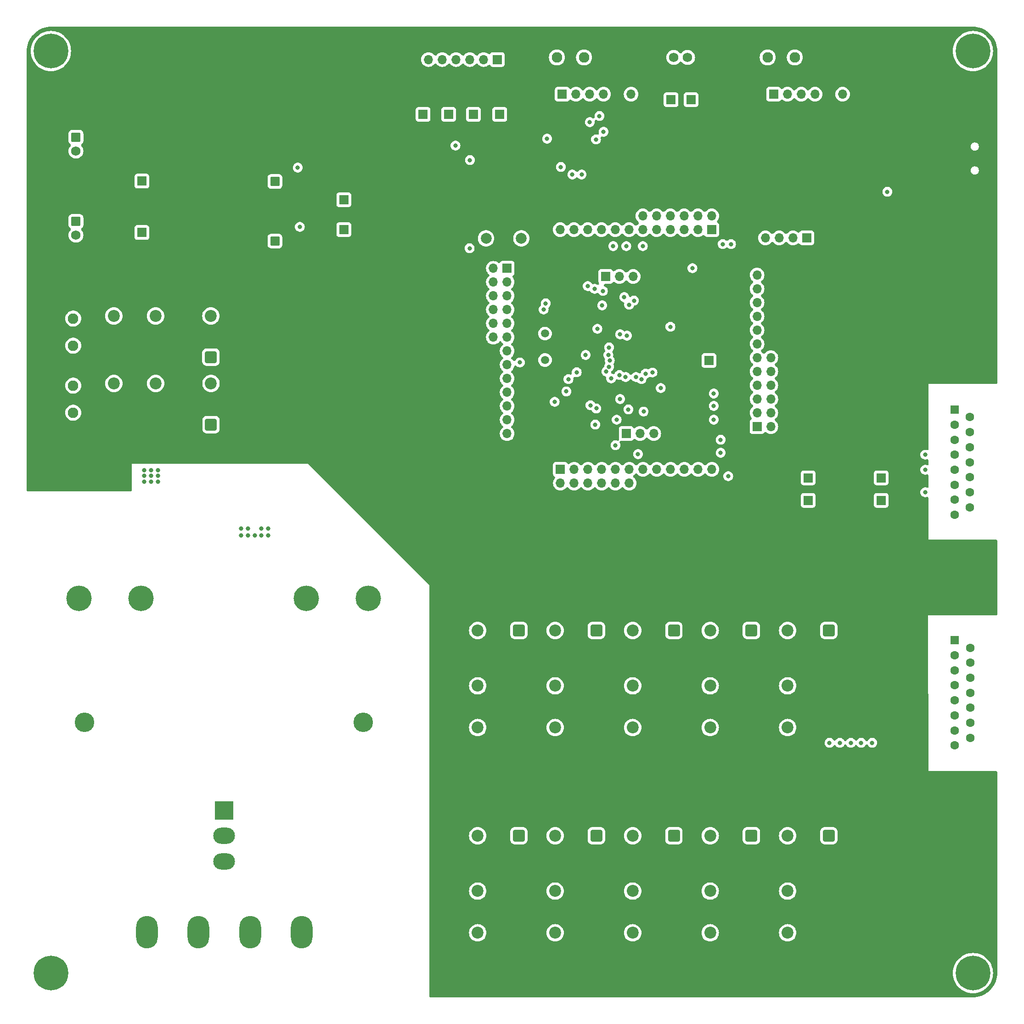
<source format=gbr>
%TF.GenerationSoftware,KiCad,Pcbnew,8.0.7*%
%TF.CreationDate,2025-04-17T15:34:12+07:00*%
%TF.ProjectId,Tractor VCU,54726163-746f-4722-9056-43552e6b6963,rev?*%
%TF.SameCoordinates,Original*%
%TF.FileFunction,Copper,L2,Inr*%
%TF.FilePolarity,Positive*%
%FSLAX46Y46*%
G04 Gerber Fmt 4.6, Leading zero omitted, Abs format (unit mm)*
G04 Created by KiCad (PCBNEW 8.0.7) date 2025-04-17 15:34:12*
%MOMM*%
%LPD*%
G01*
G04 APERTURE LIST*
G04 Aperture macros list*
%AMRoundRect*
0 Rectangle with rounded corners*
0 $1 Rounding radius*
0 $2 $3 $4 $5 $6 $7 $8 $9 X,Y pos of 4 corners*
0 Add a 4 corners polygon primitive as box body*
4,1,4,$2,$3,$4,$5,$6,$7,$8,$9,$2,$3,0*
0 Add four circle primitives for the rounded corners*
1,1,$1+$1,$2,$3*
1,1,$1+$1,$4,$5*
1,1,$1+$1,$6,$7*
1,1,$1+$1,$8,$9*
0 Add four rect primitives between the rounded corners*
20,1,$1+$1,$2,$3,$4,$5,0*
20,1,$1+$1,$4,$5,$6,$7,0*
20,1,$1+$1,$6,$7,$8,$9,0*
20,1,$1+$1,$8,$9,$2,$3,0*%
G04 Aperture macros list end*
%TA.AperFunction,ComponentPad*%
%ADD10RoundRect,0.341000X-0.759000X0.759000X-0.759000X-0.759000X0.759000X-0.759000X0.759000X0.759000X0*%
%TD*%
%TA.AperFunction,ComponentPad*%
%ADD11C,2.200000*%
%TD*%
%TA.AperFunction,ComponentPad*%
%ADD12R,1.700000X1.700000*%
%TD*%
%TA.AperFunction,ComponentPad*%
%ADD13C,0.800000*%
%TD*%
%TA.AperFunction,ComponentPad*%
%ADD14C,6.400000*%
%TD*%
%TA.AperFunction,ComponentPad*%
%ADD15C,1.950000*%
%TD*%
%TA.AperFunction,ComponentPad*%
%ADD16O,1.700000X1.700000*%
%TD*%
%TA.AperFunction,ComponentPad*%
%ADD17C,4.000000*%
%TD*%
%TA.AperFunction,ComponentPad*%
%ADD18R,1.600000X1.600000*%
%TD*%
%TA.AperFunction,ComponentPad*%
%ADD19C,1.600000*%
%TD*%
%TA.AperFunction,ComponentPad*%
%ADD20C,4.700000*%
%TD*%
%TA.AperFunction,ComponentPad*%
%ADD21RoundRect,0.341000X0.759000X0.759000X-0.759000X0.759000X-0.759000X-0.759000X0.759000X-0.759000X0*%
%TD*%
%TA.AperFunction,ComponentPad*%
%ADD22O,4.000000X6.000000*%
%TD*%
%TA.AperFunction,ComponentPad*%
%ADD23RoundRect,0.250000X-0.620000X0.620000X-0.620000X-0.620000X0.620000X-0.620000X0.620000X0.620000X0*%
%TD*%
%TA.AperFunction,ComponentPad*%
%ADD24C,1.740000*%
%TD*%
%TA.AperFunction,ComponentPad*%
%ADD25C,1.500000*%
%TD*%
%TA.AperFunction,ComponentPad*%
%ADD26C,2.000000*%
%TD*%
%TA.AperFunction,ComponentPad*%
%ADD27C,3.600000*%
%TD*%
%TA.AperFunction,ComponentPad*%
%ADD28RoundRect,0.250000X0.620000X0.620000X-0.620000X0.620000X-0.620000X-0.620000X0.620000X-0.620000X0*%
%TD*%
%TA.AperFunction,ComponentPad*%
%ADD29R,3.400000X3.400000*%
%TD*%
%TA.AperFunction,ComponentPad*%
%ADD30O,4.000000X3.000000*%
%TD*%
%TA.AperFunction,ViaPad*%
%ADD31C,0.800000*%
%TD*%
G04 APERTURE END LIST*
D10*
%TO.N,+12V*%
%TO.C,K10*%
X255285000Y-208271574D03*
D11*
%TO.N,Net-(D13-A)*%
X247685000Y-208271574D03*
%TO.N,/DRIVER & CONNECTOR/DRIVER_PUMP5*%
X247685000Y-218471574D03*
%TO.N,PUMP_DRIVER*%
X247685000Y-226171574D03*
%TD*%
D12*
%TO.N,/DRIVER & CONNECTOR/DAC2_OUT*%
%TO.C,TP12*%
X251460000Y-146431000D03*
%TD*%
D10*
%TO.N,+12V*%
%TO.C,K8*%
X226710000Y-208272000D03*
D11*
%TO.N,Net-(D11-A)*%
X219110000Y-208272000D03*
%TO.N,/DRIVER & CONNECTOR/DRIVER_PUMP3*%
X219110000Y-218472000D03*
%TO.N,PUMP_DRIVER*%
X219110000Y-226172000D03*
%TD*%
D10*
%TO.N,+12V*%
%TO.C,K5*%
X255285000Y-170426000D03*
D11*
%TO.N,Net-(D8-A)*%
X247685000Y-170426000D03*
%TO.N,/DRIVER & CONNECTOR/DRIVER_MAIN5*%
X247685000Y-180626000D03*
%TO.N,MAIN_DRIVER*%
X247685000Y-188326000D03*
%TD*%
D10*
%TO.N,+12V*%
%TO.C,K6*%
X198135000Y-208272000D03*
D11*
%TO.N,Net-(D9-A)*%
X190535000Y-208272000D03*
%TO.N,/DRIVER & CONNECTOR/DRIVER_PUMP1*%
X190535000Y-218472000D03*
%TO.N,/POWER SUPPLY/72V*%
X190535000Y-226172000D03*
%TD*%
D13*
%TO.N,unconnected-(H6-Pad1)_3*%
%TO.C,H6*%
X109450000Y-233590000D03*
%TO.N,unconnected-(H6-Pad1)_2*%
X110152944Y-231892944D03*
%TO.N,unconnected-(H6-Pad1)_5*%
X110152944Y-235287056D03*
%TO.N,unconnected-(H6-Pad1)_7*%
X111850000Y-231190000D03*
D14*
%TO.N,unconnected-(H6-Pad1)_8*%
X111850000Y-233590000D03*
D13*
%TO.N,unconnected-(H6-Pad1)_4*%
X111850000Y-235990000D03*
%TO.N,unconnected-(H6-Pad1)_6*%
X113547056Y-231892944D03*
%TO.N,unconnected-(H6-Pad1)*%
X113547056Y-235287056D03*
%TO.N,unconnected-(H6-Pad1)_1*%
X114250000Y-233590000D03*
%TD*%
D12*
%TO.N,GND*%
%TO.C,TP22*%
X172106041Y-93787210D03*
%TD*%
D15*
%TO.N,CAN2_N*%
%TO.C,J16*%
X244007000Y-64766000D03*
%TO.N,CAN2_P*%
X249007000Y-64766000D03*
%TD*%
D12*
%TO.N,PUMP_THROTTLE*%
%TO.C,TP14*%
X264922000Y-146431000D03*
%TD*%
D13*
%TO.N,unconnected-(H5-Pad1)_5*%
%TO.C,H5*%
X109450000Y-63590000D03*
%TO.N,unconnected-(H5-Pad1)_8*%
X110152944Y-61892944D03*
%TO.N,unconnected-(H5-Pad1)_1*%
X110152944Y-65287056D03*
%TO.N,unconnected-(H5-Pad1)*%
X111850000Y-61190000D03*
D14*
%TO.N,unconnected-(H5-Pad1)_2*%
X111850000Y-63590000D03*
D13*
%TO.N,unconnected-(H5-Pad1)_6*%
X111850000Y-65990000D03*
%TO.N,unconnected-(H5-Pad1)_3*%
X113547056Y-61892944D03*
%TO.N,unconnected-(H5-Pad1)_4*%
X113547056Y-65287056D03*
%TO.N,unconnected-(H5-Pad1)_7*%
X114250000Y-63590000D03*
%TD*%
D12*
%TO.N,/DRIVER & CONNECTOR/SPI1_MISO*%
%TO.C,TP8*%
X180467000Y-75242000D03*
%TD*%
%TO.N,unconnected-(J17-Pin_1-Pad1)*%
%TO.C,J17*%
X194163000Y-65151000D03*
D16*
%TO.N,/DRIVER & CONNECTOR/SPI1_CS*%
X191623000Y-65151000D03*
%TO.N,/DRIVER & CONNECTOR/SPI1_SCK*%
X189083000Y-65151000D03*
%TO.N,/DRIVER & CONNECTOR/SPI1_MOSI*%
X186543000Y-65151000D03*
%TO.N,/DRIVER & CONNECTOR/SPI1_MISO*%
X184003000Y-65151000D03*
%TO.N,+5V*%
X181463000Y-65151000D03*
%TO.N,GND*%
X178923000Y-65151000D03*
%TD*%
D17*
%TO.N,GND*%
%TO.C,J9*%
X279885000Y-156053000D03*
X279885000Y-122753000D03*
D18*
%TO.N,MAIN_DGND*%
X278465000Y-129708000D03*
D19*
%TO.N,unconnected-(J9-Pad2)*%
X278465000Y-132478000D03*
%TO.N,/DRIVER & CONNECTOR/DRIVER_MAIN1*%
X278465000Y-135248000D03*
%TO.N,CAN1_P*%
X278465000Y-138018000D03*
%TO.N,CAN1_N*%
X278465000Y-140788000D03*
%TO.N,/DRIVER & CONNECTOR/DRIVER_MAIN5*%
X278465000Y-143558000D03*
%TO.N,unconnected-(J9-Pad7)*%
X278465000Y-146328000D03*
%TO.N,MAIN_DRIVER*%
X278465000Y-149098000D03*
%TO.N,MAIN_DGND*%
X281305000Y-131093000D03*
%TO.N,MAIN_TGND*%
X281305000Y-133863000D03*
%TO.N,/DRIVER & CONNECTOR/DRIVER_MAIN2*%
X281305000Y-136633000D03*
%TO.N,/DRIVER & CONNECTOR/DRIVER_MAIN3*%
X281305000Y-139403000D03*
%TO.N,/DRIVER & CONNECTOR/DRIVER_MAIN4*%
X281305000Y-142173000D03*
%TO.N,MAIN_THROTTLE*%
X281305000Y-144943000D03*
%TO.N,MAIN_DRIVER*%
X281305000Y-147713000D03*
%TD*%
D12*
%TO.N,PA15*%
%TO.C,J6*%
X233680000Y-96520000D03*
D16*
%TO.N,+3V3*%
X233680000Y-93980000D03*
%TO.N,/DRIVER & CONNECTOR/USART3_TX*%
X231140000Y-96520000D03*
%TO.N,+3V3*%
X231140000Y-93980000D03*
%TO.N,/DRIVER & CONNECTOR/USART3_RX*%
X228600000Y-96520000D03*
%TO.N,+3V3*%
X228600000Y-93980000D03*
%TO.N,PC12*%
X226060000Y-96520000D03*
%TO.N,+3V3*%
X226060000Y-93980000D03*
%TO.N,PD2*%
X223520000Y-96520000D03*
%TO.N,+3V3*%
X223520000Y-93980000D03*
%TO.N,/DRIVER & CONNECTOR/SPI1_SCK*%
X220980000Y-96520000D03*
%TO.N,+3V3*%
X220980000Y-93980000D03*
%TO.N,/DRIVER & CONNECTOR/SPI1_MISO*%
X218440000Y-96520000D03*
%TO.N,GND*%
X218440000Y-93980000D03*
%TO.N,/DRIVER & CONNECTOR/SPI1_MOSI*%
X215900000Y-96520000D03*
%TO.N,GND*%
X215900000Y-93980000D03*
%TO.N,/DRIVER & CONNECTOR/SPI1_CS*%
X213360000Y-96520000D03*
%TO.N,GND*%
X213360000Y-93980000D03*
%TO.N,PB7*%
X210820000Y-96520000D03*
%TO.N,GND*%
X210820000Y-93980000D03*
%TO.N,/STM32/PB8*%
X208280000Y-96520000D03*
%TO.N,GND*%
X208280000Y-93980000D03*
%TO.N,/STM32/PB9*%
X205740000Y-96520000D03*
%TO.N,GND*%
X205740000Y-93980000D03*
%TD*%
D10*
%TO.N,+12V*%
%TO.C,K4*%
X240997500Y-170426000D03*
D11*
%TO.N,Net-(D7-A)*%
X233397500Y-170426000D03*
%TO.N,/DRIVER & CONNECTOR/DRIVER_MAIN4*%
X233397500Y-180626000D03*
%TO.N,MAIN_DRIVER*%
X233397500Y-188326000D03*
%TD*%
D12*
%TO.N,GND*%
%TO.C,TP23*%
X251460000Y-138430000D03*
%TD*%
%TO.N,/DRIVER & CONNECTOR/SPI1_CS*%
%TO.C,TP5*%
X194602442Y-75242000D03*
%TD*%
D20*
%TO.N,+12V*%
%TO.C,MP2*%
X158958000Y-164465000D03*
%TD*%
D15*
%TO.N,CAN1_N*%
%TO.C,J15*%
X205145000Y-64766000D03*
%TO.N,CAN1_P*%
X210145000Y-64766000D03*
%TD*%
D12*
%TO.N,Net-(JP1-Pin_1)*%
%TO.C,JP1*%
X214122000Y-105156000D03*
D16*
%TO.N,/STM32/BOOT0*%
X216662000Y-105156000D03*
%TO.N,Net-(JP1-Pin_3)*%
X219202000Y-105156000D03*
%TD*%
D12*
%TO.N,MAIN_THROTTLE*%
%TO.C,TP13*%
X264922000Y-142279000D03*
%TD*%
D21*
%TO.N,+12V*%
%TO.C,K12*%
X141359000Y-132476000D03*
D11*
%TO.N,Net-(D15-A)*%
X141359000Y-124876000D03*
%TO.N,/RELAY/NO_EX2*%
X131159000Y-124876000D03*
%TO.N,/RELAY/COM_EX2*%
X123459000Y-124876000D03*
%TD*%
D22*
%TO.N,Net-(J21-Pin_1)*%
%TO.C,J21*%
X129512000Y-226060000D03*
%TO.N,GND*%
X139042000Y-226060000D03*
X148582000Y-226060000D03*
%TO.N,Net-(J21-Pin_4)*%
X158112000Y-226060000D03*
%TD*%
D23*
%TO.N,+5V*%
%TO.C,J19*%
X116459000Y-79478498D03*
D24*
%TO.N,Net-(J19-Pin_2)*%
X116459000Y-82018498D03*
%TO.N,GND*%
X116459000Y-84558498D03*
%TD*%
D23*
%TO.N,/DRIVER & CONNECTOR/BRAKE2_SWITCH*%
%TO.C,J12*%
X153150000Y-98630002D03*
D24*
%TO.N,GND*%
X153150000Y-101170002D03*
%TD*%
D12*
%TO.N,/DRIVER & CONNECTOR/SPI1_SCK*%
%TO.C,TP6*%
X189763628Y-75242000D03*
%TD*%
D10*
%TO.N,+12V*%
%TO.C,K3*%
X226710000Y-170426000D03*
D11*
%TO.N,Net-(D6-A)*%
X219110000Y-170426000D03*
%TO.N,/DRIVER & CONNECTOR/DRIVER_MAIN3*%
X219110000Y-180626000D03*
%TO.N,MAIN_DRIVER*%
X219110000Y-188326000D03*
%TD*%
D23*
%TO.N,/DRIVER & CONNECTOR/BRAKE1_SWITCH*%
%TO.C,J11*%
X153150000Y-87630000D03*
D24*
%TO.N,GND*%
X153150000Y-90170000D03*
%TD*%
D10*
%TO.N,+12V*%
%TO.C,K2*%
X212422500Y-170426000D03*
D11*
%TO.N,Net-(D5-A)*%
X204822500Y-170426000D03*
%TO.N,/DRIVER & CONNECTOR/DRIVER_MAIN2*%
X204822500Y-180626000D03*
%TO.N,MAIN_DRIVER*%
X204822500Y-188326000D03*
%TD*%
D25*
%TO.N,Net-(U2-PH1)*%
%TO.C,Y1*%
X202946000Y-120560000D03*
%TO.N,Net-(U2-PH0)*%
X202946000Y-115680000D03*
%TD*%
D12*
%TO.N,/DRIVER & CONNECTOR/USART3_RX*%
%TO.C,TP10*%
X226187000Y-72547000D03*
%TD*%
D26*
%TO.N,GND*%
%TO.C,SW1*%
X192076000Y-93635000D03*
X198576000Y-93635000D03*
%TO.N,NRST*%
X192076000Y-98135000D03*
X198576000Y-98135000D03*
%TD*%
D27*
%TO.N,GND*%
%TO.C,H1*%
X118017999Y-187325000D03*
%TD*%
D12*
%TO.N,/DRIVER & CONNECTOR/USART3_TX*%
%TO.C,TP9*%
X229870000Y-72547000D03*
%TD*%
%TO.N,PC13*%
%TO.C,J3*%
X195961000Y-103647000D03*
D16*
%TO.N,+3V3*%
X193421000Y-103647000D03*
%TO.N,PC14*%
X195961000Y-106187000D03*
%TO.N,+3V3*%
X193421000Y-106187000D03*
%TO.N,PC15*%
X195961000Y-108727000D03*
%TO.N,+3V3*%
X193421000Y-108727000D03*
%TO.N,NRST*%
X195961000Y-111267000D03*
%TO.N,+3V3*%
X193421000Y-111267000D03*
%TO.N,/DRIVER & CONNECTOR/BRAKE1_IN*%
X195961000Y-113807000D03*
%TO.N,+3V3*%
X193421000Y-113807000D03*
%TO.N,/DRIVER & CONNECTOR/BRAKE2_IN*%
X195961000Y-116347000D03*
%TO.N,+3V3*%
X193421000Y-116347000D03*
%TO.N,/DRIVER & CONNECTOR/ADC1_IN12*%
X195961000Y-118887000D03*
%TO.N,GND*%
X193421000Y-118887000D03*
%TO.N,/DRIVER & CONNECTOR/ADC1_IN13*%
X195961000Y-121427000D03*
%TO.N,GND*%
X193421000Y-121427000D03*
%TO.N,PA0*%
X195961000Y-123967000D03*
%TO.N,GND*%
X193421000Y-123967000D03*
%TO.N,/STM32/PA1*%
X195961000Y-126507000D03*
%TO.N,GND*%
X193421000Y-126507000D03*
%TO.N,/STM32/PA2*%
X195961000Y-129047000D03*
%TO.N,GND*%
X193421000Y-129047000D03*
%TO.N,PA3*%
X195961000Y-131587000D03*
%TO.N,GND*%
X193421000Y-131587000D03*
%TO.N,/DRIVER & CONNECTOR/DAC1_OUT*%
X195961000Y-134127000D03*
%TO.N,GND*%
X193421000Y-134127000D03*
%TD*%
D20*
%TO.N,5_BUCK*%
%TO.C,MP3*%
X128478000Y-164465000D03*
%TD*%
D23*
%TO.N,+5V*%
%TO.C,J20*%
X116459000Y-94996000D03*
D24*
%TO.N,Net-(J20-Pin_2)*%
X116459000Y-97536000D03*
%TO.N,GND*%
X116459000Y-100076000D03*
%TD*%
D12*
%TO.N,/DRIVER & CONNECTOR/ADC1_IN13*%
%TO.C,TP16*%
X128631599Y-97051499D03*
%TD*%
%TO.N,+3V3*%
%TO.C,J2*%
X251205999Y-98044000D03*
D16*
%TO.N,PA13*%
X248665999Y-98044000D03*
%TO.N,PA14*%
X246125999Y-98044000D03*
%TO.N,NRST*%
X243585999Y-98044000D03*
%TO.N,GND*%
X241045999Y-98044000D03*
%TD*%
D20*
%TO.N,GND*%
%TO.C,MP4*%
X117048000Y-164465000D03*
%TD*%
D12*
%TO.N,CAN2_N*%
%TO.C,J14*%
X245105000Y-71553500D03*
D16*
%TO.N,CAN2_P*%
X247645000Y-71553500D03*
%TO.N,/STM32/PB12*%
X250185000Y-71553500D03*
%TO.N,/STM32/PB13*%
X252725000Y-71553500D03*
%TO.N,GND*%
X255265000Y-71553500D03*
%TO.N,+5V*%
X257805000Y-71553500D03*
%TD*%
D12*
%TO.N,/DRIVER & CONNECTOR/ADC1_IN12*%
%TO.C,TP15*%
X128631599Y-87573006D03*
%TD*%
D20*
%TO.N,GND*%
%TO.C,MP1*%
X170388000Y-164464998D03*
%TD*%
D12*
%TO.N,/DRIVER & CONNECTOR/BRAKE2_IN*%
%TO.C,TP18*%
X165850000Y-96520001D03*
%TD*%
D21*
%TO.N,+12V*%
%TO.C,K11*%
X141338000Y-120030000D03*
D11*
%TO.N,Net-(D14-A)*%
X141338000Y-112430000D03*
%TO.N,/RELAY/NO_EX1*%
X131138000Y-112430000D03*
%TO.N,/RELAY/COM_EX1*%
X123438000Y-112430000D03*
%TD*%
D28*
%TO.N,GND*%
%TO.C,J18*%
X231775000Y-64770000D03*
D24*
%TO.N,/DRIVER & CONNECTOR/USART3_TX*%
X229235000Y-64770000D03*
%TO.N,/DRIVER & CONNECTOR/USART3_RX*%
X226695000Y-64770000D03*
%TD*%
D17*
%TO.N,GND*%
%TO.C,J10*%
X279900331Y-198567000D03*
X279900331Y-165267000D03*
D18*
%TO.N,PUMP_DGND*%
X278480331Y-172222000D03*
D19*
%TO.N,unconnected-(J10-Pad2)*%
X278480331Y-174992000D03*
%TO.N,/DRIVER & CONNECTOR/DRIVER_PUMP1*%
X278480331Y-177762000D03*
%TO.N,CAN2_P*%
X278480331Y-180532000D03*
%TO.N,CAN2_N*%
X278480331Y-183302000D03*
%TO.N,/DRIVER & CONNECTOR/DRIVER_PUMP5*%
X278480331Y-186072000D03*
%TO.N,unconnected-(J10-Pad7)*%
X278480331Y-188842000D03*
%TO.N,PUMP_DRIVER*%
X278480331Y-191612000D03*
%TO.N,PUMP_DGND*%
X281320331Y-173607000D03*
%TO.N,PUMP_TGND*%
X281320331Y-176377000D03*
%TO.N,/DRIVER & CONNECTOR/DRIVER_PUMP2*%
X281320331Y-179147000D03*
%TO.N,/DRIVER & CONNECTOR/DRIVER_PUMP3*%
X281320331Y-181917000D03*
%TO.N,/DRIVER & CONNECTOR/DRIVER_PUMP4*%
X281320331Y-184687000D03*
%TO.N,PUMP_THROTTLE*%
X281320331Y-187457000D03*
%TO.N,PUMP_DRIVER*%
X281320331Y-190227000D03*
%TD*%
D10*
%TO.N,+12V*%
%TO.C,K1*%
X198135000Y-170426000D03*
D11*
%TO.N,Net-(D4-A)*%
X190535000Y-170426000D03*
%TO.N,/DRIVER & CONNECTOR/DRIVER_MAIN1*%
X190535000Y-180626000D03*
%TO.N,/POWER SUPPLY/72V*%
X190535000Y-188326000D03*
%TD*%
D27*
%TO.N,GND*%
%TO.C,H2*%
X169418000Y-187325000D03*
%TD*%
D13*
%TO.N,unconnected-(H3-Pad1)_2*%
%TO.C,H3*%
X279450000Y-233590000D03*
%TO.N,unconnected-(H3-Pad1)*%
X280152944Y-231892944D03*
%TO.N,unconnected-(H3-Pad1)_7*%
X280152944Y-235287056D03*
%TO.N,unconnected-(H3-Pad1)_6*%
X281850000Y-231190000D03*
D14*
%TO.N,unconnected-(H3-Pad1)_8*%
X281850000Y-233590000D03*
D13*
%TO.N,unconnected-(H3-Pad1)_1*%
X281850000Y-235990000D03*
%TO.N,unconnected-(H3-Pad1)_4*%
X283547056Y-231892944D03*
%TO.N,unconnected-(H3-Pad1)_3*%
X283547056Y-235287056D03*
%TO.N,unconnected-(H3-Pad1)_5*%
X284250000Y-233590000D03*
%TD*%
D12*
%TO.N,/DRIVER & CONNECTOR/SPI1_MOSI*%
%TO.C,TP7*%
X185166000Y-75242000D03*
%TD*%
%TO.N,/DRIVER & CONNECTOR/BRAKE1_IN*%
%TO.C,TP17*%
X165850000Y-91010003D03*
%TD*%
D10*
%TO.N,+12V*%
%TO.C,K9*%
X240997500Y-208272000D03*
D11*
%TO.N,Net-(D12-A)*%
X233397500Y-208272000D03*
%TO.N,/DRIVER & CONNECTOR/DRIVER_PUMP4*%
X233397500Y-218472000D03*
%TO.N,PUMP_DRIVER*%
X233397500Y-226172000D03*
%TD*%
D12*
%TO.N,GND*%
%TO.C,TP20*%
X175006000Y-65126000D03*
%TD*%
%TO.N,CAN1_N*%
%TO.C,J13*%
X206121000Y-71553500D03*
D16*
%TO.N,CAN1_P*%
X208661000Y-71553500D03*
%TO.N,/STM32/PB8*%
X211201000Y-71553500D03*
%TO.N,/STM32/PB9*%
X213741000Y-71553500D03*
%TO.N,GND*%
X216281000Y-71553500D03*
%TO.N,+5V*%
X218821000Y-71553500D03*
%TD*%
D12*
%TO.N,Net-(JP2-Pin_1)*%
%TO.C,JP2*%
X217909500Y-134112000D03*
D16*
%TO.N,PB2*%
X220449500Y-134112000D03*
%TO.N,Net-(JP2-Pin_3)*%
X222989500Y-134112000D03*
%TD*%
D29*
%TO.N,+12V*%
%TO.C,SW2*%
X143764000Y-203580000D03*
D30*
%TO.N,Net-(SW2-B)*%
X143764000Y-208280000D03*
%TO.N,unconnected-(SW2-C-Pad3)*%
X143764000Y-212980000D03*
%TD*%
D15*
%TO.N,/RELAY/NO_EX1*%
%TO.C,J7*%
X115951000Y-117903000D03*
%TO.N,/RELAY/COM_EX1*%
X115951000Y-112903000D03*
%TD*%
D13*
%TO.N,unconnected-(H4-Pad1)_8*%
%TO.C,H4*%
X279450000Y-63590000D03*
%TO.N,unconnected-(H4-Pad1)_6*%
X280152944Y-61892944D03*
%TO.N,unconnected-(H4-Pad1)*%
X280152944Y-65287056D03*
%TO.N,unconnected-(H4-Pad1)_4*%
X281850000Y-61190000D03*
D14*
%TO.N,unconnected-(H4-Pad1)_3*%
X281850000Y-63590000D03*
D13*
%TO.N,unconnected-(H4-Pad1)_1*%
X281850000Y-65990000D03*
%TO.N,unconnected-(H4-Pad1)_7*%
X283547056Y-61892944D03*
%TO.N,unconnected-(H4-Pad1)_5*%
X283547056Y-65287056D03*
%TO.N,unconnected-(H4-Pad1)_2*%
X284250000Y-63590000D03*
%TD*%
D10*
%TO.N,+12V*%
%TO.C,K7*%
X212422500Y-208272000D03*
D11*
%TO.N,Net-(D10-A)*%
X204822500Y-208272000D03*
%TO.N,/DRIVER & CONNECTOR/DRIVER_PUMP2*%
X204822500Y-218472000D03*
%TO.N,PUMP_DRIVER*%
X204822500Y-226172000D03*
%TD*%
D15*
%TO.N,/RELAY/NO_EX2*%
%TO.C,J8*%
X115951000Y-130266500D03*
%TO.N,/RELAY/COM_EX2*%
X115951000Y-125266500D03*
%TD*%
D12*
%TO.N,GND*%
%TO.C,TP21*%
X234696000Y-72547000D03*
%TD*%
%TO.N,/DRIVER & CONNECTOR/DAC2_OUT*%
%TO.C,J4*%
X205780000Y-140716000D03*
D16*
%TO.N,+5V*%
X205780000Y-143256000D03*
%TO.N,PA6*%
X208320000Y-140716000D03*
%TO.N,+5V*%
X208320000Y-143256000D03*
%TO.N,/STM32/PA7*%
X210860000Y-140716000D03*
%TO.N,+5V*%
X210860000Y-143256000D03*
%TO.N,/STM32/PC4*%
X213400000Y-140716000D03*
%TO.N,+5V*%
X213400000Y-143256000D03*
%TO.N,/STM32/PC5*%
X215940000Y-140716000D03*
%TO.N,+5V*%
X215940000Y-143256000D03*
%TO.N,/STM32/PB0*%
X218480000Y-140716000D03*
%TO.N,+5V*%
X218480000Y-143256000D03*
%TO.N,/STM32/PB1*%
X221020000Y-140716000D03*
%TO.N,GND*%
X221020000Y-143256000D03*
%TO.N,PB2*%
X223560000Y-140716000D03*
%TO.N,GND*%
X223560000Y-143256000D03*
%TO.N,PB10*%
X226100000Y-140716000D03*
%TO.N,GND*%
X226100000Y-143256000D03*
%TO.N,/STM32/PB12*%
X228640000Y-140716000D03*
%TO.N,GND*%
X228640000Y-143256000D03*
%TO.N,/STM32/PB13*%
X231180000Y-140716000D03*
%TO.N,GND*%
X231180000Y-143256000D03*
%TO.N,PB14*%
X233720000Y-140716000D03*
%TO.N,GND*%
X233720000Y-143256000D03*
%TD*%
D12*
%TO.N,/DRIVER & CONNECTOR/DAC1_OUT*%
%TO.C,TP11*%
X251460000Y-142279000D03*
%TD*%
%TO.N,GND*%
%TO.C,TP19*%
X123571000Y-92329000D03*
%TD*%
%TO.N,PA8*%
%TO.C,TP4*%
X233172000Y-120650000D03*
%TD*%
%TO.N,/STM32/PB15*%
%TO.C,J5*%
X242042000Y-132822000D03*
D16*
%TO.N,+5V*%
X244582000Y-132822000D03*
%TO.N,/STM32/PC6*%
X242042000Y-130282000D03*
%TO.N,+5V*%
X244582000Y-130282000D03*
%TO.N,/STM32/PC7*%
X242042000Y-127742000D03*
%TO.N,+5V*%
X244582000Y-127742000D03*
%TO.N,/STM32/PC8*%
X242042000Y-125202000D03*
%TO.N,+5V*%
X244582000Y-125202000D03*
%TO.N,/STM32/PC9*%
X242042000Y-122662000D03*
%TO.N,+5V*%
X244582000Y-122662000D03*
%TO.N,PA8*%
X242042000Y-120122000D03*
%TO.N,+5V*%
X244582000Y-120122000D03*
%TO.N,PA9*%
X242042000Y-117582000D03*
%TO.N,GND*%
X244582000Y-117582000D03*
%TO.N,PA10*%
X242042000Y-115042000D03*
%TO.N,GND*%
X244582000Y-115042000D03*
%TO.N,USB_D_N*%
X242042000Y-112502000D03*
%TO.N,GND*%
X244582000Y-112502000D03*
%TO.N,USB_D_P*%
X242042000Y-109962000D03*
%TO.N,GND*%
X244582000Y-109962000D03*
%TO.N,PA13*%
X242042000Y-107422000D03*
%TO.N,GND*%
X244582000Y-107422000D03*
%TO.N,PA14*%
X242042000Y-104882000D03*
%TO.N,GND*%
X244582000Y-104882000D03*
%TD*%
D31*
%TO.N,GND*%
X109542384Y-142409332D03*
X117572688Y-141435666D03*
X114895920Y-143383000D03*
X108204000Y-142409332D03*
X114895920Y-141435666D03*
X113557536Y-143383000D03*
X124264608Y-142409332D03*
X108204000Y-140462000D03*
X110880768Y-140462000D03*
X264795000Y-92710000D03*
X109542384Y-140462000D03*
X211709000Y-113157000D03*
X113557536Y-141435666D03*
X116234304Y-142409332D03*
X224313980Y-127141312D03*
X120249456Y-141435666D03*
X110880768Y-142409332D03*
X109542384Y-141435666D03*
X122926224Y-141435666D03*
X124264608Y-143383000D03*
X247142000Y-161163000D03*
X108204000Y-143383000D03*
X204597000Y-199136000D03*
X116234304Y-141435666D03*
X190373000Y-199136000D03*
X120249456Y-143383000D03*
X218821000Y-199136000D03*
X233172000Y-199136000D03*
X208788000Y-120904000D03*
X204343000Y-161163000D03*
X232791000Y-161163000D03*
X125603000Y-141435666D03*
X116234304Y-143383000D03*
X108204000Y-141435666D03*
X117572688Y-142409332D03*
X120249456Y-140462000D03*
X110880768Y-143383000D03*
X255143000Y-139573000D03*
X206375000Y-113919000D03*
X114895920Y-142409332D03*
X117572688Y-140462000D03*
X118911072Y-140462000D03*
X112219152Y-143383000D03*
X113557536Y-142409332D03*
X190246000Y-161163000D03*
X122926224Y-142409332D03*
X259969000Y-153035000D03*
X118911072Y-143383000D03*
X125603000Y-142409332D03*
X272034000Y-79629000D03*
X220345000Y-107823000D03*
X272161000Y-86868000D03*
X118911072Y-142409332D03*
X122926224Y-143383000D03*
X117572688Y-143383000D03*
X161671000Y-90170000D03*
X121587840Y-143383000D03*
X121587840Y-142409332D03*
X114895920Y-140462000D03*
X222504000Y-128143000D03*
X150622000Y-112395000D03*
X150622000Y-124968000D03*
X125603000Y-143383000D03*
X124264608Y-141435666D03*
X118911072Y-141435666D03*
X120249456Y-142409332D03*
X283464000Y-98171000D03*
X206883000Y-122428000D03*
X273685000Y-99568000D03*
X122926224Y-140462000D03*
X121587840Y-141435666D03*
X226949000Y-116332000D03*
X113557536Y-140462000D03*
X116234304Y-140462000D03*
X112219152Y-140462000D03*
X218694000Y-161163000D03*
X224917000Y-131572000D03*
X112219152Y-142409332D03*
X125603000Y-140462000D03*
X125476000Y-100456999D03*
X283972000Y-92964000D03*
X109542384Y-143383000D03*
X247523000Y-199136000D03*
X268605000Y-99568000D03*
X268605000Y-100584000D03*
X124264608Y-140462000D03*
X162052000Y-101092000D03*
X214884000Y-110490000D03*
X121587840Y-140462000D03*
X110880768Y-141435666D03*
X273685000Y-100584000D03*
X213995000Y-127254000D03*
X125476000Y-84939500D03*
X112219152Y-141435666D03*
%TO.N,+3V3*%
X157734000Y-96012000D03*
X149415500Y-152908000D03*
X157353000Y-85090000D03*
X213487000Y-110490000D03*
X150653750Y-151638000D03*
X146939000Y-151638000D03*
X216154000Y-131572000D03*
X151892000Y-152908000D03*
X148177250Y-152908000D03*
X216789000Y-127762000D03*
X212598000Y-114808000D03*
X208788000Y-122809000D03*
X150653750Y-152908000D03*
X224282000Y-125730000D03*
X266065000Y-89535000D03*
X151892000Y-151638000D03*
X148209000Y-151638000D03*
X226060000Y-114427000D03*
X213614000Y-107823000D03*
X146939000Y-152908000D03*
X189051000Y-99949000D03*
%TO.N,NRST*%
X214757000Y-118237000D03*
X203073000Y-110109000D03*
X230124000Y-103632000D03*
%TO.N,+5V*%
X130302000Y-140843000D03*
X131572000Y-143002000D03*
X131572000Y-141922500D03*
X130302000Y-143002000D03*
X129032000Y-143002000D03*
X131572000Y-140843000D03*
X129032000Y-141922500D03*
X130302000Y-141922500D03*
X129032000Y-140843000D03*
%TO.N,/DRIVER & CONNECTOR/ADC1_IN12*%
X198323200Y-121005600D03*
X214884000Y-120650000D03*
%TO.N,/DRIVER & CONNECTOR/ADC1_IN13*%
X206883000Y-126350000D03*
X214757000Y-121793000D03*
%TO.N,/DRIVER & CONNECTOR/DAC1_OUT*%
X215138000Y-123952000D03*
X211328000Y-128905000D03*
X235331000Y-137668000D03*
%TO.N,/STM32/PA1*%
X214249000Y-122682000D03*
X204724000Y-128270000D03*
%TO.N,PA6*%
X217805000Y-123698000D03*
X212217000Y-132461000D03*
%TO.N,/STM32/PC5*%
X218313000Y-129667000D03*
X215940000Y-136271000D03*
%TO.N,/STM32/PB1*%
X219710000Y-123698000D03*
X220091000Y-137922000D03*
%TO.N,PB10*%
X220726000Y-124079000D03*
X221119700Y-130060700D03*
%TO.N,/STM32/PB13*%
X222755218Y-122855986D03*
X237236000Y-99187000D03*
%TO.N,/STM32/PB12*%
X221488000Y-123063000D03*
X235712000Y-99187000D03*
%TO.N,/STM32/PC6*%
X234061000Y-131572000D03*
X257302000Y-191135000D03*
%TO.N,/STM32/PC8*%
X261239000Y-191135000D03*
X234061000Y-126746000D03*
%TO.N,/STM32/PC7*%
X259334000Y-191135000D03*
X234061000Y-129032000D03*
%TO.N,/STM32/PB15*%
X235331000Y-135255000D03*
X255397000Y-191135000D03*
%TO.N,/STM32/PC9*%
X263271000Y-191135000D03*
%TO.N,PB7*%
X216789000Y-115824000D03*
X210820000Y-106934000D03*
%TO.N,/STM32/PB9*%
X212979000Y-75565000D03*
X207975200Y-86360000D03*
%TO.N,/DRIVER & CONNECTOR/SPI1_MISO*%
X218440000Y-110363000D03*
X217932000Y-99568000D03*
%TO.N,/STM32/PB8*%
X211200999Y-76708000D03*
X209702400Y-86360000D03*
%TO.N,/DRIVER & CONNECTOR/SPI1_CS*%
X205867000Y-84963000D03*
X212090000Y-107442000D03*
X203327000Y-79756000D03*
X218059000Y-116078000D03*
%TO.N,/DRIVER & CONNECTOR/SPI1_SCK*%
X219344000Y-109601000D03*
X220980000Y-99568000D03*
%TO.N,/DRIVER & CONNECTOR/SPI1_MOSI*%
X189103000Y-83693000D03*
X186436000Y-81026000D03*
X217551000Y-108966000D03*
X215519000Y-99568000D03*
%TO.N,CAN1_P*%
X213741000Y-78486000D03*
X273050000Y-138018000D03*
%TO.N,CAN1_N*%
X212344000Y-79883000D03*
X273050000Y-140788000D03*
%TO.N,MAIN_THROTTLE*%
X273050000Y-144943000D03*
%TO.N,/DRIVER & CONNECTOR/BRAKE2_IN*%
X214630000Y-119634000D03*
X207264000Y-124079000D03*
%TO.N,/DRIVER & CONNECTOR/BRAKE1_IN*%
X210439000Y-119634000D03*
X202692000Y-111252000D03*
%TO.N,/DRIVER & CONNECTOR/DAC2_OUT*%
X236728000Y-141986000D03*
X216662000Y-123317000D03*
X212394800Y-129489200D03*
%TD*%
%TA.AperFunction,Conductor*%
%TO.N,GND*%
G36*
X281775428Y-59090737D02*
G01*
X282158279Y-59107452D01*
X282179892Y-59109342D01*
X282554455Y-59158655D01*
X282575820Y-59162422D01*
X282904134Y-59235208D01*
X282944657Y-59244192D01*
X282965626Y-59249810D01*
X283325936Y-59363416D01*
X283346307Y-59370831D01*
X283695343Y-59515405D01*
X283715017Y-59524580D01*
X284050111Y-59699020D01*
X284068918Y-59709878D01*
X284374764Y-59904723D01*
X284387528Y-59912854D01*
X284405307Y-59925303D01*
X284705025Y-60155284D01*
X284721658Y-60169241D01*
X285000180Y-60424459D01*
X285015540Y-60439819D01*
X285270758Y-60718341D01*
X285284717Y-60734977D01*
X285514693Y-61034687D01*
X285527145Y-61052471D01*
X285730119Y-61371077D01*
X285740979Y-61389888D01*
X285915419Y-61724982D01*
X285924600Y-61744670D01*
X286069163Y-62093678D01*
X286076587Y-62114076D01*
X286089194Y-62154058D01*
X286190185Y-62474361D01*
X286195807Y-62495342D01*
X286277574Y-62864165D01*
X286281346Y-62885558D01*
X286330655Y-63260094D01*
X286332548Y-63281734D01*
X286349263Y-63664571D01*
X286349500Y-63675432D01*
X286349500Y-124719000D01*
X286330546Y-124814288D01*
X286276570Y-124895070D01*
X286195788Y-124949046D01*
X286100500Y-124968000D01*
X273685000Y-124968000D01*
X273685000Y-124968001D01*
X273685000Y-136931573D01*
X273666046Y-137026861D01*
X273612070Y-137107643D01*
X273531288Y-137161619D01*
X273436000Y-137180573D01*
X273340712Y-137161619D01*
X273334730Y-137159049D01*
X273329810Y-137156858D01*
X273329796Y-137156854D01*
X273144646Y-137117500D01*
X272955354Y-137117500D01*
X272770203Y-137156854D01*
X272770189Y-137156858D01*
X272597271Y-137233847D01*
X272444126Y-137345114D01*
X272317469Y-137485780D01*
X272222822Y-137649714D01*
X272164325Y-137829744D01*
X272144540Y-138018000D01*
X272164325Y-138206255D01*
X272191629Y-138290285D01*
X272222821Y-138386284D01*
X272305301Y-138529144D01*
X272317469Y-138550219D01*
X272425982Y-138670734D01*
X272444129Y-138690888D01*
X272525856Y-138750266D01*
X272597271Y-138802152D01*
X272770189Y-138879141D01*
X272770192Y-138879142D01*
X272770197Y-138879144D01*
X272955354Y-138918500D01*
X273144645Y-138918500D01*
X273144646Y-138918500D01*
X273329803Y-138879144D01*
X273334720Y-138876954D01*
X273340711Y-138875598D01*
X273342210Y-138875112D01*
X273342254Y-138875249D01*
X273429478Y-138855511D01*
X273525230Y-138871963D01*
X273607397Y-138923805D01*
X273663471Y-139003145D01*
X273684915Y-139097904D01*
X273685000Y-139104426D01*
X273685000Y-139701573D01*
X273666046Y-139796861D01*
X273612070Y-139877643D01*
X273531288Y-139931619D01*
X273436000Y-139950573D01*
X273340712Y-139931619D01*
X273334730Y-139929049D01*
X273329810Y-139926858D01*
X273329796Y-139926854D01*
X273144646Y-139887500D01*
X272955354Y-139887500D01*
X272770203Y-139926854D01*
X272770189Y-139926858D01*
X272597271Y-140003847D01*
X272444126Y-140115114D01*
X272317469Y-140255780D01*
X272222822Y-140419714D01*
X272164325Y-140599744D01*
X272144540Y-140788000D01*
X272164325Y-140976255D01*
X272185828Y-141042432D01*
X272222821Y-141156284D01*
X272267977Y-141234496D01*
X272317469Y-141320219D01*
X272444126Y-141460885D01*
X272444129Y-141460888D01*
X272525856Y-141520266D01*
X272597271Y-141572152D01*
X272770189Y-141649141D01*
X272770192Y-141649142D01*
X272770197Y-141649144D01*
X272955354Y-141688500D01*
X273144645Y-141688500D01*
X273144646Y-141688500D01*
X273329803Y-141649144D01*
X273334720Y-141646954D01*
X273340711Y-141645598D01*
X273342210Y-141645112D01*
X273342254Y-141645249D01*
X273429478Y-141625511D01*
X273525230Y-141641963D01*
X273607397Y-141693805D01*
X273663471Y-141773145D01*
X273684915Y-141867904D01*
X273685000Y-141874426D01*
X273685000Y-143856573D01*
X273666046Y-143951861D01*
X273612070Y-144032643D01*
X273531288Y-144086619D01*
X273436000Y-144105573D01*
X273340712Y-144086619D01*
X273334730Y-144084049D01*
X273329810Y-144081858D01*
X273329796Y-144081854D01*
X273144646Y-144042500D01*
X272955354Y-144042500D01*
X272770203Y-144081854D01*
X272770189Y-144081858D01*
X272597271Y-144158847D01*
X272444126Y-144270114D01*
X272317469Y-144410780D01*
X272222822Y-144574714D01*
X272164325Y-144754744D01*
X272144540Y-144943000D01*
X272164325Y-145131255D01*
X272185828Y-145197432D01*
X272222821Y-145311284D01*
X272317467Y-145475216D01*
X272317469Y-145475219D01*
X272425982Y-145595734D01*
X272444129Y-145615888D01*
X272525856Y-145675266D01*
X272597271Y-145727152D01*
X272770189Y-145804141D01*
X272770192Y-145804142D01*
X272770197Y-145804144D01*
X272955354Y-145843500D01*
X273144645Y-145843500D01*
X273144646Y-145843500D01*
X273329803Y-145804144D01*
X273334720Y-145801954D01*
X273340711Y-145800598D01*
X273342210Y-145800112D01*
X273342254Y-145800249D01*
X273429478Y-145780511D01*
X273525230Y-145796963D01*
X273607397Y-145848805D01*
X273663471Y-145928145D01*
X273684915Y-146022904D01*
X273685000Y-146029426D01*
X273685000Y-153670000D01*
X286100500Y-153670000D01*
X286195788Y-153688954D01*
X286276570Y-153742930D01*
X286330546Y-153823712D01*
X286349500Y-153919000D01*
X286349500Y-167391000D01*
X286330546Y-167486288D01*
X286276570Y-167567070D01*
X286195788Y-167621046D01*
X286100500Y-167640000D01*
X273558000Y-167640000D01*
X273685000Y-196342000D01*
X286100500Y-196342000D01*
X286195788Y-196360954D01*
X286276570Y-196414930D01*
X286330546Y-196495712D01*
X286349500Y-196591000D01*
X286349500Y-233504567D01*
X286349263Y-233515428D01*
X286332548Y-233898265D01*
X286330655Y-233919905D01*
X286281346Y-234294441D01*
X286277574Y-234315834D01*
X286195807Y-234684657D01*
X286190185Y-234705638D01*
X286076593Y-235065908D01*
X286069163Y-235086321D01*
X285924600Y-235435329D01*
X285915419Y-235455017D01*
X285740979Y-235790111D01*
X285730119Y-235808922D01*
X285527145Y-236127528D01*
X285514685Y-236145323D01*
X285284721Y-236445018D01*
X285270758Y-236461658D01*
X285015540Y-236740180D01*
X285000180Y-236755540D01*
X284721658Y-237010758D01*
X284705018Y-237024721D01*
X284405323Y-237254685D01*
X284387528Y-237267145D01*
X284068922Y-237470119D01*
X284050111Y-237480979D01*
X283715017Y-237655419D01*
X283695329Y-237664600D01*
X283346321Y-237809163D01*
X283325916Y-237816590D01*
X283250084Y-237840500D01*
X282965638Y-237930185D01*
X282944657Y-237935807D01*
X282575834Y-238017574D01*
X282554441Y-238021346D01*
X282179905Y-238070655D01*
X282158265Y-238072548D01*
X281775428Y-238089263D01*
X281764567Y-238089500D01*
X181859000Y-238089500D01*
X181763712Y-238070546D01*
X181682930Y-238016570D01*
X181628954Y-237935788D01*
X181610000Y-237840500D01*
X181610000Y-233590000D01*
X278144422Y-233590000D01*
X278164722Y-233977338D01*
X278225398Y-234360433D01*
X278315115Y-234695262D01*
X278325786Y-234735086D01*
X278464786Y-235097195D01*
X278640872Y-235442784D01*
X278640875Y-235442789D01*
X278852124Y-235768085D01*
X278916946Y-235848133D01*
X279096219Y-236069516D01*
X279370484Y-236343781D01*
X279370489Y-236343785D01*
X279370490Y-236343786D01*
X279671914Y-236587875D01*
X279821593Y-236685078D01*
X279997211Y-236799125D01*
X280342806Y-236975214D01*
X280704913Y-237114214D01*
X281079567Y-237214602D01*
X281462662Y-237275278D01*
X281850000Y-237295578D01*
X282237338Y-237275278D01*
X282620433Y-237214602D01*
X282995087Y-237114214D01*
X283357194Y-236975214D01*
X283702789Y-236799125D01*
X284028084Y-236587876D01*
X284329516Y-236343781D01*
X284603781Y-236069516D01*
X284847876Y-235768084D01*
X285059125Y-235442789D01*
X285235214Y-235097194D01*
X285374214Y-234735087D01*
X285474602Y-234360433D01*
X285535278Y-233977338D01*
X285555578Y-233590000D01*
X285535278Y-233202662D01*
X285474602Y-232819567D01*
X285374214Y-232444913D01*
X285235214Y-232082806D01*
X285059125Y-231737211D01*
X284847876Y-231411916D01*
X284847875Y-231411914D01*
X284603786Y-231110490D01*
X284603785Y-231110489D01*
X284603781Y-231110484D01*
X284329516Y-230836219D01*
X284329509Y-230836213D01*
X284028085Y-230592124D01*
X283702789Y-230380875D01*
X283702784Y-230380872D01*
X283357195Y-230204786D01*
X283176140Y-230135286D01*
X282995087Y-230065786D01*
X282620433Y-229965398D01*
X282620429Y-229965397D01*
X282620428Y-229965397D01*
X282237344Y-229904723D01*
X282237345Y-229904723D01*
X282237343Y-229904722D01*
X282237338Y-229904722D01*
X281850000Y-229884422D01*
X281462662Y-229904722D01*
X281462656Y-229904722D01*
X281462654Y-229904723D01*
X281079571Y-229965397D01*
X280704913Y-230065786D01*
X280342804Y-230204786D01*
X279997215Y-230380872D01*
X279997210Y-230380875D01*
X279671914Y-230592124D01*
X279370490Y-230836213D01*
X279096213Y-231110490D01*
X278852124Y-231411914D01*
X278640875Y-231737210D01*
X278640872Y-231737215D01*
X278464786Y-232082804D01*
X278325786Y-232444913D01*
X278225398Y-232819567D01*
X278164722Y-233202662D01*
X278144422Y-233590000D01*
X181610000Y-233590000D01*
X181610000Y-226171994D01*
X188929551Y-226171994D01*
X188929551Y-226172005D01*
X188949316Y-226423145D01*
X189008126Y-226668108D01*
X189008129Y-226668116D01*
X189104533Y-226900858D01*
X189104537Y-226900864D01*
X189236158Y-227115652D01*
X189236160Y-227115654D01*
X189236163Y-227115657D01*
X189236164Y-227115659D01*
X189399776Y-227307224D01*
X189591341Y-227470836D01*
X189591345Y-227470839D01*
X189591347Y-227470841D01*
X189763971Y-227576624D01*
X189806141Y-227602466D01*
X190038889Y-227698873D01*
X190283852Y-227757683D01*
X190355608Y-227763330D01*
X190534995Y-227777449D01*
X190535000Y-227777449D01*
X190535005Y-227777449D01*
X190691967Y-227765095D01*
X190786148Y-227757683D01*
X191031111Y-227698873D01*
X191263859Y-227602466D01*
X191415128Y-227509768D01*
X191478652Y-227470841D01*
X191478654Y-227470839D01*
X191478653Y-227470839D01*
X191478659Y-227470836D01*
X191670224Y-227307224D01*
X191833836Y-227115659D01*
X191833839Y-227115653D01*
X191833841Y-227115652D01*
X191890633Y-227022974D01*
X191965466Y-226900859D01*
X192061873Y-226668111D01*
X192120683Y-226423148D01*
X192140449Y-226172000D01*
X192140449Y-226171994D01*
X203217051Y-226171994D01*
X203217051Y-226172005D01*
X203236816Y-226423145D01*
X203295626Y-226668108D01*
X203295629Y-226668116D01*
X203392033Y-226900858D01*
X203392037Y-226900864D01*
X203523658Y-227115652D01*
X203523660Y-227115654D01*
X203523663Y-227115657D01*
X203523664Y-227115659D01*
X203687276Y-227307224D01*
X203878841Y-227470836D01*
X203878845Y-227470839D01*
X203878847Y-227470841D01*
X204051471Y-227576624D01*
X204093641Y-227602466D01*
X204326389Y-227698873D01*
X204571352Y-227757683D01*
X204643108Y-227763330D01*
X204822495Y-227777449D01*
X204822500Y-227777449D01*
X204822505Y-227777449D01*
X204979467Y-227765095D01*
X205073648Y-227757683D01*
X205318611Y-227698873D01*
X205551359Y-227602466D01*
X205702628Y-227509768D01*
X205766152Y-227470841D01*
X205766154Y-227470839D01*
X205766153Y-227470839D01*
X205766159Y-227470836D01*
X205957724Y-227307224D01*
X206121336Y-227115659D01*
X206121339Y-227115653D01*
X206121341Y-227115652D01*
X206178133Y-227022974D01*
X206252966Y-226900859D01*
X206349373Y-226668111D01*
X206408183Y-226423148D01*
X206427949Y-226172000D01*
X206427949Y-226171994D01*
X217504551Y-226171994D01*
X217504551Y-226172005D01*
X217524316Y-226423145D01*
X217583126Y-226668108D01*
X217583129Y-226668116D01*
X217679533Y-226900858D01*
X217679537Y-226900864D01*
X217811158Y-227115652D01*
X217811160Y-227115654D01*
X217811163Y-227115657D01*
X217811164Y-227115659D01*
X217974776Y-227307224D01*
X218166341Y-227470836D01*
X218166345Y-227470839D01*
X218166347Y-227470841D01*
X218338971Y-227576624D01*
X218381141Y-227602466D01*
X218613889Y-227698873D01*
X218858852Y-227757683D01*
X218930608Y-227763330D01*
X219109995Y-227777449D01*
X219110000Y-227777449D01*
X219110005Y-227777449D01*
X219266967Y-227765095D01*
X219361148Y-227757683D01*
X219606111Y-227698873D01*
X219838859Y-227602466D01*
X219990128Y-227509768D01*
X220053652Y-227470841D01*
X220053654Y-227470839D01*
X220053653Y-227470839D01*
X220053659Y-227470836D01*
X220245224Y-227307224D01*
X220408836Y-227115659D01*
X220408839Y-227115653D01*
X220408841Y-227115652D01*
X220465633Y-227022974D01*
X220540466Y-226900859D01*
X220636873Y-226668111D01*
X220695683Y-226423148D01*
X220715449Y-226172000D01*
X220715449Y-226171994D01*
X231792051Y-226171994D01*
X231792051Y-226172005D01*
X231811816Y-226423145D01*
X231870626Y-226668108D01*
X231870629Y-226668116D01*
X231967033Y-226900858D01*
X231967037Y-226900864D01*
X232098658Y-227115652D01*
X232098660Y-227115654D01*
X232098663Y-227115657D01*
X232098664Y-227115659D01*
X232262276Y-227307224D01*
X232453841Y-227470836D01*
X232453845Y-227470839D01*
X232453847Y-227470841D01*
X232626471Y-227576624D01*
X232668641Y-227602466D01*
X232901389Y-227698873D01*
X233146352Y-227757683D01*
X233218108Y-227763330D01*
X233397495Y-227777449D01*
X233397500Y-227777449D01*
X233397505Y-227777449D01*
X233554467Y-227765095D01*
X233648648Y-227757683D01*
X233893611Y-227698873D01*
X234126359Y-227602466D01*
X234277628Y-227509768D01*
X234341152Y-227470841D01*
X234341154Y-227470839D01*
X234341153Y-227470839D01*
X234341159Y-227470836D01*
X234532724Y-227307224D01*
X234696336Y-227115659D01*
X234696339Y-227115653D01*
X234696341Y-227115652D01*
X234753133Y-227022974D01*
X234827966Y-226900859D01*
X234924373Y-226668111D01*
X234983183Y-226423148D01*
X235002949Y-226172000D01*
X235002915Y-226171574D01*
X235002915Y-226171568D01*
X246079551Y-226171568D01*
X246079551Y-226171579D01*
X246099316Y-226422719D01*
X246158126Y-226667682D01*
X246158129Y-226667690D01*
X246254533Y-226900432D01*
X246254537Y-226900438D01*
X246386158Y-227115226D01*
X246386160Y-227115228D01*
X246386163Y-227115231D01*
X246386164Y-227115233D01*
X246549776Y-227306798D01*
X246741341Y-227470410D01*
X246741345Y-227470413D01*
X246741347Y-227470415D01*
X246913971Y-227576198D01*
X246956141Y-227602040D01*
X247188889Y-227698447D01*
X247433852Y-227757257D01*
X247505608Y-227762904D01*
X247684995Y-227777023D01*
X247685000Y-227777023D01*
X247685005Y-227777023D01*
X247841967Y-227764669D01*
X247936148Y-227757257D01*
X248181111Y-227698447D01*
X248413859Y-227602040D01*
X248564433Y-227509768D01*
X248628652Y-227470415D01*
X248628654Y-227470413D01*
X248628653Y-227470413D01*
X248628659Y-227470410D01*
X248820224Y-227306798D01*
X248983836Y-227115233D01*
X248983839Y-227115227D01*
X248983841Y-227115226D01*
X249040633Y-227022548D01*
X249115466Y-226900433D01*
X249211873Y-226667685D01*
X249270683Y-226422722D01*
X249290415Y-226172005D01*
X249290449Y-226171579D01*
X249290449Y-226171568D01*
X249270717Y-225920854D01*
X249270683Y-225920426D01*
X249211873Y-225675463D01*
X249115466Y-225442715D01*
X249089624Y-225400545D01*
X248983841Y-225227921D01*
X248983839Y-225227919D01*
X248820590Y-225036779D01*
X248820224Y-225036350D01*
X248628659Y-224872738D01*
X248628657Y-224872737D01*
X248628654Y-224872734D01*
X248628652Y-224872732D01*
X248413864Y-224741111D01*
X248413858Y-224741107D01*
X248181116Y-224644703D01*
X248181108Y-224644700D01*
X247936145Y-224585890D01*
X247685005Y-224566125D01*
X247684995Y-224566125D01*
X247433854Y-224585890D01*
X247188891Y-224644700D01*
X247188883Y-224644703D01*
X246956141Y-224741107D01*
X246956135Y-224741111D01*
X246741347Y-224872732D01*
X246741345Y-224872734D01*
X246549779Y-225036347D01*
X246549773Y-225036353D01*
X246386160Y-225227919D01*
X246386158Y-225227921D01*
X246254537Y-225442709D01*
X246254533Y-225442715D01*
X246158129Y-225675457D01*
X246158126Y-225675465D01*
X246099316Y-225920428D01*
X246079551Y-226171568D01*
X235002915Y-226171568D01*
X234983183Y-225920854D01*
X234983081Y-225920426D01*
X234924373Y-225675889D01*
X234827966Y-225443141D01*
X234802124Y-225400971D01*
X234696341Y-225228347D01*
X234696339Y-225228345D01*
X234695977Y-225227921D01*
X234532724Y-225036776D01*
X234341159Y-224873164D01*
X234341157Y-224873163D01*
X234341154Y-224873160D01*
X234341152Y-224873158D01*
X234126364Y-224741537D01*
X234126358Y-224741533D01*
X233893616Y-224645129D01*
X233893608Y-224645126D01*
X233648645Y-224586316D01*
X233397505Y-224566551D01*
X233397495Y-224566551D01*
X233146354Y-224586316D01*
X232901391Y-224645126D01*
X232901383Y-224645129D01*
X232668641Y-224741533D01*
X232668635Y-224741537D01*
X232453847Y-224873158D01*
X232453845Y-224873160D01*
X232262279Y-225036773D01*
X232262273Y-225036779D01*
X232098660Y-225228345D01*
X232098658Y-225228347D01*
X231967037Y-225443135D01*
X231967033Y-225443141D01*
X231870629Y-225675883D01*
X231870626Y-225675891D01*
X231811816Y-225920854D01*
X231792051Y-226171994D01*
X220715449Y-226171994D01*
X220715415Y-226171574D01*
X220695683Y-225920854D01*
X220695581Y-225920426D01*
X220636873Y-225675889D01*
X220540466Y-225443141D01*
X220514624Y-225400971D01*
X220408841Y-225228347D01*
X220408839Y-225228345D01*
X220408477Y-225227921D01*
X220245224Y-225036776D01*
X220053659Y-224873164D01*
X220053657Y-224873163D01*
X220053654Y-224873160D01*
X220053652Y-224873158D01*
X219838864Y-224741537D01*
X219838858Y-224741533D01*
X219606116Y-224645129D01*
X219606108Y-224645126D01*
X219361145Y-224586316D01*
X219110005Y-224566551D01*
X219109995Y-224566551D01*
X218858854Y-224586316D01*
X218613891Y-224645126D01*
X218613883Y-224645129D01*
X218381141Y-224741533D01*
X218381135Y-224741537D01*
X218166347Y-224873158D01*
X218166345Y-224873160D01*
X217974779Y-225036773D01*
X217974773Y-225036779D01*
X217811160Y-225228345D01*
X217811158Y-225228347D01*
X217679537Y-225443135D01*
X217679533Y-225443141D01*
X217583129Y-225675883D01*
X217583126Y-225675891D01*
X217524316Y-225920854D01*
X217504551Y-226171994D01*
X206427949Y-226171994D01*
X206427915Y-226171574D01*
X206408183Y-225920854D01*
X206408081Y-225920426D01*
X206349373Y-225675889D01*
X206252966Y-225443141D01*
X206227124Y-225400971D01*
X206121341Y-225228347D01*
X206121339Y-225228345D01*
X206120977Y-225227921D01*
X205957724Y-225036776D01*
X205766159Y-224873164D01*
X205766157Y-224873163D01*
X205766154Y-224873160D01*
X205766152Y-224873158D01*
X205551364Y-224741537D01*
X205551358Y-224741533D01*
X205318616Y-224645129D01*
X205318608Y-224645126D01*
X205073645Y-224586316D01*
X204822505Y-224566551D01*
X204822495Y-224566551D01*
X204571354Y-224586316D01*
X204326391Y-224645126D01*
X204326383Y-224645129D01*
X204093641Y-224741533D01*
X204093635Y-224741537D01*
X203878847Y-224873158D01*
X203878845Y-224873160D01*
X203687279Y-225036773D01*
X203687273Y-225036779D01*
X203523660Y-225228345D01*
X203523658Y-225228347D01*
X203392037Y-225443135D01*
X203392033Y-225443141D01*
X203295629Y-225675883D01*
X203295626Y-225675891D01*
X203236816Y-225920854D01*
X203217051Y-226171994D01*
X192140449Y-226171994D01*
X192140415Y-226171574D01*
X192120683Y-225920854D01*
X192120581Y-225920426D01*
X192061873Y-225675889D01*
X191965466Y-225443141D01*
X191939624Y-225400971D01*
X191833841Y-225228347D01*
X191833839Y-225228345D01*
X191833477Y-225227921D01*
X191670224Y-225036776D01*
X191478659Y-224873164D01*
X191478657Y-224873163D01*
X191478654Y-224873160D01*
X191478652Y-224873158D01*
X191263864Y-224741537D01*
X191263858Y-224741533D01*
X191031116Y-224645129D01*
X191031108Y-224645126D01*
X190786145Y-224586316D01*
X190535005Y-224566551D01*
X190534995Y-224566551D01*
X190283854Y-224586316D01*
X190038891Y-224645126D01*
X190038883Y-224645129D01*
X189806141Y-224741533D01*
X189806135Y-224741537D01*
X189591347Y-224873158D01*
X189591345Y-224873160D01*
X189399779Y-225036773D01*
X189399773Y-225036779D01*
X189236160Y-225228345D01*
X189236158Y-225228347D01*
X189104537Y-225443135D01*
X189104533Y-225443141D01*
X189008129Y-225675883D01*
X189008126Y-225675891D01*
X188949316Y-225920854D01*
X188929551Y-226171994D01*
X181610000Y-226171994D01*
X181610000Y-218471994D01*
X188929551Y-218471994D01*
X188929551Y-218472005D01*
X188949316Y-218723145D01*
X189008126Y-218968108D01*
X189008129Y-218968116D01*
X189104533Y-219200858D01*
X189104537Y-219200864D01*
X189236158Y-219415652D01*
X189236160Y-219415654D01*
X189236163Y-219415657D01*
X189236164Y-219415659D01*
X189399776Y-219607224D01*
X189591341Y-219770836D01*
X189591345Y-219770839D01*
X189591347Y-219770841D01*
X189763971Y-219876624D01*
X189806141Y-219902466D01*
X190038889Y-219998873D01*
X190283852Y-220057683D01*
X190355608Y-220063330D01*
X190534995Y-220077449D01*
X190535000Y-220077449D01*
X190535005Y-220077449D01*
X190691967Y-220065095D01*
X190786148Y-220057683D01*
X191031111Y-219998873D01*
X191263859Y-219902466D01*
X191385974Y-219827633D01*
X191478652Y-219770841D01*
X191478654Y-219770839D01*
X191478653Y-219770839D01*
X191478659Y-219770836D01*
X191670224Y-219607224D01*
X191833836Y-219415659D01*
X191833839Y-219415653D01*
X191833841Y-219415652D01*
X191890633Y-219322974D01*
X191965466Y-219200859D01*
X192061873Y-218968111D01*
X192120683Y-218723148D01*
X192140449Y-218472000D01*
X192140449Y-218471994D01*
X203217051Y-218471994D01*
X203217051Y-218472005D01*
X203236816Y-218723145D01*
X203295626Y-218968108D01*
X203295629Y-218968116D01*
X203392033Y-219200858D01*
X203392037Y-219200864D01*
X203523658Y-219415652D01*
X203523660Y-219415654D01*
X203523663Y-219415657D01*
X203523664Y-219415659D01*
X203687276Y-219607224D01*
X203878841Y-219770836D01*
X203878845Y-219770839D01*
X203878847Y-219770841D01*
X204051471Y-219876624D01*
X204093641Y-219902466D01*
X204326389Y-219998873D01*
X204571352Y-220057683D01*
X204643108Y-220063330D01*
X204822495Y-220077449D01*
X204822500Y-220077449D01*
X204822505Y-220077449D01*
X204979467Y-220065095D01*
X205073648Y-220057683D01*
X205318611Y-219998873D01*
X205551359Y-219902466D01*
X205673474Y-219827633D01*
X205766152Y-219770841D01*
X205766154Y-219770839D01*
X205766153Y-219770839D01*
X205766159Y-219770836D01*
X205957724Y-219607224D01*
X206121336Y-219415659D01*
X206121339Y-219415653D01*
X206121341Y-219415652D01*
X206178133Y-219322974D01*
X206252966Y-219200859D01*
X206349373Y-218968111D01*
X206408183Y-218723148D01*
X206427949Y-218472000D01*
X206427949Y-218471994D01*
X217504551Y-218471994D01*
X217504551Y-218472005D01*
X217524316Y-218723145D01*
X217583126Y-218968108D01*
X217583129Y-218968116D01*
X217679533Y-219200858D01*
X217679537Y-219200864D01*
X217811158Y-219415652D01*
X217811160Y-219415654D01*
X217811163Y-219415657D01*
X217811164Y-219415659D01*
X217974776Y-219607224D01*
X218166341Y-219770836D01*
X218166345Y-219770839D01*
X218166347Y-219770841D01*
X218338971Y-219876624D01*
X218381141Y-219902466D01*
X218613889Y-219998873D01*
X218858852Y-220057683D01*
X218930608Y-220063330D01*
X219109995Y-220077449D01*
X219110000Y-220077449D01*
X219110005Y-220077449D01*
X219266967Y-220065095D01*
X219361148Y-220057683D01*
X219606111Y-219998873D01*
X219838859Y-219902466D01*
X219960974Y-219827633D01*
X220053652Y-219770841D01*
X220053654Y-219770839D01*
X220053653Y-219770839D01*
X220053659Y-219770836D01*
X220245224Y-219607224D01*
X220408836Y-219415659D01*
X220408839Y-219415653D01*
X220408841Y-219415652D01*
X220465633Y-219322974D01*
X220540466Y-219200859D01*
X220636873Y-218968111D01*
X220695683Y-218723148D01*
X220715449Y-218472000D01*
X220715449Y-218471994D01*
X231792051Y-218471994D01*
X231792051Y-218472005D01*
X231811816Y-218723145D01*
X231870626Y-218968108D01*
X231870629Y-218968116D01*
X231967033Y-219200858D01*
X231967037Y-219200864D01*
X232098658Y-219415652D01*
X232098660Y-219415654D01*
X232098663Y-219415657D01*
X232098664Y-219415659D01*
X232262276Y-219607224D01*
X232453841Y-219770836D01*
X232453845Y-219770839D01*
X232453847Y-219770841D01*
X232626471Y-219876624D01*
X232668641Y-219902466D01*
X232901389Y-219998873D01*
X233146352Y-220057683D01*
X233218108Y-220063330D01*
X233397495Y-220077449D01*
X233397500Y-220077449D01*
X233397505Y-220077449D01*
X233554467Y-220065095D01*
X233648648Y-220057683D01*
X233893611Y-219998873D01*
X234126359Y-219902466D01*
X234248474Y-219827633D01*
X234341152Y-219770841D01*
X234341154Y-219770839D01*
X234341153Y-219770839D01*
X234341159Y-219770836D01*
X234532724Y-219607224D01*
X234696336Y-219415659D01*
X234696339Y-219415653D01*
X234696341Y-219415652D01*
X234753133Y-219322974D01*
X234827966Y-219200859D01*
X234924373Y-218968111D01*
X234983183Y-218723148D01*
X235002949Y-218472000D01*
X235002915Y-218471574D01*
X235002915Y-218471568D01*
X246079551Y-218471568D01*
X246079551Y-218471579D01*
X246099316Y-218722719D01*
X246158126Y-218967682D01*
X246158129Y-218967690D01*
X246254533Y-219200432D01*
X246254537Y-219200438D01*
X246386158Y-219415226D01*
X246386160Y-219415228D01*
X246386163Y-219415231D01*
X246386164Y-219415233D01*
X246549776Y-219606798D01*
X246741341Y-219770410D01*
X246741345Y-219770413D01*
X246741347Y-219770415D01*
X246913971Y-219876198D01*
X246956141Y-219902040D01*
X247188889Y-219998447D01*
X247433852Y-220057257D01*
X247505608Y-220062904D01*
X247684995Y-220077023D01*
X247685000Y-220077023D01*
X247685005Y-220077023D01*
X247841967Y-220064669D01*
X247936148Y-220057257D01*
X248181111Y-219998447D01*
X248413859Y-219902040D01*
X248535974Y-219827207D01*
X248628652Y-219770415D01*
X248628654Y-219770413D01*
X248628653Y-219770413D01*
X248628659Y-219770410D01*
X248820224Y-219606798D01*
X248983836Y-219415233D01*
X248983839Y-219415227D01*
X248983841Y-219415226D01*
X249040633Y-219322548D01*
X249115466Y-219200433D01*
X249211873Y-218967685D01*
X249270683Y-218722722D01*
X249290415Y-218472005D01*
X249290449Y-218471579D01*
X249290449Y-218471568D01*
X249270717Y-218220854D01*
X249270683Y-218220426D01*
X249211873Y-217975463D01*
X249115466Y-217742715D01*
X249089624Y-217700545D01*
X248983841Y-217527921D01*
X248983839Y-217527919D01*
X248820590Y-217336779D01*
X248820224Y-217336350D01*
X248628659Y-217172738D01*
X248628657Y-217172737D01*
X248628654Y-217172734D01*
X248628652Y-217172732D01*
X248413864Y-217041111D01*
X248413858Y-217041107D01*
X248181116Y-216944703D01*
X248181108Y-216944700D01*
X247936145Y-216885890D01*
X247685005Y-216866125D01*
X247684995Y-216866125D01*
X247433854Y-216885890D01*
X247188891Y-216944700D01*
X247188883Y-216944703D01*
X246956141Y-217041107D01*
X246956135Y-217041111D01*
X246741347Y-217172732D01*
X246741345Y-217172734D01*
X246549779Y-217336347D01*
X246549773Y-217336353D01*
X246386160Y-217527919D01*
X246386158Y-217527921D01*
X246254537Y-217742709D01*
X246254533Y-217742715D01*
X246158129Y-217975457D01*
X246158126Y-217975465D01*
X246099316Y-218220428D01*
X246079551Y-218471568D01*
X235002915Y-218471568D01*
X234983183Y-218220854D01*
X234983081Y-218220426D01*
X234924373Y-217975889D01*
X234827966Y-217743141D01*
X234802124Y-217700971D01*
X234696341Y-217528347D01*
X234696339Y-217528345D01*
X234695977Y-217527921D01*
X234532724Y-217336776D01*
X234341159Y-217173164D01*
X234341157Y-217173163D01*
X234341154Y-217173160D01*
X234341152Y-217173158D01*
X234126364Y-217041537D01*
X234126358Y-217041533D01*
X233893616Y-216945129D01*
X233893608Y-216945126D01*
X233648645Y-216886316D01*
X233397505Y-216866551D01*
X233397495Y-216866551D01*
X233146354Y-216886316D01*
X232901391Y-216945126D01*
X232901383Y-216945129D01*
X232668641Y-217041533D01*
X232668635Y-217041537D01*
X232453847Y-217173158D01*
X232453845Y-217173160D01*
X232262279Y-217336773D01*
X232262273Y-217336779D01*
X232098660Y-217528345D01*
X232098658Y-217528347D01*
X231967037Y-217743135D01*
X231967033Y-217743141D01*
X231870629Y-217975883D01*
X231870626Y-217975891D01*
X231811816Y-218220854D01*
X231792051Y-218471994D01*
X220715449Y-218471994D01*
X220715415Y-218471574D01*
X220695683Y-218220854D01*
X220695581Y-218220426D01*
X220636873Y-217975889D01*
X220540466Y-217743141D01*
X220514624Y-217700971D01*
X220408841Y-217528347D01*
X220408839Y-217528345D01*
X220408477Y-217527921D01*
X220245224Y-217336776D01*
X220053659Y-217173164D01*
X220053657Y-217173163D01*
X220053654Y-217173160D01*
X220053652Y-217173158D01*
X219838864Y-217041537D01*
X219838858Y-217041533D01*
X219606116Y-216945129D01*
X219606108Y-216945126D01*
X219361145Y-216886316D01*
X219110005Y-216866551D01*
X219109995Y-216866551D01*
X218858854Y-216886316D01*
X218613891Y-216945126D01*
X218613883Y-216945129D01*
X218381141Y-217041533D01*
X218381135Y-217041537D01*
X218166347Y-217173158D01*
X218166345Y-217173160D01*
X217974779Y-217336773D01*
X217974773Y-217336779D01*
X217811160Y-217528345D01*
X217811158Y-217528347D01*
X217679537Y-217743135D01*
X217679533Y-217743141D01*
X217583129Y-217975883D01*
X217583126Y-217975891D01*
X217524316Y-218220854D01*
X217504551Y-218471994D01*
X206427949Y-218471994D01*
X206427915Y-218471574D01*
X206408183Y-218220854D01*
X206408081Y-218220426D01*
X206349373Y-217975889D01*
X206252966Y-217743141D01*
X206227124Y-217700971D01*
X206121341Y-217528347D01*
X206121339Y-217528345D01*
X206120977Y-217527921D01*
X205957724Y-217336776D01*
X205766159Y-217173164D01*
X205766157Y-217173163D01*
X205766154Y-217173160D01*
X205766152Y-217173158D01*
X205551364Y-217041537D01*
X205551358Y-217041533D01*
X205318616Y-216945129D01*
X205318608Y-216945126D01*
X205073645Y-216886316D01*
X204822505Y-216866551D01*
X204822495Y-216866551D01*
X204571354Y-216886316D01*
X204326391Y-216945126D01*
X204326383Y-216945129D01*
X204093641Y-217041533D01*
X204093635Y-217041537D01*
X203878847Y-217173158D01*
X203878845Y-217173160D01*
X203687279Y-217336773D01*
X203687273Y-217336779D01*
X203523660Y-217528345D01*
X203523658Y-217528347D01*
X203392037Y-217743135D01*
X203392033Y-217743141D01*
X203295629Y-217975883D01*
X203295626Y-217975891D01*
X203236816Y-218220854D01*
X203217051Y-218471994D01*
X192140449Y-218471994D01*
X192140415Y-218471574D01*
X192120683Y-218220854D01*
X192120581Y-218220426D01*
X192061873Y-217975889D01*
X191965466Y-217743141D01*
X191939624Y-217700971D01*
X191833841Y-217528347D01*
X191833839Y-217528345D01*
X191833477Y-217527921D01*
X191670224Y-217336776D01*
X191478659Y-217173164D01*
X191478657Y-217173163D01*
X191478654Y-217173160D01*
X191478652Y-217173158D01*
X191263864Y-217041537D01*
X191263858Y-217041533D01*
X191031116Y-216945129D01*
X191031108Y-216945126D01*
X190786145Y-216886316D01*
X190535005Y-216866551D01*
X190534995Y-216866551D01*
X190283854Y-216886316D01*
X190038891Y-216945126D01*
X190038883Y-216945129D01*
X189806141Y-217041533D01*
X189806135Y-217041537D01*
X189591347Y-217173158D01*
X189591345Y-217173160D01*
X189399779Y-217336773D01*
X189399773Y-217336779D01*
X189236160Y-217528345D01*
X189236158Y-217528347D01*
X189104537Y-217743135D01*
X189104533Y-217743141D01*
X189008129Y-217975883D01*
X189008126Y-217975891D01*
X188949316Y-218220854D01*
X188929551Y-218471994D01*
X181610000Y-218471994D01*
X181610000Y-208271994D01*
X188929551Y-208271994D01*
X188929551Y-208272005D01*
X188949316Y-208523145D01*
X189008126Y-208768108D01*
X189008129Y-208768116D01*
X189104533Y-209000858D01*
X189104537Y-209000864D01*
X189236158Y-209215652D01*
X189236160Y-209215654D01*
X189236163Y-209215657D01*
X189236164Y-209215659D01*
X189399776Y-209407224D01*
X189591341Y-209570836D01*
X189591345Y-209570839D01*
X189591347Y-209570841D01*
X189763971Y-209676624D01*
X189806141Y-209702466D01*
X190038889Y-209798873D01*
X190283852Y-209857683D01*
X190355608Y-209863330D01*
X190534995Y-209877449D01*
X190535000Y-209877449D01*
X190535005Y-209877449D01*
X190691967Y-209865095D01*
X190786148Y-209857683D01*
X191031111Y-209798873D01*
X191263859Y-209702466D01*
X191385974Y-209627633D01*
X191478652Y-209570841D01*
X191478654Y-209570839D01*
X191478653Y-209570839D01*
X191478659Y-209570836D01*
X191670224Y-209407224D01*
X191833836Y-209215659D01*
X191833839Y-209215653D01*
X191833841Y-209215652D01*
X191902138Y-209104201D01*
X191965466Y-209000859D01*
X192061873Y-208768111D01*
X192120683Y-208523148D01*
X192140449Y-208272000D01*
X192140415Y-208271574D01*
X192120683Y-208020854D01*
X192120581Y-208020426D01*
X192061873Y-207775889D01*
X191965466Y-207543141D01*
X191902157Y-207439830D01*
X196534500Y-207439830D01*
X196534500Y-209104161D01*
X196534501Y-209104180D01*
X196537287Y-209145273D01*
X196537287Y-209145275D01*
X196581462Y-209322903D01*
X196662783Y-209486872D01*
X196662786Y-209486878D01*
X196730278Y-209570841D01*
X196777461Y-209629539D01*
X196777465Y-209629542D01*
X196920121Y-209744213D01*
X196920127Y-209744216D01*
X197084096Y-209825537D01*
X197084097Y-209825538D01*
X197084100Y-209825538D01*
X197084101Y-209825539D01*
X197261728Y-209869713D01*
X197261731Y-209869713D01*
X197261740Y-209869714D01*
X197296515Y-209872072D01*
X197302827Y-209872500D01*
X198967172Y-209872499D01*
X199008272Y-209869713D01*
X199185899Y-209825539D01*
X199349877Y-209744214D01*
X199492539Y-209629539D01*
X199607214Y-209486877D01*
X199688539Y-209322899D01*
X199732713Y-209145272D01*
X199735500Y-209104173D01*
X199735499Y-208271994D01*
X203217051Y-208271994D01*
X203217051Y-208272005D01*
X203236816Y-208523145D01*
X203295626Y-208768108D01*
X203295629Y-208768116D01*
X203392033Y-209000858D01*
X203392037Y-209000864D01*
X203523658Y-209215652D01*
X203523660Y-209215654D01*
X203523663Y-209215657D01*
X203523664Y-209215659D01*
X203687276Y-209407224D01*
X203878841Y-209570836D01*
X203878845Y-209570839D01*
X203878847Y-209570841D01*
X204051471Y-209676624D01*
X204093641Y-209702466D01*
X204326389Y-209798873D01*
X204571352Y-209857683D01*
X204643108Y-209863330D01*
X204822495Y-209877449D01*
X204822500Y-209877449D01*
X204822505Y-209877449D01*
X204979467Y-209865095D01*
X205073648Y-209857683D01*
X205318611Y-209798873D01*
X205551359Y-209702466D01*
X205673474Y-209627633D01*
X205766152Y-209570841D01*
X205766154Y-209570839D01*
X205766153Y-209570839D01*
X205766159Y-209570836D01*
X205957724Y-209407224D01*
X206121336Y-209215659D01*
X206121339Y-209215653D01*
X206121341Y-209215652D01*
X206189638Y-209104201D01*
X206252966Y-209000859D01*
X206349373Y-208768111D01*
X206408183Y-208523148D01*
X206427949Y-208272000D01*
X206427915Y-208271574D01*
X206408183Y-208020854D01*
X206408081Y-208020426D01*
X206349373Y-207775889D01*
X206252966Y-207543141D01*
X206189657Y-207439830D01*
X210822000Y-207439830D01*
X210822000Y-209104161D01*
X210822001Y-209104180D01*
X210824787Y-209145273D01*
X210824787Y-209145275D01*
X210868962Y-209322903D01*
X210950283Y-209486872D01*
X210950286Y-209486878D01*
X211017778Y-209570841D01*
X211064961Y-209629539D01*
X211064965Y-209629542D01*
X211207621Y-209744213D01*
X211207627Y-209744216D01*
X211371596Y-209825537D01*
X211371597Y-209825538D01*
X211371600Y-209825538D01*
X211371601Y-209825539D01*
X211549228Y-209869713D01*
X211549231Y-209869713D01*
X211549240Y-209869714D01*
X211584015Y-209872072D01*
X211590327Y-209872500D01*
X213254672Y-209872499D01*
X213295772Y-209869713D01*
X213473399Y-209825539D01*
X213637377Y-209744214D01*
X213780039Y-209629539D01*
X213894714Y-209486877D01*
X213976039Y-209322899D01*
X214020213Y-209145272D01*
X214023000Y-209104173D01*
X214022999Y-208271994D01*
X217504551Y-208271994D01*
X217504551Y-208272005D01*
X217524316Y-208523145D01*
X217583126Y-208768108D01*
X217583129Y-208768116D01*
X217679533Y-209000858D01*
X217679537Y-209000864D01*
X217811158Y-209215652D01*
X217811160Y-209215654D01*
X217811163Y-209215657D01*
X217811164Y-209215659D01*
X217974776Y-209407224D01*
X218166341Y-209570836D01*
X218166345Y-209570839D01*
X218166347Y-209570841D01*
X218338971Y-209676624D01*
X218381141Y-209702466D01*
X218613889Y-209798873D01*
X218858852Y-209857683D01*
X218930608Y-209863330D01*
X219109995Y-209877449D01*
X219110000Y-209877449D01*
X219110005Y-209877449D01*
X219266967Y-209865095D01*
X219361148Y-209857683D01*
X219606111Y-209798873D01*
X219838859Y-209702466D01*
X219960974Y-209627633D01*
X220053652Y-209570841D01*
X220053654Y-209570839D01*
X220053653Y-209570839D01*
X220053659Y-209570836D01*
X220245224Y-209407224D01*
X220408836Y-209215659D01*
X220408839Y-209215653D01*
X220408841Y-209215652D01*
X220477138Y-209104201D01*
X220540466Y-209000859D01*
X220636873Y-208768111D01*
X220695683Y-208523148D01*
X220715449Y-208272000D01*
X220715415Y-208271574D01*
X220695683Y-208020854D01*
X220695581Y-208020426D01*
X220636873Y-207775889D01*
X220540466Y-207543141D01*
X220477157Y-207439830D01*
X225109500Y-207439830D01*
X225109500Y-209104161D01*
X225109501Y-209104180D01*
X225112287Y-209145273D01*
X225112287Y-209145275D01*
X225156462Y-209322903D01*
X225237783Y-209486872D01*
X225237786Y-209486878D01*
X225305278Y-209570841D01*
X225352461Y-209629539D01*
X225352465Y-209629542D01*
X225495121Y-209744213D01*
X225495127Y-209744216D01*
X225659096Y-209825537D01*
X225659097Y-209825538D01*
X225659100Y-209825538D01*
X225659101Y-209825539D01*
X225836728Y-209869713D01*
X225836731Y-209869713D01*
X225836740Y-209869714D01*
X225871515Y-209872072D01*
X225877827Y-209872500D01*
X227542172Y-209872499D01*
X227583272Y-209869713D01*
X227760899Y-209825539D01*
X227924877Y-209744214D01*
X228067539Y-209629539D01*
X228182214Y-209486877D01*
X228263539Y-209322899D01*
X228307713Y-209145272D01*
X228310500Y-209104173D01*
X228310499Y-208271994D01*
X231792051Y-208271994D01*
X231792051Y-208272005D01*
X231811816Y-208523145D01*
X231870626Y-208768108D01*
X231870629Y-208768116D01*
X231967033Y-209000858D01*
X231967037Y-209000864D01*
X232098658Y-209215652D01*
X232098660Y-209215654D01*
X232098663Y-209215657D01*
X232098664Y-209215659D01*
X232262276Y-209407224D01*
X232453841Y-209570836D01*
X232453845Y-209570839D01*
X232453847Y-209570841D01*
X232626471Y-209676624D01*
X232668641Y-209702466D01*
X232901389Y-209798873D01*
X233146352Y-209857683D01*
X233218108Y-209863330D01*
X233397495Y-209877449D01*
X233397500Y-209877449D01*
X233397505Y-209877449D01*
X233554467Y-209865095D01*
X233648648Y-209857683D01*
X233893611Y-209798873D01*
X234126359Y-209702466D01*
X234248474Y-209627633D01*
X234341152Y-209570841D01*
X234341154Y-209570839D01*
X234341153Y-209570839D01*
X234341159Y-209570836D01*
X234532724Y-209407224D01*
X234696336Y-209215659D01*
X234696339Y-209215653D01*
X234696341Y-209215652D01*
X234764638Y-209104201D01*
X234827966Y-209000859D01*
X234924373Y-208768111D01*
X234983183Y-208523148D01*
X235002949Y-208272000D01*
X235002915Y-208271574D01*
X234983183Y-208020854D01*
X234983081Y-208020426D01*
X234924373Y-207775889D01*
X234827966Y-207543141D01*
X234764657Y-207439830D01*
X239397000Y-207439830D01*
X239397000Y-209104161D01*
X239397001Y-209104180D01*
X239399787Y-209145273D01*
X239399787Y-209145275D01*
X239443962Y-209322903D01*
X239525283Y-209486872D01*
X239525286Y-209486878D01*
X239592778Y-209570841D01*
X239639961Y-209629539D01*
X239639965Y-209629542D01*
X239782621Y-209744213D01*
X239782627Y-209744216D01*
X239946596Y-209825537D01*
X239946597Y-209825538D01*
X239946600Y-209825538D01*
X239946601Y-209825539D01*
X240124228Y-209869713D01*
X240124231Y-209869713D01*
X240124240Y-209869714D01*
X240159015Y-209872072D01*
X240165327Y-209872500D01*
X241829672Y-209872499D01*
X241870772Y-209869713D01*
X242048399Y-209825539D01*
X242212377Y-209744214D01*
X242355039Y-209629539D01*
X242469714Y-209486877D01*
X242551039Y-209322899D01*
X242595213Y-209145272D01*
X242598000Y-209104173D01*
X242597999Y-208271568D01*
X246079551Y-208271568D01*
X246079551Y-208271579D01*
X246099316Y-208522719D01*
X246158126Y-208767682D01*
X246158129Y-208767690D01*
X246254533Y-209000432D01*
X246254537Y-209000438D01*
X246386158Y-209215226D01*
X246386160Y-209215228D01*
X246386163Y-209215231D01*
X246386164Y-209215233D01*
X246549776Y-209406798D01*
X246643538Y-209486878D01*
X246741345Y-209570413D01*
X246741347Y-209570415D01*
X246913971Y-209676198D01*
X246956141Y-209702040D01*
X247188889Y-209798447D01*
X247433852Y-209857257D01*
X247505608Y-209862904D01*
X247684995Y-209877023D01*
X247685000Y-209877023D01*
X247685005Y-209877023D01*
X247841967Y-209864669D01*
X247936148Y-209857257D01*
X248181111Y-209798447D01*
X248413859Y-209702040D01*
X248535974Y-209627207D01*
X248628652Y-209570415D01*
X248628654Y-209570413D01*
X248628653Y-209570413D01*
X248628659Y-209570410D01*
X248820224Y-209406798D01*
X248983836Y-209215233D01*
X248983839Y-209215227D01*
X248983841Y-209215226D01*
X249051877Y-209104201D01*
X249115466Y-209000433D01*
X249211873Y-208767685D01*
X249270683Y-208522722D01*
X249290415Y-208272005D01*
X249290449Y-208271579D01*
X249290449Y-208271568D01*
X249270717Y-208020854D01*
X249270683Y-208020426D01*
X249211873Y-207775463D01*
X249115466Y-207542715D01*
X249052416Y-207439827D01*
X249052157Y-207439404D01*
X253684500Y-207439404D01*
X253684500Y-209103735D01*
X253684501Y-209103754D01*
X253687287Y-209144847D01*
X253687287Y-209144849D01*
X253731462Y-209322477D01*
X253812783Y-209486446D01*
X253812786Y-209486452D01*
X253905547Y-209601851D01*
X253927461Y-209629113D01*
X253927465Y-209629116D01*
X254070121Y-209743787D01*
X254070127Y-209743790D01*
X254234096Y-209825111D01*
X254234097Y-209825112D01*
X254234100Y-209825112D01*
X254234101Y-209825113D01*
X254411728Y-209869287D01*
X254411731Y-209869287D01*
X254411740Y-209869288D01*
X254446546Y-209871648D01*
X254452827Y-209872074D01*
X256117172Y-209872073D01*
X256158272Y-209869287D01*
X256335899Y-209825113D01*
X256499877Y-209743788D01*
X256642539Y-209629113D01*
X256757214Y-209486451D01*
X256838539Y-209322473D01*
X256882713Y-209144846D01*
X256885500Y-209103747D01*
X256885499Y-207439402D01*
X256882713Y-207398302D01*
X256838539Y-207220675D01*
X256796719Y-207136353D01*
X256757216Y-207056701D01*
X256757213Y-207056695D01*
X256672541Y-206951359D01*
X256642539Y-206914035D01*
X256551813Y-206841107D01*
X256499878Y-206799360D01*
X256499872Y-206799357D01*
X256335903Y-206718036D01*
X256335902Y-206718035D01*
X256158270Y-206673860D01*
X256158259Y-206673859D01*
X256117201Y-206671075D01*
X256117176Y-206671074D01*
X256117173Y-206671074D01*
X256117169Y-206671074D01*
X254452838Y-206671074D01*
X254452819Y-206671075D01*
X254411726Y-206673861D01*
X254411724Y-206673861D01*
X254234096Y-206718036D01*
X254070127Y-206799357D01*
X254070121Y-206799360D01*
X253927465Y-206914031D01*
X253927457Y-206914039D01*
X253812786Y-207056695D01*
X253812783Y-207056701D01*
X253731462Y-207220670D01*
X253731461Y-207220671D01*
X253687286Y-207398303D01*
X253687285Y-207398314D01*
X253684501Y-207439372D01*
X253684500Y-207439404D01*
X249052157Y-207439404D01*
X248983841Y-207327921D01*
X248983839Y-207327919D01*
X248892608Y-207221101D01*
X248820224Y-207136350D01*
X248628659Y-206972738D01*
X248628657Y-206972737D01*
X248628654Y-206972734D01*
X248628652Y-206972732D01*
X248413864Y-206841111D01*
X248413858Y-206841107D01*
X248181116Y-206744703D01*
X248181108Y-206744700D01*
X247936145Y-206685890D01*
X247685005Y-206666125D01*
X247684995Y-206666125D01*
X247433854Y-206685890D01*
X247188891Y-206744700D01*
X247188883Y-206744703D01*
X246956141Y-206841107D01*
X246956135Y-206841111D01*
X246741347Y-206972732D01*
X246741345Y-206972734D01*
X246549779Y-207136347D01*
X246549773Y-207136353D01*
X246386160Y-207327919D01*
X246386158Y-207327921D01*
X246254537Y-207542709D01*
X246254533Y-207542715D01*
X246158129Y-207775457D01*
X246158126Y-207775465D01*
X246099316Y-208020428D01*
X246079551Y-208271568D01*
X242597999Y-208271568D01*
X242597999Y-207439828D01*
X242595213Y-207398728D01*
X242551039Y-207221101D01*
X242550825Y-207220670D01*
X242469716Y-207057127D01*
X242469713Y-207057121D01*
X242355042Y-206914465D01*
X242355039Y-206914461D01*
X242263783Y-206841107D01*
X242212378Y-206799786D01*
X242212372Y-206799783D01*
X242048403Y-206718462D01*
X242048402Y-206718461D01*
X241870770Y-206674286D01*
X241870759Y-206674285D01*
X241829701Y-206671501D01*
X241829676Y-206671500D01*
X241829673Y-206671500D01*
X241829669Y-206671500D01*
X240165338Y-206671500D01*
X240165319Y-206671501D01*
X240124226Y-206674287D01*
X240124224Y-206674287D01*
X239946596Y-206718462D01*
X239782627Y-206799783D01*
X239782621Y-206799786D01*
X239639965Y-206914457D01*
X239639957Y-206914465D01*
X239525286Y-207057121D01*
X239525283Y-207057127D01*
X239443962Y-207221096D01*
X239443961Y-207221097D01*
X239399786Y-207398729D01*
X239399785Y-207398740D01*
X239397001Y-207439798D01*
X239397000Y-207439830D01*
X234764657Y-207439830D01*
X234764650Y-207439819D01*
X234696341Y-207328347D01*
X234696339Y-207328345D01*
X234695977Y-207327921D01*
X234532724Y-207136776D01*
X234341159Y-206973164D01*
X234341157Y-206973163D01*
X234341154Y-206973160D01*
X234341152Y-206973158D01*
X234126364Y-206841537D01*
X234126358Y-206841533D01*
X233893616Y-206745129D01*
X233893608Y-206745126D01*
X233648645Y-206686316D01*
X233397505Y-206666551D01*
X233397495Y-206666551D01*
X233146354Y-206686316D01*
X232901391Y-206745126D01*
X232901383Y-206745129D01*
X232668641Y-206841533D01*
X232668635Y-206841537D01*
X232453847Y-206973158D01*
X232453845Y-206973160D01*
X232262279Y-207136773D01*
X232262273Y-207136779D01*
X232098660Y-207328345D01*
X232098658Y-207328347D01*
X231967037Y-207543135D01*
X231967033Y-207543141D01*
X231870629Y-207775883D01*
X231870626Y-207775891D01*
X231811816Y-208020854D01*
X231792051Y-208271994D01*
X228310499Y-208271994D01*
X228310499Y-207439828D01*
X228307713Y-207398728D01*
X228263539Y-207221101D01*
X228263325Y-207220670D01*
X228182216Y-207057127D01*
X228182213Y-207057121D01*
X228067542Y-206914465D01*
X228067539Y-206914461D01*
X227976283Y-206841107D01*
X227924878Y-206799786D01*
X227924872Y-206799783D01*
X227760903Y-206718462D01*
X227760902Y-206718461D01*
X227583270Y-206674286D01*
X227583259Y-206674285D01*
X227542201Y-206671501D01*
X227542176Y-206671500D01*
X227542173Y-206671500D01*
X227542169Y-206671500D01*
X225877838Y-206671500D01*
X225877819Y-206671501D01*
X225836726Y-206674287D01*
X225836724Y-206674287D01*
X225659096Y-206718462D01*
X225495127Y-206799783D01*
X225495121Y-206799786D01*
X225352465Y-206914457D01*
X225352457Y-206914465D01*
X225237786Y-207057121D01*
X225237783Y-207057127D01*
X225156462Y-207221096D01*
X225156461Y-207221097D01*
X225112286Y-207398729D01*
X225112285Y-207398740D01*
X225109501Y-207439798D01*
X225109500Y-207439830D01*
X220477157Y-207439830D01*
X220477150Y-207439819D01*
X220408841Y-207328347D01*
X220408839Y-207328345D01*
X220408477Y-207327921D01*
X220245224Y-207136776D01*
X220053659Y-206973164D01*
X220053657Y-206973163D01*
X220053654Y-206973160D01*
X220053652Y-206973158D01*
X219838864Y-206841537D01*
X219838858Y-206841533D01*
X219606116Y-206745129D01*
X219606108Y-206745126D01*
X219361145Y-206686316D01*
X219110005Y-206666551D01*
X219109995Y-206666551D01*
X218858854Y-206686316D01*
X218613891Y-206745126D01*
X218613883Y-206745129D01*
X218381141Y-206841533D01*
X218381135Y-206841537D01*
X218166347Y-206973158D01*
X218166345Y-206973160D01*
X217974779Y-207136773D01*
X217974773Y-207136779D01*
X217811160Y-207328345D01*
X217811158Y-207328347D01*
X217679537Y-207543135D01*
X217679533Y-207543141D01*
X217583129Y-207775883D01*
X217583126Y-207775891D01*
X217524316Y-208020854D01*
X217504551Y-208271994D01*
X214022999Y-208271994D01*
X214022999Y-207439828D01*
X214020213Y-207398728D01*
X213976039Y-207221101D01*
X213975825Y-207220670D01*
X213894716Y-207057127D01*
X213894713Y-207057121D01*
X213780042Y-206914465D01*
X213780039Y-206914461D01*
X213688783Y-206841107D01*
X213637378Y-206799786D01*
X213637372Y-206799783D01*
X213473403Y-206718462D01*
X213473402Y-206718461D01*
X213295770Y-206674286D01*
X213295759Y-206674285D01*
X213254701Y-206671501D01*
X213254676Y-206671500D01*
X213254673Y-206671500D01*
X213254669Y-206671500D01*
X211590338Y-206671500D01*
X211590319Y-206671501D01*
X211549226Y-206674287D01*
X211549224Y-206674287D01*
X211371596Y-206718462D01*
X211207627Y-206799783D01*
X211207621Y-206799786D01*
X211064965Y-206914457D01*
X211064957Y-206914465D01*
X210950286Y-207057121D01*
X210950283Y-207057127D01*
X210868962Y-207221096D01*
X210868961Y-207221097D01*
X210824786Y-207398729D01*
X210824785Y-207398740D01*
X210822001Y-207439798D01*
X210822000Y-207439830D01*
X206189657Y-207439830D01*
X206189650Y-207439819D01*
X206121341Y-207328347D01*
X206121339Y-207328345D01*
X206120977Y-207327921D01*
X205957724Y-207136776D01*
X205766159Y-206973164D01*
X205766157Y-206973163D01*
X205766154Y-206973160D01*
X205766152Y-206973158D01*
X205551364Y-206841537D01*
X205551358Y-206841533D01*
X205318616Y-206745129D01*
X205318608Y-206745126D01*
X205073645Y-206686316D01*
X204822505Y-206666551D01*
X204822495Y-206666551D01*
X204571354Y-206686316D01*
X204326391Y-206745126D01*
X204326383Y-206745129D01*
X204093641Y-206841533D01*
X204093635Y-206841537D01*
X203878847Y-206973158D01*
X203878845Y-206973160D01*
X203687279Y-207136773D01*
X203687273Y-207136779D01*
X203523660Y-207328345D01*
X203523658Y-207328347D01*
X203392037Y-207543135D01*
X203392033Y-207543141D01*
X203295629Y-207775883D01*
X203295626Y-207775891D01*
X203236816Y-208020854D01*
X203217051Y-208271994D01*
X199735499Y-208271994D01*
X199735499Y-207439828D01*
X199732713Y-207398728D01*
X199688539Y-207221101D01*
X199688325Y-207220670D01*
X199607216Y-207057127D01*
X199607213Y-207057121D01*
X199492542Y-206914465D01*
X199492539Y-206914461D01*
X199401283Y-206841107D01*
X199349878Y-206799786D01*
X199349872Y-206799783D01*
X199185903Y-206718462D01*
X199185902Y-206718461D01*
X199008270Y-206674286D01*
X199008259Y-206674285D01*
X198967201Y-206671501D01*
X198967176Y-206671500D01*
X198967173Y-206671500D01*
X198967169Y-206671500D01*
X197302838Y-206671500D01*
X197302819Y-206671501D01*
X197261726Y-206674287D01*
X197261724Y-206674287D01*
X197084096Y-206718462D01*
X196920127Y-206799783D01*
X196920121Y-206799786D01*
X196777465Y-206914457D01*
X196777457Y-206914465D01*
X196662786Y-207057121D01*
X196662783Y-207057127D01*
X196581462Y-207221096D01*
X196581461Y-207221097D01*
X196537286Y-207398729D01*
X196537285Y-207398740D01*
X196534501Y-207439798D01*
X196534500Y-207439830D01*
X191902157Y-207439830D01*
X191902150Y-207439819D01*
X191833841Y-207328347D01*
X191833839Y-207328345D01*
X191833477Y-207327921D01*
X191670224Y-207136776D01*
X191478659Y-206973164D01*
X191478657Y-206973163D01*
X191478654Y-206973160D01*
X191478652Y-206973158D01*
X191263864Y-206841537D01*
X191263858Y-206841533D01*
X191031116Y-206745129D01*
X191031108Y-206745126D01*
X190786145Y-206686316D01*
X190535005Y-206666551D01*
X190534995Y-206666551D01*
X190283854Y-206686316D01*
X190038891Y-206745126D01*
X190038883Y-206745129D01*
X189806141Y-206841533D01*
X189806135Y-206841537D01*
X189591347Y-206973158D01*
X189591345Y-206973160D01*
X189399779Y-207136773D01*
X189399773Y-207136779D01*
X189236160Y-207328345D01*
X189236158Y-207328347D01*
X189104537Y-207543135D01*
X189104533Y-207543141D01*
X189008129Y-207775883D01*
X189008126Y-207775891D01*
X188949316Y-208020854D01*
X188929551Y-208271994D01*
X181610000Y-208271994D01*
X181610000Y-191135000D01*
X254491540Y-191135000D01*
X254511325Y-191323255D01*
X254531488Y-191385308D01*
X254569821Y-191503284D01*
X254664467Y-191667216D01*
X254664469Y-191667219D01*
X254791126Y-191807885D01*
X254791129Y-191807888D01*
X254905984Y-191891335D01*
X254944271Y-191919152D01*
X255117189Y-191996141D01*
X255117192Y-191996142D01*
X255117197Y-191996144D01*
X255302354Y-192035500D01*
X255491645Y-192035500D01*
X255491646Y-192035500D01*
X255676803Y-191996144D01*
X255849730Y-191919151D01*
X256002871Y-191807888D01*
X256129533Y-191667216D01*
X256133858Y-191659725D01*
X256197916Y-191586679D01*
X256285051Y-191543707D01*
X256381998Y-191537352D01*
X256473997Y-191568580D01*
X256547043Y-191632638D01*
X256565142Y-191659725D01*
X256569466Y-191667215D01*
X256569469Y-191667219D01*
X256696126Y-191807885D01*
X256696129Y-191807888D01*
X256810984Y-191891335D01*
X256849271Y-191919152D01*
X257022189Y-191996141D01*
X257022192Y-191996142D01*
X257022197Y-191996144D01*
X257207354Y-192035500D01*
X257396645Y-192035500D01*
X257396646Y-192035500D01*
X257581803Y-191996144D01*
X257754730Y-191919151D01*
X257907871Y-191807888D01*
X258034533Y-191667216D01*
X258102360Y-191549735D01*
X258166418Y-191476692D01*
X258253553Y-191433721D01*
X258350500Y-191427366D01*
X258442499Y-191458595D01*
X258515544Y-191522654D01*
X258533641Y-191549737D01*
X258601466Y-191667215D01*
X258601469Y-191667219D01*
X258728126Y-191807885D01*
X258728129Y-191807888D01*
X258842984Y-191891335D01*
X258881271Y-191919152D01*
X259054189Y-191996141D01*
X259054192Y-191996142D01*
X259054197Y-191996144D01*
X259239354Y-192035500D01*
X259428645Y-192035500D01*
X259428646Y-192035500D01*
X259613803Y-191996144D01*
X259786730Y-191919151D01*
X259939871Y-191807888D01*
X260066533Y-191667216D01*
X260070858Y-191659725D01*
X260134916Y-191586679D01*
X260222051Y-191543707D01*
X260318998Y-191537352D01*
X260410997Y-191568580D01*
X260484043Y-191632638D01*
X260502142Y-191659725D01*
X260506466Y-191667215D01*
X260506469Y-191667219D01*
X260633126Y-191807885D01*
X260633129Y-191807888D01*
X260747984Y-191891335D01*
X260786271Y-191919152D01*
X260959189Y-191996141D01*
X260959192Y-191996142D01*
X260959197Y-191996144D01*
X261144354Y-192035500D01*
X261333645Y-192035500D01*
X261333646Y-192035500D01*
X261518803Y-191996144D01*
X261691730Y-191919151D01*
X261844871Y-191807888D01*
X261971533Y-191667216D01*
X262039360Y-191549735D01*
X262103418Y-191476692D01*
X262190553Y-191433721D01*
X262287500Y-191427366D01*
X262379499Y-191458595D01*
X262452544Y-191522654D01*
X262470641Y-191549737D01*
X262538466Y-191667215D01*
X262538469Y-191667219D01*
X262665126Y-191807885D01*
X262665129Y-191807888D01*
X262779984Y-191891335D01*
X262818271Y-191919152D01*
X262991189Y-191996141D01*
X262991192Y-191996142D01*
X262991197Y-191996144D01*
X263176354Y-192035500D01*
X263365645Y-192035500D01*
X263365646Y-192035500D01*
X263550803Y-191996144D01*
X263723730Y-191919151D01*
X263876871Y-191807888D01*
X264003533Y-191667216D01*
X264098179Y-191503284D01*
X264156674Y-191323256D01*
X264176460Y-191135000D01*
X264156674Y-190946744D01*
X264098179Y-190766716D01*
X264003533Y-190602784D01*
X264003531Y-190602781D01*
X264003530Y-190602780D01*
X263876873Y-190462114D01*
X263876872Y-190462113D01*
X263876871Y-190462112D01*
X263800300Y-190406480D01*
X263723728Y-190350847D01*
X263550810Y-190273858D01*
X263550796Y-190273854D01*
X263365646Y-190234500D01*
X263176354Y-190234500D01*
X262991203Y-190273854D01*
X262991189Y-190273858D01*
X262818271Y-190350847D01*
X262665126Y-190462114D01*
X262538469Y-190602780D01*
X262538464Y-190602787D01*
X262470640Y-190720263D01*
X262406582Y-190793308D01*
X262319446Y-190836278D01*
X262222499Y-190842633D01*
X262130500Y-190811403D01*
X262057455Y-190747345D01*
X262039360Y-190720263D01*
X261971535Y-190602787D01*
X261971530Y-190602780D01*
X261844873Y-190462114D01*
X261844872Y-190462113D01*
X261844871Y-190462112D01*
X261768300Y-190406480D01*
X261691728Y-190350847D01*
X261518810Y-190273858D01*
X261518796Y-190273854D01*
X261333646Y-190234500D01*
X261144354Y-190234500D01*
X260959203Y-190273854D01*
X260959189Y-190273858D01*
X260786271Y-190350847D01*
X260633126Y-190462114D01*
X260506469Y-190602780D01*
X260506464Y-190602787D01*
X260502139Y-190610279D01*
X260438079Y-190683324D01*
X260350943Y-190726293D01*
X260253996Y-190732646D01*
X260161998Y-190701416D01*
X260088953Y-190637356D01*
X260070861Y-190610279D01*
X260066535Y-190602787D01*
X260066530Y-190602780D01*
X259939873Y-190462114D01*
X259939872Y-190462113D01*
X259939871Y-190462112D01*
X259863300Y-190406480D01*
X259786728Y-190350847D01*
X259613810Y-190273858D01*
X259613796Y-190273854D01*
X259428646Y-190234500D01*
X259239354Y-190234500D01*
X259054203Y-190273854D01*
X259054189Y-190273858D01*
X258881271Y-190350847D01*
X258728126Y-190462114D01*
X258601469Y-190602780D01*
X258601464Y-190602787D01*
X258533640Y-190720263D01*
X258469582Y-190793308D01*
X258382446Y-190836278D01*
X258285499Y-190842633D01*
X258193500Y-190811403D01*
X258120455Y-190747345D01*
X258102360Y-190720263D01*
X258034535Y-190602787D01*
X258034530Y-190602780D01*
X257907873Y-190462114D01*
X257907872Y-190462113D01*
X257907871Y-190462112D01*
X257831300Y-190406480D01*
X257754728Y-190350847D01*
X257581810Y-190273858D01*
X257581796Y-190273854D01*
X257396646Y-190234500D01*
X257207354Y-190234500D01*
X257022203Y-190273854D01*
X257022189Y-190273858D01*
X256849271Y-190350847D01*
X256696126Y-190462114D01*
X256569469Y-190602780D01*
X256569464Y-190602787D01*
X256565139Y-190610279D01*
X256501079Y-190683324D01*
X256413943Y-190726293D01*
X256316996Y-190732646D01*
X256224998Y-190701416D01*
X256151953Y-190637356D01*
X256133861Y-190610279D01*
X256129535Y-190602787D01*
X256129530Y-190602780D01*
X256002873Y-190462114D01*
X256002872Y-190462113D01*
X256002871Y-190462112D01*
X255926300Y-190406480D01*
X255849728Y-190350847D01*
X255676810Y-190273858D01*
X255676796Y-190273854D01*
X255491646Y-190234500D01*
X255302354Y-190234500D01*
X255117203Y-190273854D01*
X255117189Y-190273858D01*
X254944271Y-190350847D01*
X254791126Y-190462114D01*
X254664469Y-190602780D01*
X254593159Y-190726293D01*
X254569821Y-190766716D01*
X254561181Y-190793308D01*
X254511325Y-190946744D01*
X254491540Y-191135000D01*
X181610000Y-191135000D01*
X181610000Y-188325994D01*
X188929551Y-188325994D01*
X188929551Y-188326005D01*
X188949316Y-188577145D01*
X189008126Y-188822108D01*
X189008129Y-188822116D01*
X189104533Y-189054858D01*
X189104537Y-189054864D01*
X189236158Y-189269652D01*
X189236160Y-189269654D01*
X189236163Y-189269657D01*
X189236164Y-189269659D01*
X189399776Y-189461224D01*
X189591341Y-189624836D01*
X189591345Y-189624839D01*
X189591347Y-189624841D01*
X189763971Y-189730624D01*
X189806141Y-189756466D01*
X190038889Y-189852873D01*
X190283852Y-189911683D01*
X190355608Y-189917330D01*
X190534995Y-189931449D01*
X190535000Y-189931449D01*
X190535005Y-189931449D01*
X190691967Y-189919095D01*
X190786148Y-189911683D01*
X191031111Y-189852873D01*
X191263859Y-189756466D01*
X191386781Y-189681139D01*
X191478652Y-189624841D01*
X191478654Y-189624839D01*
X191478653Y-189624839D01*
X191478659Y-189624836D01*
X191670224Y-189461224D01*
X191833836Y-189269659D01*
X191833839Y-189269653D01*
X191833841Y-189269652D01*
X191890633Y-189176974D01*
X191965466Y-189054859D01*
X192061873Y-188822111D01*
X192120683Y-188577148D01*
X192140449Y-188326000D01*
X192140449Y-188325994D01*
X203217051Y-188325994D01*
X203217051Y-188326005D01*
X203236816Y-188577145D01*
X203295626Y-188822108D01*
X203295629Y-188822116D01*
X203392033Y-189054858D01*
X203392037Y-189054864D01*
X203523658Y-189269652D01*
X203523660Y-189269654D01*
X203523663Y-189269657D01*
X203523664Y-189269659D01*
X203687276Y-189461224D01*
X203878841Y-189624836D01*
X203878845Y-189624839D01*
X203878847Y-189624841D01*
X204051471Y-189730624D01*
X204093641Y-189756466D01*
X204326389Y-189852873D01*
X204571352Y-189911683D01*
X204643108Y-189917330D01*
X204822495Y-189931449D01*
X204822500Y-189931449D01*
X204822505Y-189931449D01*
X204979467Y-189919095D01*
X205073648Y-189911683D01*
X205318611Y-189852873D01*
X205551359Y-189756466D01*
X205674281Y-189681139D01*
X205766152Y-189624841D01*
X205766154Y-189624839D01*
X205766153Y-189624839D01*
X205766159Y-189624836D01*
X205957724Y-189461224D01*
X206121336Y-189269659D01*
X206121339Y-189269653D01*
X206121341Y-189269652D01*
X206178133Y-189176974D01*
X206252966Y-189054859D01*
X206349373Y-188822111D01*
X206408183Y-188577148D01*
X206427949Y-188326000D01*
X206427949Y-188325994D01*
X217504551Y-188325994D01*
X217504551Y-188326005D01*
X217524316Y-188577145D01*
X217583126Y-188822108D01*
X217583129Y-188822116D01*
X217679533Y-189054858D01*
X217679537Y-189054864D01*
X217811158Y-189269652D01*
X217811160Y-189269654D01*
X217811163Y-189269657D01*
X217811164Y-189269659D01*
X217974776Y-189461224D01*
X218166341Y-189624836D01*
X218166345Y-189624839D01*
X218166347Y-189624841D01*
X218338971Y-189730624D01*
X218381141Y-189756466D01*
X218613889Y-189852873D01*
X218858852Y-189911683D01*
X218930608Y-189917330D01*
X219109995Y-189931449D01*
X219110000Y-189931449D01*
X219110005Y-189931449D01*
X219266967Y-189919095D01*
X219361148Y-189911683D01*
X219606111Y-189852873D01*
X219838859Y-189756466D01*
X219961781Y-189681139D01*
X220053652Y-189624841D01*
X220053654Y-189624839D01*
X220053653Y-189624839D01*
X220053659Y-189624836D01*
X220245224Y-189461224D01*
X220408836Y-189269659D01*
X220408839Y-189269653D01*
X220408841Y-189269652D01*
X220465633Y-189176974D01*
X220540466Y-189054859D01*
X220636873Y-188822111D01*
X220695683Y-188577148D01*
X220715449Y-188326000D01*
X220715449Y-188325994D01*
X231792051Y-188325994D01*
X231792051Y-188326005D01*
X231811816Y-188577145D01*
X231870626Y-188822108D01*
X231870629Y-188822116D01*
X231967033Y-189054858D01*
X231967037Y-189054864D01*
X232098658Y-189269652D01*
X232098660Y-189269654D01*
X232098663Y-189269657D01*
X232098664Y-189269659D01*
X232262276Y-189461224D01*
X232453841Y-189624836D01*
X232453845Y-189624839D01*
X232453847Y-189624841D01*
X232626471Y-189730624D01*
X232668641Y-189756466D01*
X232901389Y-189852873D01*
X233146352Y-189911683D01*
X233218108Y-189917330D01*
X233397495Y-189931449D01*
X233397500Y-189931449D01*
X233397505Y-189931449D01*
X233554467Y-189919095D01*
X233648648Y-189911683D01*
X233893611Y-189852873D01*
X234126359Y-189756466D01*
X234249281Y-189681139D01*
X234341152Y-189624841D01*
X234341154Y-189624839D01*
X234341153Y-189624839D01*
X234341159Y-189624836D01*
X234532724Y-189461224D01*
X234696336Y-189269659D01*
X234696339Y-189269653D01*
X234696341Y-189269652D01*
X234753133Y-189176974D01*
X234827966Y-189054859D01*
X234924373Y-188822111D01*
X234983183Y-188577148D01*
X235002949Y-188326000D01*
X235002949Y-188325994D01*
X246079551Y-188325994D01*
X246079551Y-188326005D01*
X246099316Y-188577145D01*
X246158126Y-188822108D01*
X246158129Y-188822116D01*
X246254533Y-189054858D01*
X246254537Y-189054864D01*
X246386158Y-189269652D01*
X246386160Y-189269654D01*
X246386163Y-189269657D01*
X246386164Y-189269659D01*
X246549776Y-189461224D01*
X246741341Y-189624836D01*
X246741345Y-189624839D01*
X246741347Y-189624841D01*
X246913971Y-189730624D01*
X246956141Y-189756466D01*
X247188889Y-189852873D01*
X247433852Y-189911683D01*
X247505608Y-189917330D01*
X247684995Y-189931449D01*
X247685000Y-189931449D01*
X247685005Y-189931449D01*
X247841967Y-189919095D01*
X247936148Y-189911683D01*
X248181111Y-189852873D01*
X248413859Y-189756466D01*
X248536781Y-189681139D01*
X248628652Y-189624841D01*
X248628654Y-189624839D01*
X248628653Y-189624839D01*
X248628659Y-189624836D01*
X248820224Y-189461224D01*
X248983836Y-189269659D01*
X248983839Y-189269653D01*
X248983841Y-189269652D01*
X249040633Y-189176974D01*
X249115466Y-189054859D01*
X249211873Y-188822111D01*
X249270683Y-188577148D01*
X249290449Y-188326000D01*
X249270683Y-188074852D01*
X249211873Y-187829889D01*
X249115466Y-187597141D01*
X249078325Y-187536532D01*
X248983841Y-187382347D01*
X248983839Y-187382345D01*
X248912433Y-187298739D01*
X248820224Y-187190776D01*
X248628659Y-187027164D01*
X248628657Y-187027163D01*
X248628654Y-187027160D01*
X248628652Y-187027158D01*
X248413864Y-186895537D01*
X248413858Y-186895533D01*
X248181116Y-186799129D01*
X248181108Y-186799126D01*
X247936145Y-186740316D01*
X247685005Y-186720551D01*
X247684995Y-186720551D01*
X247433854Y-186740316D01*
X247188891Y-186799126D01*
X247188883Y-186799129D01*
X246956141Y-186895533D01*
X246956135Y-186895537D01*
X246741347Y-187027158D01*
X246741345Y-187027160D01*
X246549779Y-187190773D01*
X246549773Y-187190779D01*
X246386160Y-187382345D01*
X246386158Y-187382347D01*
X246254537Y-187597135D01*
X246254533Y-187597141D01*
X246158129Y-187829883D01*
X246158126Y-187829891D01*
X246099316Y-188074854D01*
X246079551Y-188325994D01*
X235002949Y-188325994D01*
X234983183Y-188074852D01*
X234924373Y-187829889D01*
X234827966Y-187597141D01*
X234790825Y-187536532D01*
X234696341Y-187382347D01*
X234696339Y-187382345D01*
X234624933Y-187298739D01*
X234532724Y-187190776D01*
X234341159Y-187027164D01*
X234341157Y-187027163D01*
X234341154Y-187027160D01*
X234341152Y-187027158D01*
X234126364Y-186895537D01*
X234126358Y-186895533D01*
X233893616Y-186799129D01*
X233893608Y-186799126D01*
X233648645Y-186740316D01*
X233397505Y-186720551D01*
X233397495Y-186720551D01*
X233146354Y-186740316D01*
X232901391Y-186799126D01*
X232901383Y-186799129D01*
X232668641Y-186895533D01*
X232668635Y-186895537D01*
X232453847Y-187027158D01*
X232453845Y-187027160D01*
X232262279Y-187190773D01*
X232262273Y-187190779D01*
X232098660Y-187382345D01*
X232098658Y-187382347D01*
X231967037Y-187597135D01*
X231967033Y-187597141D01*
X231870629Y-187829883D01*
X231870626Y-187829891D01*
X231811816Y-188074854D01*
X231792051Y-188325994D01*
X220715449Y-188325994D01*
X220695683Y-188074852D01*
X220636873Y-187829889D01*
X220540466Y-187597141D01*
X220503325Y-187536532D01*
X220408841Y-187382347D01*
X220408839Y-187382345D01*
X220337433Y-187298739D01*
X220245224Y-187190776D01*
X220053659Y-187027164D01*
X220053657Y-187027163D01*
X220053654Y-187027160D01*
X220053652Y-187027158D01*
X219838864Y-186895537D01*
X219838858Y-186895533D01*
X219606116Y-186799129D01*
X219606108Y-186799126D01*
X219361145Y-186740316D01*
X219110005Y-186720551D01*
X219109995Y-186720551D01*
X218858854Y-186740316D01*
X218613891Y-186799126D01*
X218613883Y-186799129D01*
X218381141Y-186895533D01*
X218381135Y-186895537D01*
X218166347Y-187027158D01*
X218166345Y-187027160D01*
X217974779Y-187190773D01*
X217974773Y-187190779D01*
X217811160Y-187382345D01*
X217811158Y-187382347D01*
X217679537Y-187597135D01*
X217679533Y-187597141D01*
X217583129Y-187829883D01*
X217583126Y-187829891D01*
X217524316Y-188074854D01*
X217504551Y-188325994D01*
X206427949Y-188325994D01*
X206408183Y-188074852D01*
X206349373Y-187829889D01*
X206252966Y-187597141D01*
X206215825Y-187536532D01*
X206121341Y-187382347D01*
X206121339Y-187382345D01*
X206049933Y-187298739D01*
X205957724Y-187190776D01*
X205766159Y-187027164D01*
X205766157Y-187027163D01*
X205766154Y-187027160D01*
X205766152Y-187027158D01*
X205551364Y-186895537D01*
X205551358Y-186895533D01*
X205318616Y-186799129D01*
X205318608Y-186799126D01*
X205073645Y-186740316D01*
X204822505Y-186720551D01*
X204822495Y-186720551D01*
X204571354Y-186740316D01*
X204326391Y-186799126D01*
X204326383Y-186799129D01*
X204093641Y-186895533D01*
X204093635Y-186895537D01*
X203878847Y-187027158D01*
X203878845Y-187027160D01*
X203687279Y-187190773D01*
X203687273Y-187190779D01*
X203523660Y-187382345D01*
X203523658Y-187382347D01*
X203392037Y-187597135D01*
X203392033Y-187597141D01*
X203295629Y-187829883D01*
X203295626Y-187829891D01*
X203236816Y-188074854D01*
X203217051Y-188325994D01*
X192140449Y-188325994D01*
X192120683Y-188074852D01*
X192061873Y-187829889D01*
X191965466Y-187597141D01*
X191928325Y-187536532D01*
X191833841Y-187382347D01*
X191833839Y-187382345D01*
X191762433Y-187298739D01*
X191670224Y-187190776D01*
X191478659Y-187027164D01*
X191478657Y-187027163D01*
X191478654Y-187027160D01*
X191478652Y-187027158D01*
X191263864Y-186895537D01*
X191263858Y-186895533D01*
X191031116Y-186799129D01*
X191031108Y-186799126D01*
X190786145Y-186740316D01*
X190535005Y-186720551D01*
X190534995Y-186720551D01*
X190283854Y-186740316D01*
X190038891Y-186799126D01*
X190038883Y-186799129D01*
X189806141Y-186895533D01*
X189806135Y-186895537D01*
X189591347Y-187027158D01*
X189591345Y-187027160D01*
X189399779Y-187190773D01*
X189399773Y-187190779D01*
X189236160Y-187382345D01*
X189236158Y-187382347D01*
X189104537Y-187597135D01*
X189104533Y-187597141D01*
X189008129Y-187829883D01*
X189008126Y-187829891D01*
X188949316Y-188074854D01*
X188929551Y-188325994D01*
X181610000Y-188325994D01*
X181610000Y-180625994D01*
X188929551Y-180625994D01*
X188929551Y-180626005D01*
X188949316Y-180877145D01*
X189008126Y-181122108D01*
X189008129Y-181122116D01*
X189104533Y-181354858D01*
X189104537Y-181354864D01*
X189236158Y-181569652D01*
X189236160Y-181569654D01*
X189236163Y-181569657D01*
X189236164Y-181569659D01*
X189399776Y-181761224D01*
X189591341Y-181924836D01*
X189591345Y-181924839D01*
X189591347Y-181924841D01*
X189740702Y-182016365D01*
X189806141Y-182056466D01*
X190038889Y-182152873D01*
X190283852Y-182211683D01*
X190355608Y-182217330D01*
X190534995Y-182231449D01*
X190535000Y-182231449D01*
X190535005Y-182231449D01*
X190691967Y-182219095D01*
X190786148Y-182211683D01*
X191031111Y-182152873D01*
X191263859Y-182056466D01*
X191385974Y-181981633D01*
X191478652Y-181924841D01*
X191478654Y-181924839D01*
X191478653Y-181924839D01*
X191478659Y-181924836D01*
X191670224Y-181761224D01*
X191833836Y-181569659D01*
X191833839Y-181569653D01*
X191833841Y-181569652D01*
X191894598Y-181470504D01*
X191965466Y-181354859D01*
X192061873Y-181122111D01*
X192120683Y-180877148D01*
X192130006Y-180758692D01*
X192140449Y-180626005D01*
X192140449Y-180625994D01*
X203217051Y-180625994D01*
X203217051Y-180626005D01*
X203236816Y-180877145D01*
X203295626Y-181122108D01*
X203295629Y-181122116D01*
X203392033Y-181354858D01*
X203392037Y-181354864D01*
X203523658Y-181569652D01*
X203523660Y-181569654D01*
X203523663Y-181569657D01*
X203523664Y-181569659D01*
X203687276Y-181761224D01*
X203878841Y-181924836D01*
X203878845Y-181924839D01*
X203878847Y-181924841D01*
X204028202Y-182016365D01*
X204093641Y-182056466D01*
X204326389Y-182152873D01*
X204571352Y-182211683D01*
X204643108Y-182217330D01*
X204822495Y-182231449D01*
X204822500Y-182231449D01*
X204822505Y-182231449D01*
X204979467Y-182219095D01*
X205073648Y-182211683D01*
X205318611Y-182152873D01*
X205551359Y-182056466D01*
X205673474Y-181981633D01*
X205766152Y-181924841D01*
X205766154Y-181924839D01*
X205766153Y-181924839D01*
X205766159Y-181924836D01*
X205957724Y-181761224D01*
X206121336Y-181569659D01*
X206121339Y-181569653D01*
X206121341Y-181569652D01*
X206182098Y-181470504D01*
X206252966Y-181354859D01*
X206349373Y-181122111D01*
X206408183Y-180877148D01*
X206417506Y-180758692D01*
X206427949Y-180626005D01*
X206427949Y-180625994D01*
X217504551Y-180625994D01*
X217504551Y-180626005D01*
X217524316Y-180877145D01*
X217583126Y-181122108D01*
X217583129Y-181122116D01*
X217679533Y-181354858D01*
X217679537Y-181354864D01*
X217811158Y-181569652D01*
X217811160Y-181569654D01*
X217811163Y-181569657D01*
X217811164Y-181569659D01*
X217974776Y-181761224D01*
X218166341Y-181924836D01*
X218166345Y-181924839D01*
X218166347Y-181924841D01*
X218315702Y-182016365D01*
X218381141Y-182056466D01*
X218613889Y-182152873D01*
X218858852Y-182211683D01*
X218930608Y-182217330D01*
X219109995Y-182231449D01*
X219110000Y-182231449D01*
X219110005Y-182231449D01*
X219266967Y-182219095D01*
X219361148Y-182211683D01*
X219606111Y-182152873D01*
X219838859Y-182056466D01*
X219960974Y-181981633D01*
X220053652Y-181924841D01*
X220053654Y-181924839D01*
X220053653Y-181924839D01*
X220053659Y-181924836D01*
X220245224Y-181761224D01*
X220408836Y-181569659D01*
X220408839Y-181569653D01*
X220408841Y-181569652D01*
X220469598Y-181470504D01*
X220540466Y-181354859D01*
X220636873Y-181122111D01*
X220695683Y-180877148D01*
X220705006Y-180758692D01*
X220715449Y-180626005D01*
X220715449Y-180625994D01*
X231792051Y-180625994D01*
X231792051Y-180626005D01*
X231811816Y-180877145D01*
X231870626Y-181122108D01*
X231870629Y-181122116D01*
X231967033Y-181354858D01*
X231967037Y-181354864D01*
X232098658Y-181569652D01*
X232098660Y-181569654D01*
X232098663Y-181569657D01*
X232098664Y-181569659D01*
X232262276Y-181761224D01*
X232453841Y-181924836D01*
X232453845Y-181924839D01*
X232453847Y-181924841D01*
X232603202Y-182016365D01*
X232668641Y-182056466D01*
X232901389Y-182152873D01*
X233146352Y-182211683D01*
X233218108Y-182217330D01*
X233397495Y-182231449D01*
X233397500Y-182231449D01*
X233397505Y-182231449D01*
X233554467Y-182219095D01*
X233648648Y-182211683D01*
X233893611Y-182152873D01*
X234126359Y-182056466D01*
X234248474Y-181981633D01*
X234341152Y-181924841D01*
X234341154Y-181924839D01*
X234341153Y-181924839D01*
X234341159Y-181924836D01*
X234532724Y-181761224D01*
X234696336Y-181569659D01*
X234696339Y-181569653D01*
X234696341Y-181569652D01*
X234757098Y-181470504D01*
X234827966Y-181354859D01*
X234924373Y-181122111D01*
X234983183Y-180877148D01*
X234992506Y-180758692D01*
X235002949Y-180626005D01*
X235002949Y-180625994D01*
X246079551Y-180625994D01*
X246079551Y-180626005D01*
X246099316Y-180877145D01*
X246158126Y-181122108D01*
X246158129Y-181122116D01*
X246254533Y-181354858D01*
X246254537Y-181354864D01*
X246386158Y-181569652D01*
X246386160Y-181569654D01*
X246386163Y-181569657D01*
X246386164Y-181569659D01*
X246549776Y-181761224D01*
X246741341Y-181924836D01*
X246741345Y-181924839D01*
X246741347Y-181924841D01*
X246890702Y-182016365D01*
X246956141Y-182056466D01*
X247188889Y-182152873D01*
X247433852Y-182211683D01*
X247505608Y-182217330D01*
X247684995Y-182231449D01*
X247685000Y-182231449D01*
X247685005Y-182231449D01*
X247841967Y-182219095D01*
X247936148Y-182211683D01*
X248181111Y-182152873D01*
X248413859Y-182056466D01*
X248535974Y-181981633D01*
X248628652Y-181924841D01*
X248628654Y-181924839D01*
X248628653Y-181924839D01*
X248628659Y-181924836D01*
X248820224Y-181761224D01*
X248983836Y-181569659D01*
X248983839Y-181569653D01*
X248983841Y-181569652D01*
X249044598Y-181470504D01*
X249115466Y-181354859D01*
X249211873Y-181122111D01*
X249270683Y-180877148D01*
X249280006Y-180758692D01*
X249290449Y-180626005D01*
X249290449Y-180625994D01*
X249270683Y-180374854D01*
X249270416Y-180373739D01*
X249211873Y-180129889D01*
X249115466Y-179897141D01*
X249055775Y-179799734D01*
X248983841Y-179682347D01*
X248983839Y-179682345D01*
X248855392Y-179531953D01*
X248820224Y-179490776D01*
X248628659Y-179327164D01*
X248628657Y-179327163D01*
X248628654Y-179327160D01*
X248628652Y-179327158D01*
X248413864Y-179195537D01*
X248413858Y-179195533D01*
X248181116Y-179099129D01*
X248181108Y-179099126D01*
X247936145Y-179040316D01*
X247685005Y-179020551D01*
X247684995Y-179020551D01*
X247433854Y-179040316D01*
X247188891Y-179099126D01*
X247188883Y-179099129D01*
X246956141Y-179195533D01*
X246956135Y-179195537D01*
X246741347Y-179327158D01*
X246741345Y-179327160D01*
X246549779Y-179490773D01*
X246549773Y-179490779D01*
X246386160Y-179682345D01*
X246386158Y-179682347D01*
X246254537Y-179897135D01*
X246254533Y-179897141D01*
X246158129Y-180129883D01*
X246158126Y-180129891D01*
X246099316Y-180374854D01*
X246079551Y-180625994D01*
X235002949Y-180625994D01*
X234983183Y-180374854D01*
X234982916Y-180373739D01*
X234924373Y-180129889D01*
X234827966Y-179897141D01*
X234768275Y-179799734D01*
X234696341Y-179682347D01*
X234696339Y-179682345D01*
X234567892Y-179531953D01*
X234532724Y-179490776D01*
X234341159Y-179327164D01*
X234341157Y-179327163D01*
X234341154Y-179327160D01*
X234341152Y-179327158D01*
X234126364Y-179195537D01*
X234126358Y-179195533D01*
X233893616Y-179099129D01*
X233893608Y-179099126D01*
X233648645Y-179040316D01*
X233397505Y-179020551D01*
X233397495Y-179020551D01*
X233146354Y-179040316D01*
X232901391Y-179099126D01*
X232901383Y-179099129D01*
X232668641Y-179195533D01*
X232668635Y-179195537D01*
X232453847Y-179327158D01*
X232453845Y-179327160D01*
X232262279Y-179490773D01*
X232262273Y-179490779D01*
X232098660Y-179682345D01*
X232098658Y-179682347D01*
X231967037Y-179897135D01*
X231967033Y-179897141D01*
X231870629Y-180129883D01*
X231870626Y-180129891D01*
X231811816Y-180374854D01*
X231792051Y-180625994D01*
X220715449Y-180625994D01*
X220695683Y-180374854D01*
X220695416Y-180373739D01*
X220636873Y-180129889D01*
X220540466Y-179897141D01*
X220480775Y-179799734D01*
X220408841Y-179682347D01*
X220408839Y-179682345D01*
X220280392Y-179531953D01*
X220245224Y-179490776D01*
X220053659Y-179327164D01*
X220053657Y-179327163D01*
X220053654Y-179327160D01*
X220053652Y-179327158D01*
X219838864Y-179195537D01*
X219838858Y-179195533D01*
X219606116Y-179099129D01*
X219606108Y-179099126D01*
X219361145Y-179040316D01*
X219110005Y-179020551D01*
X219109995Y-179020551D01*
X218858854Y-179040316D01*
X218613891Y-179099126D01*
X218613883Y-179099129D01*
X218381141Y-179195533D01*
X218381135Y-179195537D01*
X218166347Y-179327158D01*
X218166345Y-179327160D01*
X217974779Y-179490773D01*
X217974773Y-179490779D01*
X217811160Y-179682345D01*
X217811158Y-179682347D01*
X217679537Y-179897135D01*
X217679533Y-179897141D01*
X217583129Y-180129883D01*
X217583126Y-180129891D01*
X217524316Y-180374854D01*
X217504551Y-180625994D01*
X206427949Y-180625994D01*
X206408183Y-180374854D01*
X206407916Y-180373739D01*
X206349373Y-180129889D01*
X206252966Y-179897141D01*
X206193275Y-179799734D01*
X206121341Y-179682347D01*
X206121339Y-179682345D01*
X205992892Y-179531953D01*
X205957724Y-179490776D01*
X205766159Y-179327164D01*
X205766157Y-179327163D01*
X205766154Y-179327160D01*
X205766152Y-179327158D01*
X205551364Y-179195537D01*
X205551358Y-179195533D01*
X205318616Y-179099129D01*
X205318608Y-179099126D01*
X205073645Y-179040316D01*
X204822505Y-179020551D01*
X204822495Y-179020551D01*
X204571354Y-179040316D01*
X204326391Y-179099126D01*
X204326383Y-179099129D01*
X204093641Y-179195533D01*
X204093635Y-179195537D01*
X203878847Y-179327158D01*
X203878845Y-179327160D01*
X203687279Y-179490773D01*
X203687273Y-179490779D01*
X203523660Y-179682345D01*
X203523658Y-179682347D01*
X203392037Y-179897135D01*
X203392033Y-179897141D01*
X203295629Y-180129883D01*
X203295626Y-180129891D01*
X203236816Y-180374854D01*
X203217051Y-180625994D01*
X192140449Y-180625994D01*
X192120683Y-180374854D01*
X192120416Y-180373739D01*
X192061873Y-180129889D01*
X191965466Y-179897141D01*
X191905775Y-179799734D01*
X191833841Y-179682347D01*
X191833839Y-179682345D01*
X191705392Y-179531953D01*
X191670224Y-179490776D01*
X191478659Y-179327164D01*
X191478657Y-179327163D01*
X191478654Y-179327160D01*
X191478652Y-179327158D01*
X191263864Y-179195537D01*
X191263858Y-179195533D01*
X191031116Y-179099129D01*
X191031108Y-179099126D01*
X190786145Y-179040316D01*
X190535005Y-179020551D01*
X190534995Y-179020551D01*
X190283854Y-179040316D01*
X190038891Y-179099126D01*
X190038883Y-179099129D01*
X189806141Y-179195533D01*
X189806135Y-179195537D01*
X189591347Y-179327158D01*
X189591345Y-179327160D01*
X189399779Y-179490773D01*
X189399773Y-179490779D01*
X189236160Y-179682345D01*
X189236158Y-179682347D01*
X189104537Y-179897135D01*
X189104533Y-179897141D01*
X189008129Y-180129883D01*
X189008126Y-180129891D01*
X188949316Y-180374854D01*
X188929551Y-180625994D01*
X181610000Y-180625994D01*
X181610000Y-170425994D01*
X188929551Y-170425994D01*
X188929551Y-170426005D01*
X188949316Y-170677145D01*
X189008126Y-170922108D01*
X189008129Y-170922116D01*
X189104533Y-171154858D01*
X189104537Y-171154864D01*
X189236158Y-171369652D01*
X189236160Y-171369654D01*
X189236163Y-171369657D01*
X189236164Y-171369659D01*
X189399776Y-171561224D01*
X189493032Y-171640872D01*
X189591345Y-171724839D01*
X189591347Y-171724841D01*
X189763971Y-171830624D01*
X189806141Y-171856466D01*
X190038889Y-171952873D01*
X190283852Y-172011683D01*
X190355608Y-172017330D01*
X190534995Y-172031449D01*
X190535000Y-172031449D01*
X190535005Y-172031449D01*
X190691967Y-172019095D01*
X190786148Y-172011683D01*
X191031111Y-171952873D01*
X191263859Y-171856466D01*
X191385974Y-171781633D01*
X191478652Y-171724841D01*
X191478654Y-171724839D01*
X191478653Y-171724839D01*
X191478659Y-171724836D01*
X191670224Y-171561224D01*
X191833836Y-171369659D01*
X191833839Y-171369653D01*
X191833841Y-171369652D01*
X191902138Y-171258201D01*
X191965466Y-171154859D01*
X192061873Y-170922111D01*
X192120683Y-170677148D01*
X192140449Y-170426000D01*
X192120683Y-170174852D01*
X192061873Y-169929889D01*
X191965466Y-169697141D01*
X191902157Y-169593830D01*
X196534500Y-169593830D01*
X196534500Y-171258161D01*
X196534501Y-171258180D01*
X196537287Y-171299273D01*
X196537287Y-171299275D01*
X196581462Y-171476903D01*
X196662783Y-171640872D01*
X196662786Y-171640878D01*
X196730278Y-171724841D01*
X196777461Y-171783539D01*
X196777465Y-171783542D01*
X196920121Y-171898213D01*
X196920127Y-171898216D01*
X197084096Y-171979537D01*
X197084097Y-171979538D01*
X197084100Y-171979538D01*
X197084101Y-171979539D01*
X197261728Y-172023713D01*
X197261731Y-172023713D01*
X197261740Y-172023714D01*
X197296546Y-172026074D01*
X197302827Y-172026500D01*
X198967172Y-172026499D01*
X199008272Y-172023713D01*
X199185899Y-171979539D01*
X199349877Y-171898214D01*
X199492539Y-171783539D01*
X199607214Y-171640877D01*
X199688539Y-171476899D01*
X199732713Y-171299272D01*
X199735500Y-171258173D01*
X199735499Y-170425994D01*
X203217051Y-170425994D01*
X203217051Y-170426005D01*
X203236816Y-170677145D01*
X203295626Y-170922108D01*
X203295629Y-170922116D01*
X203392033Y-171154858D01*
X203392037Y-171154864D01*
X203523658Y-171369652D01*
X203523660Y-171369654D01*
X203523663Y-171369657D01*
X203523664Y-171369659D01*
X203687276Y-171561224D01*
X203780532Y-171640872D01*
X203878845Y-171724839D01*
X203878847Y-171724841D01*
X204051471Y-171830624D01*
X204093641Y-171856466D01*
X204326389Y-171952873D01*
X204571352Y-172011683D01*
X204643108Y-172017330D01*
X204822495Y-172031449D01*
X204822500Y-172031449D01*
X204822505Y-172031449D01*
X204979467Y-172019095D01*
X205073648Y-172011683D01*
X205318611Y-171952873D01*
X205551359Y-171856466D01*
X205673474Y-171781633D01*
X205766152Y-171724841D01*
X205766154Y-171724839D01*
X205766153Y-171724839D01*
X205766159Y-171724836D01*
X205957724Y-171561224D01*
X206121336Y-171369659D01*
X206121339Y-171369653D01*
X206121341Y-171369652D01*
X206189638Y-171258201D01*
X206252966Y-171154859D01*
X206349373Y-170922111D01*
X206408183Y-170677148D01*
X206427949Y-170426000D01*
X206408183Y-170174852D01*
X206349373Y-169929889D01*
X206252966Y-169697141D01*
X206189657Y-169593830D01*
X210822000Y-169593830D01*
X210822000Y-171258161D01*
X210822001Y-171258180D01*
X210824787Y-171299273D01*
X210824787Y-171299275D01*
X210868962Y-171476903D01*
X210950283Y-171640872D01*
X210950286Y-171640878D01*
X211017778Y-171724841D01*
X211064961Y-171783539D01*
X211064965Y-171783542D01*
X211207621Y-171898213D01*
X211207627Y-171898216D01*
X211371596Y-171979537D01*
X211371597Y-171979538D01*
X211371600Y-171979538D01*
X211371601Y-171979539D01*
X211549228Y-172023713D01*
X211549231Y-172023713D01*
X211549240Y-172023714D01*
X211584046Y-172026074D01*
X211590327Y-172026500D01*
X213254672Y-172026499D01*
X213295772Y-172023713D01*
X213473399Y-171979539D01*
X213637377Y-171898214D01*
X213780039Y-171783539D01*
X213894714Y-171640877D01*
X213976039Y-171476899D01*
X214020213Y-171299272D01*
X214023000Y-171258173D01*
X214022999Y-170425994D01*
X217504551Y-170425994D01*
X217504551Y-170426005D01*
X217524316Y-170677145D01*
X217583126Y-170922108D01*
X217583129Y-170922116D01*
X217679533Y-171154858D01*
X217679537Y-171154864D01*
X217811158Y-171369652D01*
X217811160Y-171369654D01*
X217811163Y-171369657D01*
X217811164Y-171369659D01*
X217974776Y-171561224D01*
X218068032Y-171640872D01*
X218166345Y-171724839D01*
X218166347Y-171724841D01*
X218338971Y-171830624D01*
X218381141Y-171856466D01*
X218613889Y-171952873D01*
X218858852Y-172011683D01*
X218930608Y-172017330D01*
X219109995Y-172031449D01*
X219110000Y-172031449D01*
X219110005Y-172031449D01*
X219266967Y-172019095D01*
X219361148Y-172011683D01*
X219606111Y-171952873D01*
X219838859Y-171856466D01*
X219960974Y-171781633D01*
X220053652Y-171724841D01*
X220053654Y-171724839D01*
X220053653Y-171724839D01*
X220053659Y-171724836D01*
X220245224Y-171561224D01*
X220408836Y-171369659D01*
X220408839Y-171369653D01*
X220408841Y-171369652D01*
X220477138Y-171258201D01*
X220540466Y-171154859D01*
X220636873Y-170922111D01*
X220695683Y-170677148D01*
X220715449Y-170426000D01*
X220695683Y-170174852D01*
X220636873Y-169929889D01*
X220540466Y-169697141D01*
X220477157Y-169593830D01*
X225109500Y-169593830D01*
X225109500Y-171258161D01*
X225109501Y-171258180D01*
X225112287Y-171299273D01*
X225112287Y-171299275D01*
X225156462Y-171476903D01*
X225237783Y-171640872D01*
X225237786Y-171640878D01*
X225305278Y-171724841D01*
X225352461Y-171783539D01*
X225352465Y-171783542D01*
X225495121Y-171898213D01*
X225495127Y-171898216D01*
X225659096Y-171979537D01*
X225659097Y-171979538D01*
X225659100Y-171979538D01*
X225659101Y-171979539D01*
X225836728Y-172023713D01*
X225836731Y-172023713D01*
X225836740Y-172023714D01*
X225871546Y-172026074D01*
X225877827Y-172026500D01*
X227542172Y-172026499D01*
X227583272Y-172023713D01*
X227760899Y-171979539D01*
X227924877Y-171898214D01*
X228067539Y-171783539D01*
X228182214Y-171640877D01*
X228263539Y-171476899D01*
X228307713Y-171299272D01*
X228310500Y-171258173D01*
X228310499Y-170425994D01*
X231792051Y-170425994D01*
X231792051Y-170426005D01*
X231811816Y-170677145D01*
X231870626Y-170922108D01*
X231870629Y-170922116D01*
X231967033Y-171154858D01*
X231967037Y-171154864D01*
X232098658Y-171369652D01*
X232098660Y-171369654D01*
X232098663Y-171369657D01*
X232098664Y-171369659D01*
X232262276Y-171561224D01*
X232355532Y-171640872D01*
X232453845Y-171724839D01*
X232453847Y-171724841D01*
X232626471Y-171830624D01*
X232668641Y-171856466D01*
X232901389Y-171952873D01*
X233146352Y-172011683D01*
X233218108Y-172017330D01*
X233397495Y-172031449D01*
X233397500Y-172031449D01*
X233397505Y-172031449D01*
X233554467Y-172019095D01*
X233648648Y-172011683D01*
X233893611Y-171952873D01*
X234126359Y-171856466D01*
X234248474Y-171781633D01*
X234341152Y-171724841D01*
X234341154Y-171724839D01*
X234341153Y-171724839D01*
X234341159Y-171724836D01*
X234532724Y-171561224D01*
X234696336Y-171369659D01*
X234696339Y-171369653D01*
X234696341Y-171369652D01*
X234764638Y-171258201D01*
X234827966Y-171154859D01*
X234924373Y-170922111D01*
X234983183Y-170677148D01*
X235002949Y-170426000D01*
X234983183Y-170174852D01*
X234924373Y-169929889D01*
X234827966Y-169697141D01*
X234764657Y-169593830D01*
X239397000Y-169593830D01*
X239397000Y-171258161D01*
X239397001Y-171258180D01*
X239399787Y-171299273D01*
X239399787Y-171299275D01*
X239443962Y-171476903D01*
X239525283Y-171640872D01*
X239525286Y-171640878D01*
X239592778Y-171724841D01*
X239639961Y-171783539D01*
X239639965Y-171783542D01*
X239782621Y-171898213D01*
X239782627Y-171898216D01*
X239946596Y-171979537D01*
X239946597Y-171979538D01*
X239946600Y-171979538D01*
X239946601Y-171979539D01*
X240124228Y-172023713D01*
X240124231Y-172023713D01*
X240124240Y-172023714D01*
X240159046Y-172026074D01*
X240165327Y-172026500D01*
X241829672Y-172026499D01*
X241870772Y-172023713D01*
X242048399Y-171979539D01*
X242212377Y-171898214D01*
X242355039Y-171783539D01*
X242469714Y-171640877D01*
X242551039Y-171476899D01*
X242595213Y-171299272D01*
X242598000Y-171258173D01*
X242597999Y-170425994D01*
X246079551Y-170425994D01*
X246079551Y-170426005D01*
X246099316Y-170677145D01*
X246158126Y-170922108D01*
X246158129Y-170922116D01*
X246254533Y-171154858D01*
X246254537Y-171154864D01*
X246386158Y-171369652D01*
X246386160Y-171369654D01*
X246386163Y-171369657D01*
X246386164Y-171369659D01*
X246549776Y-171561224D01*
X246643032Y-171640872D01*
X246741345Y-171724839D01*
X246741347Y-171724841D01*
X246913971Y-171830624D01*
X246956141Y-171856466D01*
X247188889Y-171952873D01*
X247433852Y-172011683D01*
X247505608Y-172017330D01*
X247684995Y-172031449D01*
X247685000Y-172031449D01*
X247685005Y-172031449D01*
X247841967Y-172019095D01*
X247936148Y-172011683D01*
X248181111Y-171952873D01*
X248413859Y-171856466D01*
X248535974Y-171781633D01*
X248628652Y-171724841D01*
X248628654Y-171724839D01*
X248628653Y-171724839D01*
X248628659Y-171724836D01*
X248820224Y-171561224D01*
X248983836Y-171369659D01*
X248983839Y-171369653D01*
X248983841Y-171369652D01*
X249052138Y-171258201D01*
X249115466Y-171154859D01*
X249211873Y-170922111D01*
X249270683Y-170677148D01*
X249290449Y-170426000D01*
X249270683Y-170174852D01*
X249211873Y-169929889D01*
X249115466Y-169697141D01*
X249052157Y-169593830D01*
X253684500Y-169593830D01*
X253684500Y-171258161D01*
X253684501Y-171258180D01*
X253687287Y-171299273D01*
X253687287Y-171299275D01*
X253731462Y-171476903D01*
X253812783Y-171640872D01*
X253812786Y-171640878D01*
X253880278Y-171724841D01*
X253927461Y-171783539D01*
X253927465Y-171783542D01*
X254070121Y-171898213D01*
X254070127Y-171898216D01*
X254234096Y-171979537D01*
X254234097Y-171979538D01*
X254234100Y-171979538D01*
X254234101Y-171979539D01*
X254411728Y-172023713D01*
X254411731Y-172023713D01*
X254411740Y-172023714D01*
X254446546Y-172026074D01*
X254452827Y-172026500D01*
X256117172Y-172026499D01*
X256158272Y-172023713D01*
X256335899Y-171979539D01*
X256499877Y-171898214D01*
X256642539Y-171783539D01*
X256757214Y-171640877D01*
X256838539Y-171476899D01*
X256882713Y-171299272D01*
X256885500Y-171258173D01*
X256885499Y-169593828D01*
X256882713Y-169552728D01*
X256838539Y-169375101D01*
X256796719Y-169290779D01*
X256757216Y-169211127D01*
X256757213Y-169211121D01*
X256642542Y-169068465D01*
X256642539Y-169068461D01*
X256551813Y-168995533D01*
X256499878Y-168953786D01*
X256499872Y-168953783D01*
X256335903Y-168872462D01*
X256335902Y-168872461D01*
X256158270Y-168828286D01*
X256158259Y-168828285D01*
X256117201Y-168825501D01*
X256117176Y-168825500D01*
X256117173Y-168825500D01*
X256117169Y-168825500D01*
X254452838Y-168825500D01*
X254452819Y-168825501D01*
X254411726Y-168828287D01*
X254411724Y-168828287D01*
X254234096Y-168872462D01*
X254070127Y-168953783D01*
X254070121Y-168953786D01*
X253927465Y-169068457D01*
X253927457Y-169068465D01*
X253812786Y-169211121D01*
X253812783Y-169211127D01*
X253731462Y-169375096D01*
X253731461Y-169375097D01*
X253687286Y-169552729D01*
X253687285Y-169552740D01*
X253684501Y-169593798D01*
X253684500Y-169593830D01*
X249052157Y-169593830D01*
X249052150Y-169593819D01*
X248983841Y-169482347D01*
X248983839Y-169482345D01*
X248892244Y-169375101D01*
X248820224Y-169290776D01*
X248628659Y-169127164D01*
X248628657Y-169127163D01*
X248628654Y-169127160D01*
X248628652Y-169127158D01*
X248413864Y-168995537D01*
X248413858Y-168995533D01*
X248181116Y-168899129D01*
X248181108Y-168899126D01*
X247936145Y-168840316D01*
X247685005Y-168820551D01*
X247684995Y-168820551D01*
X247433854Y-168840316D01*
X247188891Y-168899126D01*
X247188883Y-168899129D01*
X246956141Y-168995533D01*
X246956135Y-168995537D01*
X246741347Y-169127158D01*
X246741345Y-169127160D01*
X246549779Y-169290773D01*
X246549773Y-169290779D01*
X246386160Y-169482345D01*
X246386158Y-169482347D01*
X246254537Y-169697135D01*
X246254533Y-169697141D01*
X246158129Y-169929883D01*
X246158126Y-169929891D01*
X246099316Y-170174854D01*
X246079551Y-170425994D01*
X242597999Y-170425994D01*
X242597999Y-169593828D01*
X242595213Y-169552728D01*
X242551039Y-169375101D01*
X242509219Y-169290779D01*
X242469716Y-169211127D01*
X242469713Y-169211121D01*
X242355042Y-169068465D01*
X242355039Y-169068461D01*
X242264313Y-168995533D01*
X242212378Y-168953786D01*
X242212372Y-168953783D01*
X242048403Y-168872462D01*
X242048402Y-168872461D01*
X241870770Y-168828286D01*
X241870759Y-168828285D01*
X241829701Y-168825501D01*
X241829676Y-168825500D01*
X241829673Y-168825500D01*
X241829669Y-168825500D01*
X240165338Y-168825500D01*
X240165319Y-168825501D01*
X240124226Y-168828287D01*
X240124224Y-168828287D01*
X239946596Y-168872462D01*
X239782627Y-168953783D01*
X239782621Y-168953786D01*
X239639965Y-169068457D01*
X239639957Y-169068465D01*
X239525286Y-169211121D01*
X239525283Y-169211127D01*
X239443962Y-169375096D01*
X239443961Y-169375097D01*
X239399786Y-169552729D01*
X239399785Y-169552740D01*
X239397001Y-169593798D01*
X239397000Y-169593830D01*
X234764657Y-169593830D01*
X234764650Y-169593819D01*
X234696341Y-169482347D01*
X234696339Y-169482345D01*
X234604744Y-169375101D01*
X234532724Y-169290776D01*
X234341159Y-169127164D01*
X234341157Y-169127163D01*
X234341154Y-169127160D01*
X234341152Y-169127158D01*
X234126364Y-168995537D01*
X234126358Y-168995533D01*
X233893616Y-168899129D01*
X233893608Y-168899126D01*
X233648645Y-168840316D01*
X233397505Y-168820551D01*
X233397495Y-168820551D01*
X233146354Y-168840316D01*
X232901391Y-168899126D01*
X232901383Y-168899129D01*
X232668641Y-168995533D01*
X232668635Y-168995537D01*
X232453847Y-169127158D01*
X232453845Y-169127160D01*
X232262279Y-169290773D01*
X232262273Y-169290779D01*
X232098660Y-169482345D01*
X232098658Y-169482347D01*
X231967037Y-169697135D01*
X231967033Y-169697141D01*
X231870629Y-169929883D01*
X231870626Y-169929891D01*
X231811816Y-170174854D01*
X231792051Y-170425994D01*
X228310499Y-170425994D01*
X228310499Y-169593828D01*
X228307713Y-169552728D01*
X228263539Y-169375101D01*
X228221719Y-169290779D01*
X228182216Y-169211127D01*
X228182213Y-169211121D01*
X228067542Y-169068465D01*
X228067539Y-169068461D01*
X227976813Y-168995533D01*
X227924878Y-168953786D01*
X227924872Y-168953783D01*
X227760903Y-168872462D01*
X227760902Y-168872461D01*
X227583270Y-168828286D01*
X227583259Y-168828285D01*
X227542201Y-168825501D01*
X227542176Y-168825500D01*
X227542173Y-168825500D01*
X227542169Y-168825500D01*
X225877838Y-168825500D01*
X225877819Y-168825501D01*
X225836726Y-168828287D01*
X225836724Y-168828287D01*
X225659096Y-168872462D01*
X225495127Y-168953783D01*
X225495121Y-168953786D01*
X225352465Y-169068457D01*
X225352457Y-169068465D01*
X225237786Y-169211121D01*
X225237783Y-169211127D01*
X225156462Y-169375096D01*
X225156461Y-169375097D01*
X225112286Y-169552729D01*
X225112285Y-169552740D01*
X225109501Y-169593798D01*
X225109500Y-169593830D01*
X220477157Y-169593830D01*
X220477150Y-169593819D01*
X220408841Y-169482347D01*
X220408839Y-169482345D01*
X220317244Y-169375101D01*
X220245224Y-169290776D01*
X220053659Y-169127164D01*
X220053657Y-169127163D01*
X220053654Y-169127160D01*
X220053652Y-169127158D01*
X219838864Y-168995537D01*
X219838858Y-168995533D01*
X219606116Y-168899129D01*
X219606108Y-168899126D01*
X219361145Y-168840316D01*
X219110005Y-168820551D01*
X219109995Y-168820551D01*
X218858854Y-168840316D01*
X218613891Y-168899126D01*
X218613883Y-168899129D01*
X218381141Y-168995533D01*
X218381135Y-168995537D01*
X218166347Y-169127158D01*
X218166345Y-169127160D01*
X217974779Y-169290773D01*
X217974773Y-169290779D01*
X217811160Y-169482345D01*
X217811158Y-169482347D01*
X217679537Y-169697135D01*
X217679533Y-169697141D01*
X217583129Y-169929883D01*
X217583126Y-169929891D01*
X217524316Y-170174854D01*
X217504551Y-170425994D01*
X214022999Y-170425994D01*
X214022999Y-169593828D01*
X214020213Y-169552728D01*
X213976039Y-169375101D01*
X213934219Y-169290779D01*
X213894716Y-169211127D01*
X213894713Y-169211121D01*
X213780042Y-169068465D01*
X213780039Y-169068461D01*
X213689313Y-168995533D01*
X213637378Y-168953786D01*
X213637372Y-168953783D01*
X213473403Y-168872462D01*
X213473402Y-168872461D01*
X213295770Y-168828286D01*
X213295759Y-168828285D01*
X213254701Y-168825501D01*
X213254676Y-168825500D01*
X213254673Y-168825500D01*
X213254669Y-168825500D01*
X211590338Y-168825500D01*
X211590319Y-168825501D01*
X211549226Y-168828287D01*
X211549224Y-168828287D01*
X211371596Y-168872462D01*
X211207627Y-168953783D01*
X211207621Y-168953786D01*
X211064965Y-169068457D01*
X211064957Y-169068465D01*
X210950286Y-169211121D01*
X210950283Y-169211127D01*
X210868962Y-169375096D01*
X210868961Y-169375097D01*
X210824786Y-169552729D01*
X210824785Y-169552740D01*
X210822001Y-169593798D01*
X210822000Y-169593830D01*
X206189657Y-169593830D01*
X206189650Y-169593819D01*
X206121341Y-169482347D01*
X206121339Y-169482345D01*
X206029744Y-169375101D01*
X205957724Y-169290776D01*
X205766159Y-169127164D01*
X205766157Y-169127163D01*
X205766154Y-169127160D01*
X205766152Y-169127158D01*
X205551364Y-168995537D01*
X205551358Y-168995533D01*
X205318616Y-168899129D01*
X205318608Y-168899126D01*
X205073645Y-168840316D01*
X204822505Y-168820551D01*
X204822495Y-168820551D01*
X204571354Y-168840316D01*
X204326391Y-168899126D01*
X204326383Y-168899129D01*
X204093641Y-168995533D01*
X204093635Y-168995537D01*
X203878847Y-169127158D01*
X203878845Y-169127160D01*
X203687279Y-169290773D01*
X203687273Y-169290779D01*
X203523660Y-169482345D01*
X203523658Y-169482347D01*
X203392037Y-169697135D01*
X203392033Y-169697141D01*
X203295629Y-169929883D01*
X203295626Y-169929891D01*
X203236816Y-170174854D01*
X203217051Y-170425994D01*
X199735499Y-170425994D01*
X199735499Y-169593828D01*
X199732713Y-169552728D01*
X199688539Y-169375101D01*
X199646719Y-169290779D01*
X199607216Y-169211127D01*
X199607213Y-169211121D01*
X199492542Y-169068465D01*
X199492539Y-169068461D01*
X199401813Y-168995533D01*
X199349878Y-168953786D01*
X199349872Y-168953783D01*
X199185903Y-168872462D01*
X199185902Y-168872461D01*
X199008270Y-168828286D01*
X199008259Y-168828285D01*
X198967201Y-168825501D01*
X198967176Y-168825500D01*
X198967173Y-168825500D01*
X198967169Y-168825500D01*
X197302838Y-168825500D01*
X197302819Y-168825501D01*
X197261726Y-168828287D01*
X197261724Y-168828287D01*
X197084096Y-168872462D01*
X196920127Y-168953783D01*
X196920121Y-168953786D01*
X196777465Y-169068457D01*
X196777457Y-169068465D01*
X196662786Y-169211121D01*
X196662783Y-169211127D01*
X196581462Y-169375096D01*
X196581461Y-169375097D01*
X196537286Y-169552729D01*
X196537285Y-169552740D01*
X196534501Y-169593798D01*
X196534500Y-169593830D01*
X191902157Y-169593830D01*
X191902150Y-169593819D01*
X191833841Y-169482347D01*
X191833839Y-169482345D01*
X191742244Y-169375101D01*
X191670224Y-169290776D01*
X191478659Y-169127164D01*
X191478657Y-169127163D01*
X191478654Y-169127160D01*
X191478652Y-169127158D01*
X191263864Y-168995537D01*
X191263858Y-168995533D01*
X191031116Y-168899129D01*
X191031108Y-168899126D01*
X190786145Y-168840316D01*
X190535005Y-168820551D01*
X190534995Y-168820551D01*
X190283854Y-168840316D01*
X190038891Y-168899126D01*
X190038883Y-168899129D01*
X189806141Y-168995533D01*
X189806135Y-168995537D01*
X189591347Y-169127158D01*
X189591345Y-169127160D01*
X189399779Y-169290773D01*
X189399773Y-169290779D01*
X189236160Y-169482345D01*
X189236158Y-169482347D01*
X189104537Y-169697135D01*
X189104533Y-169697141D01*
X189008129Y-169929883D01*
X189008126Y-169929891D01*
X188949316Y-170174854D01*
X188929551Y-170425994D01*
X181610000Y-170425994D01*
X181610000Y-162052001D01*
X181610000Y-162052000D01*
X165091123Y-145533123D01*
X250109500Y-145533123D01*
X250109500Y-147328865D01*
X250109500Y-147328868D01*
X250109501Y-147328872D01*
X250111567Y-147348093D01*
X250115908Y-147388480D01*
X250115909Y-147388483D01*
X250166204Y-147523331D01*
X250252454Y-147638546D01*
X250367669Y-147724796D01*
X250502517Y-147775091D01*
X250562127Y-147781500D01*
X252357872Y-147781499D01*
X252417483Y-147775091D01*
X252552331Y-147724796D01*
X252667546Y-147638546D01*
X252753796Y-147523331D01*
X252804091Y-147388483D01*
X252810500Y-147328873D01*
X252810499Y-145533128D01*
X252810498Y-145533123D01*
X263571500Y-145533123D01*
X263571500Y-147328865D01*
X263571500Y-147328868D01*
X263571501Y-147328872D01*
X263573567Y-147348093D01*
X263577908Y-147388480D01*
X263577909Y-147388483D01*
X263628204Y-147523331D01*
X263714454Y-147638546D01*
X263829669Y-147724796D01*
X263964517Y-147775091D01*
X264024127Y-147781500D01*
X265819872Y-147781499D01*
X265879483Y-147775091D01*
X266014331Y-147724796D01*
X266129546Y-147638546D01*
X266215796Y-147523331D01*
X266266091Y-147388483D01*
X266272500Y-147328873D01*
X266272499Y-145533128D01*
X266266091Y-145473517D01*
X266215796Y-145338669D01*
X266129546Y-145223454D01*
X266014331Y-145137204D01*
X265917963Y-145101261D01*
X265879481Y-145086908D01*
X265819873Y-145080500D01*
X264024134Y-145080500D01*
X264024130Y-145080500D01*
X264024128Y-145080501D01*
X264011314Y-145081878D01*
X263964519Y-145086908D01*
X263964515Y-145086909D01*
X263829670Y-145137203D01*
X263714455Y-145223453D01*
X263714453Y-145223455D01*
X263628204Y-145338669D01*
X263577908Y-145473518D01*
X263571500Y-145533123D01*
X252810498Y-145533123D01*
X252804091Y-145473517D01*
X252753796Y-145338669D01*
X252667546Y-145223454D01*
X252552331Y-145137204D01*
X252455963Y-145101261D01*
X252417481Y-145086908D01*
X252357873Y-145080500D01*
X250562134Y-145080500D01*
X250562130Y-145080500D01*
X250562128Y-145080501D01*
X250549314Y-145081878D01*
X250502519Y-145086908D01*
X250502515Y-145086909D01*
X250367670Y-145137203D01*
X250252455Y-145223453D01*
X250252453Y-145223455D01*
X250166204Y-145338669D01*
X250115908Y-145473518D01*
X250109500Y-145533123D01*
X165091123Y-145533123D01*
X162813994Y-143255994D01*
X204424341Y-143255994D01*
X204424341Y-143256005D01*
X204444935Y-143491401D01*
X204489404Y-143657365D01*
X204506097Y-143719663D01*
X204591356Y-143902500D01*
X204605965Y-143933830D01*
X204711149Y-144084049D01*
X204741505Y-144127401D01*
X204908599Y-144294495D01*
X205102170Y-144430035D01*
X205316337Y-144529903D01*
X205544592Y-144591063D01*
X205544595Y-144591063D01*
X205544598Y-144591064D01*
X205779995Y-144611659D01*
X205780000Y-144611659D01*
X205780005Y-144611659D01*
X206015401Y-144591064D01*
X206015403Y-144591063D01*
X206015408Y-144591063D01*
X206243663Y-144529903D01*
X206457830Y-144430035D01*
X206651401Y-144294495D01*
X206818495Y-144127401D01*
X206846032Y-144088074D01*
X206916211Y-144020891D01*
X207006760Y-143985678D01*
X207103892Y-143987797D01*
X207192819Y-144026925D01*
X207253967Y-144088073D01*
X207281505Y-144127401D01*
X207448599Y-144294495D01*
X207642170Y-144430035D01*
X207856337Y-144529903D01*
X208084592Y-144591063D01*
X208084595Y-144591063D01*
X208084598Y-144591064D01*
X208319995Y-144611659D01*
X208320000Y-144611659D01*
X208320005Y-144611659D01*
X208555401Y-144591064D01*
X208555403Y-144591063D01*
X208555408Y-144591063D01*
X208783663Y-144529903D01*
X208997830Y-144430035D01*
X209191401Y-144294495D01*
X209358495Y-144127401D01*
X209386032Y-144088074D01*
X209456211Y-144020891D01*
X209546760Y-143985678D01*
X209643892Y-143987797D01*
X209732819Y-144026925D01*
X209793967Y-144088073D01*
X209821505Y-144127401D01*
X209988599Y-144294495D01*
X210182170Y-144430035D01*
X210396337Y-144529903D01*
X210624592Y-144591063D01*
X210624595Y-144591063D01*
X210624598Y-144591064D01*
X210859995Y-144611659D01*
X210860000Y-144611659D01*
X210860005Y-144611659D01*
X211095401Y-144591064D01*
X211095403Y-144591063D01*
X211095408Y-144591063D01*
X211323663Y-144529903D01*
X211537830Y-144430035D01*
X211731401Y-144294495D01*
X211898495Y-144127401D01*
X211926032Y-144088074D01*
X211996211Y-144020891D01*
X212086760Y-143985678D01*
X212183892Y-143987797D01*
X212272819Y-144026925D01*
X212333967Y-144088073D01*
X212361505Y-144127401D01*
X212528599Y-144294495D01*
X212722170Y-144430035D01*
X212936337Y-144529903D01*
X213164592Y-144591063D01*
X213164595Y-144591063D01*
X213164598Y-144591064D01*
X213399995Y-144611659D01*
X213400000Y-144611659D01*
X213400005Y-144611659D01*
X213635401Y-144591064D01*
X213635403Y-144591063D01*
X213635408Y-144591063D01*
X213863663Y-144529903D01*
X214077830Y-144430035D01*
X214271401Y-144294495D01*
X214438495Y-144127401D01*
X214466032Y-144088074D01*
X214536211Y-144020891D01*
X214626760Y-143985678D01*
X214723892Y-143987797D01*
X214812819Y-144026925D01*
X214873967Y-144088073D01*
X214901505Y-144127401D01*
X215068599Y-144294495D01*
X215262170Y-144430035D01*
X215476337Y-144529903D01*
X215704592Y-144591063D01*
X215704595Y-144591063D01*
X215704598Y-144591064D01*
X215939995Y-144611659D01*
X215940000Y-144611659D01*
X215940005Y-144611659D01*
X216175401Y-144591064D01*
X216175403Y-144591063D01*
X216175408Y-144591063D01*
X216403663Y-144529903D01*
X216617830Y-144430035D01*
X216811401Y-144294495D01*
X216978495Y-144127401D01*
X217006032Y-144088074D01*
X217076211Y-144020891D01*
X217166760Y-143985678D01*
X217263892Y-143987797D01*
X217352819Y-144026925D01*
X217413967Y-144088073D01*
X217441505Y-144127401D01*
X217608599Y-144294495D01*
X217802170Y-144430035D01*
X218016337Y-144529903D01*
X218244592Y-144591063D01*
X218244595Y-144591063D01*
X218244598Y-144591064D01*
X218479995Y-144611659D01*
X218480000Y-144611659D01*
X218480005Y-144611659D01*
X218715401Y-144591064D01*
X218715403Y-144591063D01*
X218715408Y-144591063D01*
X218943663Y-144529903D01*
X219157830Y-144430035D01*
X219351401Y-144294495D01*
X219518495Y-144127401D01*
X219654035Y-143933830D01*
X219753903Y-143719663D01*
X219815063Y-143491408D01*
X219815064Y-143491401D01*
X219835659Y-143256005D01*
X219835659Y-143255994D01*
X219815064Y-143020598D01*
X219815063Y-143020595D01*
X219815063Y-143020592D01*
X219753903Y-142792337D01*
X219654035Y-142578171D01*
X219639878Y-142557953D01*
X219578142Y-142469784D01*
X219518495Y-142384599D01*
X219351401Y-142217505D01*
X219312074Y-142189967D01*
X219244891Y-142119789D01*
X219209678Y-142029240D01*
X219211797Y-141932108D01*
X219250925Y-141843181D01*
X219312073Y-141782032D01*
X219351401Y-141754495D01*
X219518495Y-141587401D01*
X219546032Y-141548074D01*
X219616211Y-141480891D01*
X219706760Y-141445678D01*
X219803892Y-141447797D01*
X219892819Y-141486925D01*
X219953967Y-141548073D01*
X219981505Y-141587401D01*
X220148599Y-141754495D01*
X220342170Y-141890035D01*
X220556337Y-141989903D01*
X220784592Y-142051063D01*
X220784595Y-142051063D01*
X220784598Y-142051064D01*
X221019995Y-142071659D01*
X221020000Y-142071659D01*
X221020005Y-142071659D01*
X221255401Y-142051064D01*
X221255403Y-142051063D01*
X221255408Y-142051063D01*
X221483663Y-141989903D01*
X221697830Y-141890035D01*
X221891401Y-141754495D01*
X222058495Y-141587401D01*
X222086032Y-141548074D01*
X222156211Y-141480891D01*
X222246760Y-141445678D01*
X222343892Y-141447797D01*
X222432819Y-141486925D01*
X222493967Y-141548073D01*
X222521505Y-141587401D01*
X222688599Y-141754495D01*
X222882170Y-141890035D01*
X223096337Y-141989903D01*
X223324592Y-142051063D01*
X223324595Y-142051063D01*
X223324598Y-142051064D01*
X223559995Y-142071659D01*
X223560000Y-142071659D01*
X223560005Y-142071659D01*
X223795401Y-142051064D01*
X223795403Y-142051063D01*
X223795408Y-142051063D01*
X224023663Y-141989903D01*
X224237830Y-141890035D01*
X224431401Y-141754495D01*
X224598495Y-141587401D01*
X224626032Y-141548074D01*
X224696211Y-141480891D01*
X224786760Y-141445678D01*
X224883892Y-141447797D01*
X224972819Y-141486925D01*
X225033967Y-141548073D01*
X225061505Y-141587401D01*
X225228599Y-141754495D01*
X225422170Y-141890035D01*
X225636337Y-141989903D01*
X225864592Y-142051063D01*
X225864595Y-142051063D01*
X225864598Y-142051064D01*
X226099995Y-142071659D01*
X226100000Y-142071659D01*
X226100005Y-142071659D01*
X226335401Y-142051064D01*
X226335403Y-142051063D01*
X226335408Y-142051063D01*
X226563663Y-141989903D01*
X226777830Y-141890035D01*
X226971401Y-141754495D01*
X227138495Y-141587401D01*
X227166032Y-141548074D01*
X227236211Y-141480891D01*
X227326760Y-141445678D01*
X227423892Y-141447797D01*
X227512819Y-141486925D01*
X227573967Y-141548073D01*
X227601505Y-141587401D01*
X227768599Y-141754495D01*
X227962170Y-141890035D01*
X228176337Y-141989903D01*
X228404592Y-142051063D01*
X228404595Y-142051063D01*
X228404598Y-142051064D01*
X228639995Y-142071659D01*
X228640000Y-142071659D01*
X228640005Y-142071659D01*
X228875401Y-142051064D01*
X228875403Y-142051063D01*
X228875408Y-142051063D01*
X229103663Y-141989903D01*
X229317830Y-141890035D01*
X229511401Y-141754495D01*
X229678495Y-141587401D01*
X229706032Y-141548074D01*
X229776211Y-141480891D01*
X229866760Y-141445678D01*
X229963892Y-141447797D01*
X230052819Y-141486925D01*
X230113967Y-141548073D01*
X230141505Y-141587401D01*
X230308599Y-141754495D01*
X230502170Y-141890035D01*
X230716337Y-141989903D01*
X230944592Y-142051063D01*
X230944595Y-142051063D01*
X230944598Y-142051064D01*
X231179995Y-142071659D01*
X231180000Y-142071659D01*
X231180005Y-142071659D01*
X231415401Y-142051064D01*
X231415403Y-142051063D01*
X231415408Y-142051063D01*
X231643663Y-141989903D01*
X231857830Y-141890035D01*
X232051401Y-141754495D01*
X232218495Y-141587401D01*
X232246032Y-141548074D01*
X232316211Y-141480891D01*
X232406760Y-141445678D01*
X232503892Y-141447797D01*
X232592819Y-141486925D01*
X232653967Y-141548073D01*
X232681505Y-141587401D01*
X232848599Y-141754495D01*
X233042170Y-141890035D01*
X233256337Y-141989903D01*
X233484592Y-142051063D01*
X233484595Y-142051063D01*
X233484598Y-142051064D01*
X233719995Y-142071659D01*
X233720000Y-142071659D01*
X233720005Y-142071659D01*
X233955401Y-142051064D01*
X233955403Y-142051063D01*
X233955408Y-142051063D01*
X234183663Y-141989903D01*
X234192033Y-141986000D01*
X235822540Y-141986000D01*
X235842325Y-142174255D01*
X235871573Y-142264270D01*
X235900821Y-142354284D01*
X235979817Y-142491109D01*
X235995469Y-142518219D01*
X236049456Y-142578177D01*
X236122129Y-142658888D01*
X236204675Y-142718861D01*
X236275271Y-142770152D01*
X236448189Y-142847141D01*
X236448192Y-142847142D01*
X236448197Y-142847144D01*
X236633354Y-142886500D01*
X236822645Y-142886500D01*
X236822646Y-142886500D01*
X237007803Y-142847144D01*
X237180730Y-142770151D01*
X237333871Y-142658888D01*
X237460533Y-142518216D01*
X237555179Y-142354284D01*
X237613674Y-142174256D01*
X237633460Y-141986000D01*
X237613674Y-141797744D01*
X237555179Y-141617716D01*
X237460533Y-141453784D01*
X237460531Y-141453781D01*
X237460530Y-141453780D01*
X237395109Y-141381123D01*
X250109500Y-141381123D01*
X250109500Y-143176865D01*
X250109500Y-143176868D01*
X250109501Y-143176872D01*
X250110940Y-143190256D01*
X250115908Y-143236480D01*
X250115909Y-143236483D01*
X250166204Y-143371331D01*
X250252454Y-143486546D01*
X250367669Y-143572796D01*
X250502517Y-143623091D01*
X250562127Y-143629500D01*
X252357872Y-143629499D01*
X252417483Y-143623091D01*
X252552331Y-143572796D01*
X252667546Y-143486546D01*
X252753796Y-143371331D01*
X252804091Y-143236483D01*
X252810500Y-143176873D01*
X252810499Y-141381128D01*
X252810498Y-141381123D01*
X263571500Y-141381123D01*
X263571500Y-143176865D01*
X263571500Y-143176868D01*
X263571501Y-143176872D01*
X263572940Y-143190256D01*
X263577908Y-143236480D01*
X263577909Y-143236483D01*
X263628204Y-143371331D01*
X263714454Y-143486546D01*
X263829669Y-143572796D01*
X263964517Y-143623091D01*
X264024127Y-143629500D01*
X265819872Y-143629499D01*
X265879483Y-143623091D01*
X266014331Y-143572796D01*
X266129546Y-143486546D01*
X266215796Y-143371331D01*
X266266091Y-143236483D01*
X266272500Y-143176873D01*
X266272499Y-141381128D01*
X266266091Y-141321517D01*
X266215796Y-141186669D01*
X266129546Y-141071454D01*
X266014331Y-140985204D01*
X265923719Y-140951408D01*
X265879481Y-140934908D01*
X265819873Y-140928500D01*
X264024134Y-140928500D01*
X264024130Y-140928500D01*
X264024128Y-140928501D01*
X264011314Y-140929878D01*
X263964519Y-140934908D01*
X263964515Y-140934909D01*
X263829670Y-140985203D01*
X263714455Y-141071453D01*
X263714453Y-141071455D01*
X263628204Y-141186669D01*
X263577908Y-141321518D01*
X263571500Y-141381123D01*
X252810498Y-141381123D01*
X252804091Y-141321517D01*
X252753796Y-141186669D01*
X252667546Y-141071454D01*
X252552331Y-140985204D01*
X252461719Y-140951408D01*
X252417481Y-140934908D01*
X252357873Y-140928500D01*
X250562134Y-140928500D01*
X250562130Y-140928500D01*
X250562128Y-140928501D01*
X250549314Y-140929878D01*
X250502519Y-140934908D01*
X250502515Y-140934909D01*
X250367670Y-140985203D01*
X250252455Y-141071453D01*
X250252453Y-141071455D01*
X250166204Y-141186669D01*
X250115908Y-141321518D01*
X250109500Y-141381123D01*
X237395109Y-141381123D01*
X237333873Y-141313114D01*
X237333872Y-141313113D01*
X237333871Y-141313112D01*
X237225665Y-141234496D01*
X237180728Y-141201847D01*
X237007810Y-141124858D01*
X237007796Y-141124854D01*
X236822646Y-141085500D01*
X236633354Y-141085500D01*
X236448203Y-141124854D01*
X236448189Y-141124858D01*
X236275271Y-141201847D01*
X236122126Y-141313114D01*
X235995469Y-141453780D01*
X235918325Y-141587398D01*
X235900821Y-141617716D01*
X235891875Y-141645249D01*
X235842325Y-141797744D01*
X235822540Y-141986000D01*
X234192033Y-141986000D01*
X234397830Y-141890035D01*
X234591401Y-141754495D01*
X234758495Y-141587401D01*
X234894035Y-141393830D01*
X234993903Y-141179663D01*
X235055063Y-140951408D01*
X235055064Y-140951401D01*
X235075659Y-140716005D01*
X235075659Y-140715994D01*
X235055064Y-140480598D01*
X235055063Y-140480595D01*
X235055063Y-140480592D01*
X234993903Y-140252337D01*
X234953955Y-140166670D01*
X234894038Y-140038177D01*
X234894034Y-140038169D01*
X234816093Y-139926858D01*
X234758495Y-139844599D01*
X234591401Y-139677505D01*
X234397830Y-139541965D01*
X234183663Y-139442097D01*
X234183660Y-139442096D01*
X233955401Y-139380935D01*
X233720005Y-139360341D01*
X233719995Y-139360341D01*
X233484598Y-139380935D01*
X233256335Y-139442097D01*
X233256333Y-139442098D01*
X233042177Y-139541961D01*
X233042169Y-139541965D01*
X232848600Y-139677504D01*
X232681501Y-139844603D01*
X232653968Y-139883925D01*
X232583787Y-139951109D01*
X232493237Y-139986321D01*
X232396106Y-139984201D01*
X232307179Y-139945072D01*
X232246032Y-139883925D01*
X232218498Y-139844603D01*
X232218497Y-139844602D01*
X232218495Y-139844599D01*
X232051401Y-139677505D01*
X231857830Y-139541965D01*
X231643663Y-139442097D01*
X231643660Y-139442096D01*
X231415401Y-139380935D01*
X231180005Y-139360341D01*
X231179995Y-139360341D01*
X230944598Y-139380935D01*
X230716335Y-139442097D01*
X230716333Y-139442098D01*
X230502177Y-139541961D01*
X230502169Y-139541965D01*
X230308600Y-139677504D01*
X230141501Y-139844603D01*
X230113968Y-139883925D01*
X230043787Y-139951109D01*
X229953237Y-139986321D01*
X229856106Y-139984201D01*
X229767179Y-139945072D01*
X229706032Y-139883925D01*
X229678498Y-139844603D01*
X229678497Y-139844602D01*
X229678495Y-139844599D01*
X229511401Y-139677505D01*
X229317830Y-139541965D01*
X229103663Y-139442097D01*
X229103660Y-139442096D01*
X228875401Y-139380935D01*
X228640005Y-139360341D01*
X228639995Y-139360341D01*
X228404598Y-139380935D01*
X228176335Y-139442097D01*
X228176333Y-139442098D01*
X227962177Y-139541961D01*
X227962169Y-139541965D01*
X227768600Y-139677504D01*
X227601501Y-139844603D01*
X227573968Y-139883925D01*
X227503787Y-139951109D01*
X227413237Y-139986321D01*
X227316106Y-139984201D01*
X227227179Y-139945072D01*
X227166032Y-139883925D01*
X227138498Y-139844603D01*
X227138497Y-139844602D01*
X227138495Y-139844599D01*
X226971401Y-139677505D01*
X226777830Y-139541965D01*
X226563663Y-139442097D01*
X226563660Y-139442096D01*
X226335401Y-139380935D01*
X226100005Y-139360341D01*
X226099995Y-139360341D01*
X225864598Y-139380935D01*
X225636335Y-139442097D01*
X225636333Y-139442098D01*
X225422177Y-139541961D01*
X225422169Y-139541965D01*
X225228600Y-139677504D01*
X225061501Y-139844603D01*
X225033968Y-139883925D01*
X224963787Y-139951109D01*
X224873237Y-139986321D01*
X224776106Y-139984201D01*
X224687179Y-139945072D01*
X224626032Y-139883925D01*
X224598498Y-139844603D01*
X224598497Y-139844602D01*
X224598495Y-139844599D01*
X224431401Y-139677505D01*
X224237830Y-139541965D01*
X224023663Y-139442097D01*
X224023660Y-139442096D01*
X223795401Y-139380935D01*
X223560005Y-139360341D01*
X223559995Y-139360341D01*
X223324598Y-139380935D01*
X223096335Y-139442097D01*
X223096333Y-139442098D01*
X222882177Y-139541961D01*
X222882169Y-139541965D01*
X222688600Y-139677504D01*
X222521501Y-139844603D01*
X222493968Y-139883925D01*
X222423787Y-139951109D01*
X222333237Y-139986321D01*
X222236106Y-139984201D01*
X222147179Y-139945072D01*
X222086032Y-139883925D01*
X222058498Y-139844603D01*
X222058497Y-139844602D01*
X222058495Y-139844599D01*
X221891401Y-139677505D01*
X221697830Y-139541965D01*
X221483663Y-139442097D01*
X221483660Y-139442096D01*
X221255401Y-139380935D01*
X221020005Y-139360341D01*
X221019995Y-139360341D01*
X220784598Y-139380935D01*
X220556335Y-139442097D01*
X220556333Y-139442098D01*
X220342177Y-139541961D01*
X220342169Y-139541965D01*
X220148600Y-139677504D01*
X219981501Y-139844603D01*
X219953968Y-139883925D01*
X219883787Y-139951109D01*
X219793237Y-139986321D01*
X219696106Y-139984201D01*
X219607179Y-139945072D01*
X219546032Y-139883925D01*
X219518498Y-139844603D01*
X219518497Y-139844602D01*
X219518495Y-139844599D01*
X219351401Y-139677505D01*
X219157830Y-139541965D01*
X218943663Y-139442097D01*
X218943660Y-139442096D01*
X218715401Y-139380935D01*
X218480005Y-139360341D01*
X218479995Y-139360341D01*
X218244598Y-139380935D01*
X218016335Y-139442097D01*
X218016333Y-139442098D01*
X217802177Y-139541961D01*
X217802169Y-139541965D01*
X217608600Y-139677504D01*
X217441501Y-139844603D01*
X217413968Y-139883925D01*
X217343787Y-139951109D01*
X217253237Y-139986321D01*
X217156106Y-139984201D01*
X217067179Y-139945072D01*
X217006032Y-139883925D01*
X216978498Y-139844603D01*
X216978497Y-139844602D01*
X216978495Y-139844599D01*
X216811401Y-139677505D01*
X216617830Y-139541965D01*
X216403663Y-139442097D01*
X216403660Y-139442096D01*
X216175401Y-139380935D01*
X215940005Y-139360341D01*
X215939995Y-139360341D01*
X215704598Y-139380935D01*
X215476335Y-139442097D01*
X215476333Y-139442098D01*
X215262177Y-139541961D01*
X215262169Y-139541965D01*
X215068600Y-139677504D01*
X214901501Y-139844603D01*
X214873968Y-139883925D01*
X214803787Y-139951109D01*
X214713237Y-139986321D01*
X214616106Y-139984201D01*
X214527179Y-139945072D01*
X214466032Y-139883925D01*
X214438498Y-139844603D01*
X214438497Y-139844602D01*
X214438495Y-139844599D01*
X214271401Y-139677505D01*
X214077830Y-139541965D01*
X213863663Y-139442097D01*
X213863660Y-139442096D01*
X213635401Y-139380935D01*
X213400005Y-139360341D01*
X213399995Y-139360341D01*
X213164598Y-139380935D01*
X212936335Y-139442097D01*
X212936333Y-139442098D01*
X212722177Y-139541961D01*
X212722169Y-139541965D01*
X212528600Y-139677504D01*
X212361501Y-139844603D01*
X212333968Y-139883925D01*
X212263787Y-139951109D01*
X212173237Y-139986321D01*
X212076106Y-139984201D01*
X211987179Y-139945072D01*
X211926032Y-139883925D01*
X211898498Y-139844603D01*
X211898497Y-139844602D01*
X211898495Y-139844599D01*
X211731401Y-139677505D01*
X211537830Y-139541965D01*
X211323663Y-139442097D01*
X211323660Y-139442096D01*
X211095401Y-139380935D01*
X210860005Y-139360341D01*
X210859995Y-139360341D01*
X210624598Y-139380935D01*
X210396335Y-139442097D01*
X210396333Y-139442098D01*
X210182177Y-139541961D01*
X210182169Y-139541965D01*
X209988600Y-139677504D01*
X209821501Y-139844603D01*
X209793968Y-139883925D01*
X209723787Y-139951109D01*
X209633237Y-139986321D01*
X209536106Y-139984201D01*
X209447179Y-139945072D01*
X209386032Y-139883925D01*
X209358498Y-139844603D01*
X209358497Y-139844602D01*
X209358495Y-139844599D01*
X209191401Y-139677505D01*
X208997830Y-139541965D01*
X208783663Y-139442097D01*
X208783660Y-139442096D01*
X208555401Y-139380935D01*
X208320005Y-139360341D01*
X208319995Y-139360341D01*
X208084598Y-139380935D01*
X207856335Y-139442097D01*
X207856333Y-139442098D01*
X207642177Y-139541961D01*
X207642169Y-139541965D01*
X207448587Y-139677513D01*
X207444605Y-139680855D01*
X207440960Y-139682853D01*
X207439694Y-139683741D01*
X207439596Y-139683602D01*
X207359423Y-139727580D01*
X207262845Y-139738150D01*
X207169573Y-139710957D01*
X207093808Y-139650140D01*
X207085133Y-139637429D01*
X207084469Y-139637927D01*
X207073796Y-139623670D01*
X207073796Y-139623669D01*
X206987546Y-139508454D01*
X206872331Y-139422204D01*
X206792117Y-139392286D01*
X206737481Y-139371908D01*
X206677873Y-139365500D01*
X204882134Y-139365500D01*
X204882130Y-139365500D01*
X204882128Y-139365501D01*
X204869314Y-139366878D01*
X204822519Y-139371908D01*
X204822515Y-139371909D01*
X204687670Y-139422203D01*
X204572455Y-139508453D01*
X204572453Y-139508455D01*
X204486204Y-139623669D01*
X204435908Y-139758518D01*
X204429500Y-139818123D01*
X204429500Y-141613865D01*
X204429501Y-141613869D01*
X204435908Y-141673480D01*
X204435909Y-141673484D01*
X204482255Y-141797744D01*
X204486204Y-141808331D01*
X204572454Y-141923546D01*
X204687669Y-142009796D01*
X204687670Y-142009796D01*
X204701927Y-142020469D01*
X204699454Y-142023771D01*
X204747965Y-142064305D01*
X204793006Y-142150389D01*
X204801675Y-142247156D01*
X204772653Y-142339875D01*
X204744855Y-142380605D01*
X204741513Y-142384587D01*
X204605965Y-142578169D01*
X204605961Y-142578177D01*
X204506098Y-142792333D01*
X204506097Y-142792335D01*
X204444935Y-143020598D01*
X204424341Y-143255994D01*
X162813994Y-143255994D01*
X159258000Y-139700000D01*
X159257999Y-139700000D01*
X126746001Y-139700000D01*
X126746000Y-139700000D01*
X126746000Y-139700001D01*
X126746000Y-144531000D01*
X126727046Y-144626288D01*
X126673070Y-144707070D01*
X126592288Y-144761046D01*
X126497000Y-144780000D01*
X107599500Y-144780000D01*
X107504212Y-144761046D01*
X107423430Y-144707070D01*
X107369454Y-144626288D01*
X107350500Y-144531000D01*
X107350500Y-137922000D01*
X219185540Y-137922000D01*
X219205325Y-138110255D01*
X219226772Y-138176261D01*
X219263821Y-138290284D01*
X219358467Y-138454216D01*
X219358469Y-138454219D01*
X219457192Y-138563861D01*
X219485129Y-138594888D01*
X219599984Y-138678335D01*
X219638271Y-138706152D01*
X219811189Y-138783141D01*
X219811192Y-138783142D01*
X219811197Y-138783144D01*
X219996354Y-138822500D01*
X220185645Y-138822500D01*
X220185646Y-138822500D01*
X220370803Y-138783144D01*
X220444648Y-138750266D01*
X220543728Y-138706152D01*
X220543728Y-138706151D01*
X220543730Y-138706151D01*
X220696871Y-138594888D01*
X220823533Y-138454216D01*
X220918179Y-138290284D01*
X220976674Y-138110256D01*
X220996460Y-137922000D01*
X220976674Y-137733744D01*
X220955312Y-137668000D01*
X234425540Y-137668000D01*
X234445325Y-137856255D01*
X234472038Y-137938468D01*
X234503821Y-138036284D01*
X234546528Y-138110255D01*
X234598469Y-138200219D01*
X234725126Y-138340885D01*
X234725129Y-138340888D01*
X234839984Y-138424335D01*
X234878271Y-138452152D01*
X235051189Y-138529141D01*
X235051192Y-138529142D01*
X235051197Y-138529144D01*
X235236354Y-138568500D01*
X235425645Y-138568500D01*
X235425646Y-138568500D01*
X235610803Y-138529144D01*
X235783730Y-138452151D01*
X235936871Y-138340888D01*
X236063533Y-138200216D01*
X236158179Y-138036284D01*
X236216674Y-137856256D01*
X236236460Y-137668000D01*
X236216674Y-137479744D01*
X236158179Y-137299716D01*
X236063533Y-137135784D01*
X236063531Y-137135781D01*
X236063530Y-137135780D01*
X235936873Y-136995114D01*
X235936872Y-136995113D01*
X235936871Y-136995112D01*
X235788662Y-136887432D01*
X235783728Y-136883847D01*
X235610810Y-136806858D01*
X235610796Y-136806854D01*
X235425646Y-136767500D01*
X235236354Y-136767500D01*
X235051203Y-136806854D01*
X235051189Y-136806858D01*
X234878271Y-136883847D01*
X234725126Y-136995114D01*
X234598469Y-137135780D01*
X234503822Y-137299714D01*
X234445325Y-137479744D01*
X234425540Y-137668000D01*
X220955312Y-137668000D01*
X220918179Y-137553716D01*
X220823533Y-137389784D01*
X220823531Y-137389781D01*
X220823530Y-137389780D01*
X220696873Y-137249114D01*
X220696872Y-137249113D01*
X220696871Y-137249112D01*
X220602535Y-137180573D01*
X220543728Y-137137847D01*
X220370810Y-137060858D01*
X220370796Y-137060854D01*
X220185646Y-137021500D01*
X219996354Y-137021500D01*
X219811203Y-137060854D01*
X219811189Y-137060858D01*
X219638271Y-137137847D01*
X219485126Y-137249114D01*
X219358469Y-137389780D01*
X219303044Y-137485780D01*
X219263821Y-137553716D01*
X219248651Y-137600403D01*
X219205325Y-137733744D01*
X219185540Y-137922000D01*
X107350500Y-137922000D01*
X107350500Y-136271000D01*
X215034540Y-136271000D01*
X215054325Y-136459255D01*
X215078493Y-136533635D01*
X215112821Y-136639284D01*
X215200565Y-136791261D01*
X215207469Y-136803219D01*
X215323040Y-136931573D01*
X215334129Y-136943888D01*
X215404636Y-136995114D01*
X215487271Y-137055152D01*
X215660189Y-137132141D01*
X215660192Y-137132142D01*
X215660197Y-137132144D01*
X215845354Y-137171500D01*
X216034645Y-137171500D01*
X216034646Y-137171500D01*
X216219803Y-137132144D01*
X216274833Y-137107643D01*
X216392728Y-137055152D01*
X216392728Y-137055151D01*
X216392730Y-137055151D01*
X216545871Y-136943888D01*
X216672533Y-136803216D01*
X216767179Y-136639284D01*
X216825674Y-136459256D01*
X216845460Y-136271000D01*
X216825674Y-136082744D01*
X216767179Y-135902716D01*
X216725088Y-135829812D01*
X216693858Y-135737814D01*
X216700212Y-135640867D01*
X216743183Y-135553731D01*
X216816228Y-135489672D01*
X216908226Y-135458442D01*
X216967345Y-135457739D01*
X217011627Y-135462500D01*
X218807372Y-135462499D01*
X218866983Y-135456091D01*
X219001831Y-135405796D01*
X219117046Y-135319546D01*
X219203296Y-135204331D01*
X219203296Y-135204329D01*
X219213969Y-135190073D01*
X219217274Y-135192547D01*
X219257746Y-135144081D01*
X219343817Y-135099014D01*
X219440581Y-135090316D01*
X219533309Y-135119310D01*
X219574114Y-135147151D01*
X219578094Y-135150490D01*
X219578099Y-135150495D01*
X219771670Y-135286035D01*
X219985837Y-135385903D01*
X220214092Y-135447063D01*
X220214095Y-135447063D01*
X220214098Y-135447064D01*
X220449495Y-135467659D01*
X220449500Y-135467659D01*
X220449505Y-135467659D01*
X220684901Y-135447064D01*
X220684903Y-135447063D01*
X220684908Y-135447063D01*
X220913163Y-135385903D01*
X221127330Y-135286035D01*
X221320901Y-135150495D01*
X221487995Y-134983401D01*
X221515532Y-134944074D01*
X221585711Y-134876891D01*
X221676260Y-134841678D01*
X221773392Y-134843797D01*
X221862319Y-134882925D01*
X221923467Y-134944073D01*
X221951005Y-134983401D01*
X222118099Y-135150495D01*
X222311670Y-135286035D01*
X222525837Y-135385903D01*
X222754092Y-135447063D01*
X222754095Y-135447063D01*
X222754098Y-135447064D01*
X222989495Y-135467659D01*
X222989500Y-135467659D01*
X222989505Y-135467659D01*
X223224901Y-135447064D01*
X223224903Y-135447063D01*
X223224908Y-135447063D01*
X223453163Y-135385903D01*
X223667330Y-135286035D01*
X223711653Y-135255000D01*
X234425540Y-135255000D01*
X234445325Y-135443255D01*
X234474573Y-135533270D01*
X234503821Y-135623284D01*
X234569945Y-135737814D01*
X234598469Y-135787219D01*
X234702459Y-135902711D01*
X234725129Y-135927888D01*
X234839984Y-136011335D01*
X234878271Y-136039152D01*
X235051189Y-136116141D01*
X235051192Y-136116142D01*
X235051197Y-136116144D01*
X235236354Y-136155500D01*
X235425645Y-136155500D01*
X235425646Y-136155500D01*
X235610803Y-136116144D01*
X235783730Y-136039151D01*
X235936871Y-135927888D01*
X236063533Y-135787216D01*
X236158179Y-135623284D01*
X236216674Y-135443256D01*
X236236460Y-135255000D01*
X236216674Y-135066744D01*
X236158179Y-134886716D01*
X236063533Y-134722784D01*
X236063531Y-134722781D01*
X236063530Y-134722780D01*
X235936873Y-134582114D01*
X235936872Y-134582113D01*
X235936871Y-134582112D01*
X235845509Y-134515734D01*
X235783728Y-134470847D01*
X235610810Y-134393858D01*
X235610796Y-134393854D01*
X235425646Y-134354500D01*
X235236354Y-134354500D01*
X235051203Y-134393854D01*
X235051189Y-134393858D01*
X234878271Y-134470847D01*
X234725126Y-134582114D01*
X234598469Y-134722780D01*
X234503822Y-134886714D01*
X234445325Y-135066744D01*
X234425540Y-135255000D01*
X223711653Y-135255000D01*
X223860901Y-135150495D01*
X224027995Y-134983401D01*
X224163535Y-134789830D01*
X224263403Y-134575663D01*
X224324563Y-134347408D01*
X224327880Y-134309496D01*
X224345159Y-134112005D01*
X224345159Y-134111994D01*
X224324564Y-133876598D01*
X224324563Y-133876595D01*
X224324563Y-133876592D01*
X224263403Y-133648337D01*
X224178687Y-133466664D01*
X224163538Y-133434177D01*
X224163534Y-133434169D01*
X224085091Y-133322141D01*
X224027995Y-133240599D01*
X223860901Y-133073505D01*
X223742770Y-132990789D01*
X223667330Y-132937965D01*
X223638446Y-132924496D01*
X223453163Y-132838097D01*
X223453160Y-132838096D01*
X223224901Y-132776935D01*
X222989505Y-132756341D01*
X222989495Y-132756341D01*
X222754098Y-132776935D01*
X222525835Y-132838097D01*
X222525833Y-132838098D01*
X222311677Y-132937961D01*
X222311669Y-132937965D01*
X222118100Y-133073504D01*
X221951001Y-133240603D01*
X221923468Y-133279925D01*
X221853287Y-133347109D01*
X221762737Y-133382321D01*
X221665606Y-133380201D01*
X221576679Y-133341072D01*
X221515532Y-133279925D01*
X221487998Y-133240603D01*
X221487997Y-133240602D01*
X221487995Y-133240599D01*
X221320901Y-133073505D01*
X221202770Y-132990789D01*
X221127330Y-132937965D01*
X221098446Y-132924496D01*
X220913163Y-132838097D01*
X220913160Y-132838096D01*
X220684901Y-132776935D01*
X220449505Y-132756341D01*
X220449495Y-132756341D01*
X220214098Y-132776935D01*
X219985835Y-132838097D01*
X219985833Y-132838098D01*
X219771677Y-132937961D01*
X219771669Y-132937965D01*
X219578087Y-133073513D01*
X219574105Y-133076855D01*
X219570460Y-133078853D01*
X219569194Y-133079741D01*
X219569096Y-133079602D01*
X219488923Y-133123580D01*
X219392345Y-133134150D01*
X219299073Y-133106957D01*
X219223308Y-133046140D01*
X219214633Y-133033429D01*
X219213969Y-133033927D01*
X219203296Y-133019670D01*
X219203296Y-133019669D01*
X219117046Y-132904454D01*
X219001831Y-132818204D01*
X218921617Y-132788286D01*
X218866981Y-132767908D01*
X218807373Y-132761500D01*
X217011634Y-132761500D01*
X217011630Y-132761500D01*
X217011628Y-132761501D01*
X216998814Y-132762878D01*
X216952019Y-132767908D01*
X216952015Y-132767909D01*
X216817170Y-132818203D01*
X216701955Y-132904453D01*
X216701953Y-132904455D01*
X216615704Y-133019669D01*
X216565408Y-133154518D01*
X216559000Y-133214123D01*
X216559000Y-135009865D01*
X216559001Y-135009869D01*
X216565408Y-135069480D01*
X216565409Y-135069484D01*
X216579182Y-135106410D01*
X216594722Y-135202314D01*
X216572379Y-135296865D01*
X216515553Y-135375668D01*
X216432896Y-135426726D01*
X216336992Y-135442266D01*
X216244605Y-135420898D01*
X216219810Y-135409858D01*
X216219796Y-135409854D01*
X216034646Y-135370500D01*
X215845354Y-135370500D01*
X215660203Y-135409854D01*
X215660189Y-135409858D01*
X215487271Y-135486847D01*
X215334126Y-135598114D01*
X215207469Y-135738780D01*
X215112822Y-135902714D01*
X215054325Y-136082744D01*
X215034540Y-136271000D01*
X107350500Y-136271000D01*
X107350500Y-130266500D01*
X114470443Y-130266500D01*
X114490636Y-130510194D01*
X114490638Y-130510202D01*
X114550663Y-130747232D01*
X114550665Y-130747240D01*
X114648889Y-130971167D01*
X114648889Y-130971168D01*
X114782630Y-131175875D01*
X114782632Y-131175877D01*
X114948238Y-131355773D01*
X114948240Y-131355775D01*
X114948246Y-131355781D01*
X115141212Y-131505973D01*
X115356267Y-131622355D01*
X115587545Y-131701752D01*
X115828737Y-131742000D01*
X116073263Y-131742000D01*
X116314455Y-131701752D01*
X116483178Y-131643830D01*
X139758500Y-131643830D01*
X139758500Y-133308161D01*
X139758501Y-133308180D01*
X139761287Y-133349273D01*
X139761287Y-133349275D01*
X139805462Y-133526903D01*
X139886783Y-133690872D01*
X139886786Y-133690878D01*
X139981747Y-133809014D01*
X140001461Y-133833539D01*
X140001465Y-133833542D01*
X140144121Y-133948213D01*
X140144127Y-133948216D01*
X140308096Y-134029537D01*
X140308097Y-134029538D01*
X140308100Y-134029538D01*
X140308101Y-134029539D01*
X140485728Y-134073713D01*
X140485731Y-134073713D01*
X140485740Y-134073714D01*
X140520546Y-134076074D01*
X140526827Y-134076500D01*
X142191172Y-134076499D01*
X142232272Y-134073713D01*
X142409899Y-134029539D01*
X142573877Y-133948214D01*
X142716539Y-133833539D01*
X142831214Y-133690877D01*
X142912539Y-133526899D01*
X142956713Y-133349272D01*
X142959500Y-133308173D01*
X142959499Y-131643828D01*
X142956713Y-131602728D01*
X142912539Y-131425101D01*
X142904643Y-131409181D01*
X142831216Y-131261127D01*
X142831213Y-131261121D01*
X142716542Y-131118465D01*
X142716539Y-131118461D01*
X142684864Y-131093000D01*
X142573878Y-131003786D01*
X142573872Y-131003783D01*
X142409903Y-130922462D01*
X142409902Y-130922461D01*
X142232270Y-130878286D01*
X142232259Y-130878285D01*
X142191201Y-130875501D01*
X142191176Y-130875500D01*
X142191173Y-130875500D01*
X142191169Y-130875500D01*
X140526838Y-130875500D01*
X140526819Y-130875501D01*
X140485726Y-130878287D01*
X140485724Y-130878287D01*
X140308096Y-130922462D01*
X140144127Y-131003783D01*
X140144121Y-131003786D01*
X140001465Y-131118457D01*
X140001457Y-131118465D01*
X139886786Y-131261121D01*
X139886783Y-131261127D01*
X139805462Y-131425096D01*
X139805461Y-131425097D01*
X139761286Y-131602729D01*
X139761285Y-131602740D01*
X139758501Y-131643798D01*
X139758500Y-131643830D01*
X116483178Y-131643830D01*
X116545733Y-131622355D01*
X116760788Y-131505973D01*
X116953754Y-131355781D01*
X117119368Y-131175877D01*
X117253111Y-130971167D01*
X117351336Y-130747236D01*
X117411364Y-130510192D01*
X117431557Y-130266500D01*
X117411364Y-130022808D01*
X117351336Y-129785764D01*
X117253111Y-129561833D01*
X117246897Y-129552321D01*
X117119369Y-129357124D01*
X117119367Y-129357122D01*
X116953761Y-129177226D01*
X116953758Y-129177224D01*
X116953754Y-129177219D01*
X116760788Y-129027027D01*
X116699966Y-128994112D01*
X116545734Y-128910645D01*
X116314455Y-128831248D01*
X116314452Y-128831247D01*
X116073263Y-128791000D01*
X115828737Y-128791000D01*
X115587547Y-128831247D01*
X115587544Y-128831248D01*
X115356265Y-128910645D01*
X115141215Y-129027025D01*
X115141208Y-129027030D01*
X114948250Y-129177216D01*
X114948238Y-129177226D01*
X114782632Y-129357122D01*
X114782630Y-129357124D01*
X114648889Y-129561831D01*
X114648889Y-129561832D01*
X114550665Y-129785759D01*
X114550663Y-129785767D01*
X114490638Y-130022797D01*
X114490636Y-130022805D01*
X114470443Y-130266500D01*
X107350500Y-130266500D01*
X107350500Y-125266500D01*
X114470443Y-125266500D01*
X114490636Y-125510194D01*
X114490638Y-125510202D01*
X114550663Y-125747232D01*
X114550665Y-125747240D01*
X114648889Y-125971167D01*
X114648889Y-125971168D01*
X114782630Y-126175875D01*
X114782632Y-126175877D01*
X114948238Y-126355773D01*
X114948240Y-126355775D01*
X114948246Y-126355781D01*
X115141212Y-126505973D01*
X115356267Y-126622355D01*
X115587545Y-126701752D01*
X115828737Y-126742000D01*
X116073263Y-126742000D01*
X116314455Y-126701752D01*
X116545733Y-126622355D01*
X116760788Y-126505973D01*
X116953754Y-126355781D01*
X117119368Y-126175877D01*
X117253111Y-125971167D01*
X117351336Y-125747236D01*
X117411364Y-125510192D01*
X117431557Y-125266500D01*
X117411364Y-125022808D01*
X117374185Y-124875994D01*
X121853551Y-124875994D01*
X121853551Y-124876005D01*
X121873316Y-125127145D01*
X121932126Y-125372108D01*
X121932129Y-125372116D01*
X122028533Y-125604858D01*
X122028537Y-125604864D01*
X122160158Y-125819652D01*
X122160160Y-125819654D01*
X122160163Y-125819657D01*
X122160164Y-125819659D01*
X122323776Y-126011224D01*
X122515341Y-126174836D01*
X122515345Y-126174839D01*
X122515347Y-126174841D01*
X122667419Y-126268030D01*
X122730141Y-126306466D01*
X122962889Y-126402873D01*
X123207852Y-126461683D01*
X123279608Y-126467330D01*
X123458995Y-126481449D01*
X123459000Y-126481449D01*
X123459005Y-126481449D01*
X123615967Y-126469095D01*
X123710148Y-126461683D01*
X123955111Y-126402873D01*
X124187859Y-126306466D01*
X124339102Y-126213784D01*
X124402652Y-126174841D01*
X124402654Y-126174839D01*
X124402653Y-126174839D01*
X124402659Y-126174836D01*
X124594224Y-126011224D01*
X124757836Y-125819659D01*
X124757839Y-125819653D01*
X124757841Y-125819652D01*
X124845189Y-125677112D01*
X124889466Y-125604859D01*
X124985873Y-125372111D01*
X125044683Y-125127148D01*
X125057208Y-124968001D01*
X125064449Y-124876005D01*
X125064449Y-124875994D01*
X129553551Y-124875994D01*
X129553551Y-124876005D01*
X129573316Y-125127145D01*
X129632126Y-125372108D01*
X129632129Y-125372116D01*
X129728533Y-125604858D01*
X129728537Y-125604864D01*
X129860158Y-125819652D01*
X129860160Y-125819654D01*
X129860163Y-125819657D01*
X129860164Y-125819659D01*
X130023776Y-126011224D01*
X130215341Y-126174836D01*
X130215345Y-126174839D01*
X130215347Y-126174841D01*
X130367419Y-126268030D01*
X130430141Y-126306466D01*
X130662889Y-126402873D01*
X130907852Y-126461683D01*
X130979608Y-126467330D01*
X131158995Y-126481449D01*
X131159000Y-126481449D01*
X131159005Y-126481449D01*
X131315967Y-126469095D01*
X131410148Y-126461683D01*
X131655111Y-126402873D01*
X131887859Y-126306466D01*
X132039102Y-126213784D01*
X132102652Y-126174841D01*
X132102654Y-126174839D01*
X132102653Y-126174839D01*
X132102659Y-126174836D01*
X132294224Y-126011224D01*
X132457836Y-125819659D01*
X132457839Y-125819653D01*
X132457841Y-125819652D01*
X132545189Y-125677112D01*
X132589466Y-125604859D01*
X132685873Y-125372111D01*
X132744683Y-125127148D01*
X132757208Y-124968001D01*
X132764449Y-124876005D01*
X132764449Y-124875994D01*
X139753551Y-124875994D01*
X139753551Y-124876005D01*
X139773316Y-125127145D01*
X139832126Y-125372108D01*
X139832129Y-125372116D01*
X139928533Y-125604858D01*
X139928537Y-125604864D01*
X140060158Y-125819652D01*
X140060160Y-125819654D01*
X140060163Y-125819657D01*
X140060164Y-125819659D01*
X140223776Y-126011224D01*
X140415341Y-126174836D01*
X140415345Y-126174839D01*
X140415347Y-126174841D01*
X140567419Y-126268030D01*
X140630141Y-126306466D01*
X140862889Y-126402873D01*
X141107852Y-126461683D01*
X141179608Y-126467330D01*
X141358995Y-126481449D01*
X141359000Y-126481449D01*
X141359005Y-126481449D01*
X141515967Y-126469095D01*
X141610148Y-126461683D01*
X141855111Y-126402873D01*
X142087859Y-126306466D01*
X142239102Y-126213784D01*
X142302652Y-126174841D01*
X142302654Y-126174839D01*
X142302653Y-126174839D01*
X142302659Y-126174836D01*
X142494224Y-126011224D01*
X142657836Y-125819659D01*
X142657839Y-125819653D01*
X142657841Y-125819652D01*
X142745189Y-125677112D01*
X142789466Y-125604859D01*
X142885873Y-125372111D01*
X142944683Y-125127148D01*
X142957208Y-124968001D01*
X142964449Y-124876005D01*
X142964449Y-124875994D01*
X142949624Y-124687639D01*
X142944683Y-124624852D01*
X142885873Y-124379889D01*
X142789466Y-124147141D01*
X142747709Y-124079000D01*
X142657841Y-123932347D01*
X142657839Y-123932345D01*
X142657836Y-123932341D01*
X142494224Y-123740776D01*
X142302659Y-123577164D01*
X142302657Y-123577163D01*
X142302654Y-123577160D01*
X142302652Y-123577158D01*
X142087864Y-123445537D01*
X142087858Y-123445533D01*
X141855116Y-123349129D01*
X141855108Y-123349126D01*
X141610145Y-123290316D01*
X141359005Y-123270551D01*
X141358995Y-123270551D01*
X141107854Y-123290316D01*
X140862891Y-123349126D01*
X140862883Y-123349129D01*
X140630141Y-123445533D01*
X140630135Y-123445537D01*
X140415347Y-123577158D01*
X140415345Y-123577160D01*
X140223779Y-123740773D01*
X140223773Y-123740779D01*
X140060160Y-123932345D01*
X140060158Y-123932347D01*
X139928537Y-124147135D01*
X139928533Y-124147141D01*
X139832129Y-124379883D01*
X139832126Y-124379891D01*
X139773316Y-124624854D01*
X139753551Y-124875994D01*
X132764449Y-124875994D01*
X132749624Y-124687639D01*
X132744683Y-124624852D01*
X132685873Y-124379889D01*
X132589466Y-124147141D01*
X132547709Y-124079000D01*
X132457841Y-123932347D01*
X132457839Y-123932345D01*
X132457836Y-123932341D01*
X132294224Y-123740776D01*
X132102659Y-123577164D01*
X132102657Y-123577163D01*
X132102654Y-123577160D01*
X132102652Y-123577158D01*
X131887864Y-123445537D01*
X131887858Y-123445533D01*
X131655116Y-123349129D01*
X131655108Y-123349126D01*
X131410145Y-123290316D01*
X131159005Y-123270551D01*
X131158995Y-123270551D01*
X130907854Y-123290316D01*
X130662891Y-123349126D01*
X130662883Y-123349129D01*
X130430141Y-123445533D01*
X130430135Y-123445537D01*
X130215347Y-123577158D01*
X130215345Y-123577160D01*
X130023779Y-123740773D01*
X130023773Y-123740779D01*
X129860160Y-123932345D01*
X129860158Y-123932347D01*
X129728537Y-124147135D01*
X129728533Y-124147141D01*
X129632129Y-124379883D01*
X129632126Y-124379891D01*
X129573316Y-124624854D01*
X129553551Y-124875994D01*
X125064449Y-124875994D01*
X125049624Y-124687639D01*
X125044683Y-124624852D01*
X124985873Y-124379889D01*
X124889466Y-124147141D01*
X124847709Y-124079000D01*
X124757841Y-123932347D01*
X124757839Y-123932345D01*
X124757836Y-123932341D01*
X124594224Y-123740776D01*
X124402659Y-123577164D01*
X124402657Y-123577163D01*
X124402654Y-123577160D01*
X124402652Y-123577158D01*
X124187864Y-123445537D01*
X124187858Y-123445533D01*
X123955116Y-123349129D01*
X123955108Y-123349126D01*
X123710145Y-123290316D01*
X123459005Y-123270551D01*
X123458995Y-123270551D01*
X123207854Y-123290316D01*
X122962891Y-123349126D01*
X122962883Y-123349129D01*
X122730141Y-123445533D01*
X122730135Y-123445537D01*
X122515347Y-123577158D01*
X122515345Y-123577160D01*
X122323779Y-123740773D01*
X122323773Y-123740779D01*
X122160160Y-123932345D01*
X122160158Y-123932347D01*
X122028537Y-124147135D01*
X122028533Y-124147141D01*
X121932129Y-124379883D01*
X121932126Y-124379891D01*
X121873316Y-124624854D01*
X121853551Y-124875994D01*
X117374185Y-124875994D01*
X117351336Y-124785764D01*
X117253111Y-124561833D01*
X117251355Y-124559145D01*
X117119369Y-124357124D01*
X117119367Y-124357122D01*
X116953761Y-124177226D01*
X116953758Y-124177224D01*
X116953754Y-124177219D01*
X116760788Y-124027027D01*
X116629019Y-123955717D01*
X116545734Y-123910645D01*
X116314455Y-123831248D01*
X116314452Y-123831247D01*
X116073263Y-123791000D01*
X115828737Y-123791000D01*
X115587547Y-123831247D01*
X115587544Y-123831248D01*
X115356265Y-123910645D01*
X115141215Y-124027025D01*
X115141212Y-124027026D01*
X115141212Y-124027027D01*
X115038840Y-124106707D01*
X114948250Y-124177216D01*
X114948238Y-124177226D01*
X114782632Y-124357122D01*
X114782630Y-124357124D01*
X114648889Y-124561831D01*
X114648889Y-124561832D01*
X114550665Y-124785759D01*
X114550663Y-124785767D01*
X114490638Y-125022797D01*
X114490636Y-125022805D01*
X114470443Y-125266500D01*
X107350500Y-125266500D01*
X107350500Y-117903000D01*
X114470443Y-117903000D01*
X114490636Y-118146694D01*
X114490638Y-118146702D01*
X114550663Y-118383732D01*
X114550665Y-118383740D01*
X114648889Y-118607667D01*
X114648889Y-118607668D01*
X114782630Y-118812375D01*
X114782632Y-118812377D01*
X114948238Y-118992273D01*
X114948240Y-118992275D01*
X114948246Y-118992281D01*
X115141212Y-119142473D01*
X115356267Y-119258855D01*
X115587545Y-119338252D01*
X115828737Y-119378500D01*
X116073263Y-119378500D01*
X116314455Y-119338252D01*
X116545733Y-119258855D01*
X116658497Y-119197830D01*
X139737500Y-119197830D01*
X139737500Y-120862161D01*
X139737501Y-120862180D01*
X139740287Y-120903273D01*
X139740287Y-120903275D01*
X139784462Y-121080903D01*
X139865783Y-121244872D01*
X139865786Y-121244878D01*
X139949288Y-121348758D01*
X139980461Y-121387539D01*
X139980465Y-121387542D01*
X140123121Y-121502213D01*
X140123127Y-121502216D01*
X140287096Y-121583537D01*
X140287097Y-121583538D01*
X140287100Y-121583538D01*
X140287101Y-121583539D01*
X140464728Y-121627713D01*
X140464731Y-121627713D01*
X140464740Y-121627714D01*
X140499546Y-121630074D01*
X140505827Y-121630500D01*
X142170172Y-121630499D01*
X142211272Y-121627713D01*
X142388899Y-121583539D01*
X142552877Y-121502214D01*
X142695539Y-121387539D01*
X142810214Y-121244877D01*
X142891539Y-121080899D01*
X142935713Y-120903272D01*
X142938500Y-120862173D01*
X142938499Y-119197828D01*
X142935713Y-119156728D01*
X142891539Y-118979101D01*
X142882618Y-118961114D01*
X142810216Y-118815127D01*
X142810213Y-118815121D01*
X142695542Y-118672465D01*
X142695539Y-118672461D01*
X142669577Y-118651592D01*
X142552878Y-118557786D01*
X142552872Y-118557783D01*
X142388903Y-118476462D01*
X142388902Y-118476461D01*
X142211270Y-118432286D01*
X142211259Y-118432285D01*
X142170201Y-118429501D01*
X142170176Y-118429500D01*
X142170173Y-118429500D01*
X142170169Y-118429500D01*
X140505838Y-118429500D01*
X140505819Y-118429501D01*
X140464726Y-118432287D01*
X140464724Y-118432287D01*
X140287096Y-118476462D01*
X140123127Y-118557783D01*
X140123121Y-118557786D01*
X139980465Y-118672457D01*
X139980457Y-118672465D01*
X139865786Y-118815121D01*
X139865783Y-118815127D01*
X139784462Y-118979096D01*
X139784461Y-118979097D01*
X139740286Y-119156729D01*
X139740285Y-119156740D01*
X139737501Y-119197798D01*
X139737500Y-119197830D01*
X116658497Y-119197830D01*
X116760788Y-119142473D01*
X116953754Y-118992281D01*
X117119368Y-118812377D01*
X117253111Y-118607667D01*
X117351336Y-118383736D01*
X117411364Y-118146692D01*
X117431557Y-117903000D01*
X117411364Y-117659308D01*
X117351336Y-117422264D01*
X117330980Y-117375858D01*
X117318143Y-117346592D01*
X117253111Y-117198333D01*
X117240530Y-117179076D01*
X117119369Y-116993624D01*
X117119367Y-116993622D01*
X116953761Y-116813726D01*
X116953758Y-116813724D01*
X116953754Y-116813719D01*
X116760788Y-116663527D01*
X116706136Y-116633951D01*
X116545734Y-116547145D01*
X116314455Y-116467748D01*
X116314452Y-116467747D01*
X116073263Y-116427500D01*
X115828737Y-116427500D01*
X115587547Y-116467747D01*
X115587544Y-116467748D01*
X115356265Y-116547145D01*
X115141215Y-116663525D01*
X115141208Y-116663530D01*
X114948250Y-116813716D01*
X114948238Y-116813726D01*
X114782632Y-116993622D01*
X114782630Y-116993624D01*
X114648889Y-117198331D01*
X114648889Y-117198332D01*
X114550665Y-117422259D01*
X114550663Y-117422267D01*
X114490638Y-117659297D01*
X114490636Y-117659305D01*
X114470443Y-117903000D01*
X107350500Y-117903000D01*
X107350500Y-112903000D01*
X114470443Y-112903000D01*
X114490636Y-113146694D01*
X114490638Y-113146702D01*
X114550663Y-113383732D01*
X114550665Y-113383740D01*
X114648889Y-113607667D01*
X114648889Y-113607668D01*
X114782630Y-113812375D01*
X114782632Y-113812377D01*
X114948238Y-113992273D01*
X114948240Y-113992275D01*
X114948246Y-113992281D01*
X115141212Y-114142473D01*
X115356267Y-114258855D01*
X115587545Y-114338252D01*
X115828737Y-114378500D01*
X116073263Y-114378500D01*
X116314455Y-114338252D01*
X116545733Y-114258855D01*
X116760788Y-114142473D01*
X116953754Y-113992281D01*
X117119368Y-113812377D01*
X117253111Y-113607667D01*
X117351336Y-113383736D01*
X117411364Y-113146692D01*
X117431557Y-112903000D01*
X117411364Y-112659308D01*
X117353294Y-112429994D01*
X121832551Y-112429994D01*
X121832551Y-112430005D01*
X121852316Y-112681145D01*
X121911126Y-112926108D01*
X121911129Y-112926116D01*
X122007533Y-113158858D01*
X122007537Y-113158864D01*
X122139158Y-113373652D01*
X122139160Y-113373654D01*
X122139163Y-113373657D01*
X122139164Y-113373659D01*
X122302776Y-113565224D01*
X122494250Y-113728758D01*
X122494345Y-113728839D01*
X122494347Y-113728841D01*
X122630667Y-113812377D01*
X122709141Y-113860466D01*
X122941889Y-113956873D01*
X123186852Y-114015683D01*
X123258608Y-114021330D01*
X123437995Y-114035449D01*
X123438000Y-114035449D01*
X123438005Y-114035449D01*
X123594967Y-114023095D01*
X123689148Y-114015683D01*
X123934111Y-113956873D01*
X124166859Y-113860466D01*
X124311222Y-113772000D01*
X124381652Y-113728841D01*
X124381654Y-113728839D01*
X124381653Y-113728839D01*
X124381659Y-113728836D01*
X124573224Y-113565224D01*
X124736836Y-113373659D01*
X124736839Y-113373653D01*
X124736841Y-113373652D01*
X124793633Y-113280974D01*
X124868466Y-113158859D01*
X124964873Y-112926111D01*
X125023683Y-112681148D01*
X125037782Y-112502005D01*
X125043449Y-112430005D01*
X125043449Y-112429994D01*
X129532551Y-112429994D01*
X129532551Y-112430005D01*
X129552316Y-112681145D01*
X129611126Y-112926108D01*
X129611129Y-112926116D01*
X129707533Y-113158858D01*
X129707537Y-113158864D01*
X129839158Y-113373652D01*
X129839160Y-113373654D01*
X129839163Y-113373657D01*
X129839164Y-113373659D01*
X130002776Y-113565224D01*
X130194250Y-113728758D01*
X130194345Y-113728839D01*
X130194347Y-113728841D01*
X130330667Y-113812377D01*
X130409141Y-113860466D01*
X130641889Y-113956873D01*
X130886852Y-114015683D01*
X130958608Y-114021330D01*
X131137995Y-114035449D01*
X131138000Y-114035449D01*
X131138005Y-114035449D01*
X131294967Y-114023095D01*
X131389148Y-114015683D01*
X131634111Y-113956873D01*
X131866859Y-113860466D01*
X132011222Y-113772000D01*
X132081652Y-113728841D01*
X132081654Y-113728839D01*
X132081653Y-113728839D01*
X132081659Y-113728836D01*
X132273224Y-113565224D01*
X132436836Y-113373659D01*
X132436839Y-113373653D01*
X132436841Y-113373652D01*
X132493633Y-113280974D01*
X132568466Y-113158859D01*
X132664873Y-112926111D01*
X132723683Y-112681148D01*
X132737782Y-112502005D01*
X132743449Y-112430005D01*
X132743449Y-112429994D01*
X139732551Y-112429994D01*
X139732551Y-112430005D01*
X139752316Y-112681145D01*
X139811126Y-112926108D01*
X139811129Y-112926116D01*
X139907533Y-113158858D01*
X139907537Y-113158864D01*
X140039158Y-113373652D01*
X140039160Y-113373654D01*
X140039163Y-113373657D01*
X140039164Y-113373659D01*
X140202776Y-113565224D01*
X140394250Y-113728758D01*
X140394345Y-113728839D01*
X140394347Y-113728841D01*
X140530667Y-113812377D01*
X140609141Y-113860466D01*
X140841889Y-113956873D01*
X141086852Y-114015683D01*
X141158608Y-114021330D01*
X141337995Y-114035449D01*
X141338000Y-114035449D01*
X141338005Y-114035449D01*
X141494967Y-114023095D01*
X141589148Y-114015683D01*
X141834111Y-113956873D01*
X142066859Y-113860466D01*
X142211222Y-113772000D01*
X142281652Y-113728841D01*
X142281654Y-113728839D01*
X142281653Y-113728839D01*
X142281659Y-113728836D01*
X142473224Y-113565224D01*
X142636836Y-113373659D01*
X142636839Y-113373653D01*
X142636841Y-113373652D01*
X142693633Y-113280974D01*
X142768466Y-113158859D01*
X142864873Y-112926111D01*
X142923683Y-112681148D01*
X142937782Y-112502005D01*
X142943449Y-112430005D01*
X142943449Y-112429994D01*
X142923683Y-112178854D01*
X142913972Y-112138401D01*
X142864873Y-111933889D01*
X142768466Y-111701141D01*
X142742624Y-111658971D01*
X142636841Y-111486347D01*
X142636839Y-111486345D01*
X142617332Y-111463505D01*
X142473224Y-111294776D01*
X142281659Y-111131164D01*
X142281657Y-111131163D01*
X142281654Y-111131160D01*
X142281652Y-111131158D01*
X142066864Y-110999537D01*
X142066858Y-110999533D01*
X141834116Y-110903129D01*
X141834108Y-110903126D01*
X141589145Y-110844316D01*
X141338005Y-110824551D01*
X141337995Y-110824551D01*
X141086854Y-110844316D01*
X140841891Y-110903126D01*
X140841883Y-110903129D01*
X140609141Y-110999533D01*
X140609135Y-110999537D01*
X140394347Y-111131158D01*
X140394345Y-111131160D01*
X140202779Y-111294773D01*
X140202773Y-111294779D01*
X140039160Y-111486345D01*
X140039158Y-111486347D01*
X139907537Y-111701135D01*
X139907533Y-111701141D01*
X139811129Y-111933883D01*
X139811126Y-111933891D01*
X139752316Y-112178854D01*
X139732551Y-112429994D01*
X132743449Y-112429994D01*
X132723683Y-112178854D01*
X132713972Y-112138401D01*
X132664873Y-111933889D01*
X132568466Y-111701141D01*
X132542624Y-111658971D01*
X132436841Y-111486347D01*
X132436839Y-111486345D01*
X132417332Y-111463505D01*
X132273224Y-111294776D01*
X132081659Y-111131164D01*
X132081657Y-111131163D01*
X132081654Y-111131160D01*
X132081652Y-111131158D01*
X131866864Y-110999537D01*
X131866858Y-110999533D01*
X131634116Y-110903129D01*
X131634108Y-110903126D01*
X131389145Y-110844316D01*
X131138005Y-110824551D01*
X131137995Y-110824551D01*
X130886854Y-110844316D01*
X130641891Y-110903126D01*
X130641883Y-110903129D01*
X130409141Y-110999533D01*
X130409135Y-110999537D01*
X130194347Y-111131158D01*
X130194345Y-111131160D01*
X130002779Y-111294773D01*
X130002773Y-111294779D01*
X129839160Y-111486345D01*
X129839158Y-111486347D01*
X129707537Y-111701135D01*
X129707533Y-111701141D01*
X129611129Y-111933883D01*
X129611126Y-111933891D01*
X129552316Y-112178854D01*
X129532551Y-112429994D01*
X125043449Y-112429994D01*
X125023683Y-112178854D01*
X125013972Y-112138401D01*
X124964873Y-111933889D01*
X124868466Y-111701141D01*
X124842624Y-111658971D01*
X124736841Y-111486347D01*
X124736839Y-111486345D01*
X124717332Y-111463505D01*
X124573224Y-111294776D01*
X124381659Y-111131164D01*
X124381657Y-111131163D01*
X124381654Y-111131160D01*
X124381652Y-111131158D01*
X124166864Y-110999537D01*
X124166858Y-110999533D01*
X123934116Y-110903129D01*
X123934108Y-110903126D01*
X123689145Y-110844316D01*
X123438005Y-110824551D01*
X123437995Y-110824551D01*
X123186854Y-110844316D01*
X122941891Y-110903126D01*
X122941883Y-110903129D01*
X122709141Y-110999533D01*
X122709135Y-110999537D01*
X122494347Y-111131158D01*
X122494345Y-111131160D01*
X122302779Y-111294773D01*
X122302773Y-111294779D01*
X122139160Y-111486345D01*
X122139158Y-111486347D01*
X122007537Y-111701135D01*
X122007533Y-111701141D01*
X121911129Y-111933883D01*
X121911126Y-111933891D01*
X121852316Y-112178854D01*
X121832551Y-112429994D01*
X117353294Y-112429994D01*
X117351336Y-112422264D01*
X117253111Y-112198333D01*
X117240385Y-112178854D01*
X117119369Y-111993624D01*
X117119367Y-111993622D01*
X116953761Y-111813726D01*
X116953758Y-111813724D01*
X116953754Y-111813719D01*
X116760788Y-111663527D01*
X116680882Y-111620284D01*
X116545734Y-111547145D01*
X116314455Y-111467748D01*
X116314452Y-111467747D01*
X116073263Y-111427500D01*
X115828737Y-111427500D01*
X115587547Y-111467747D01*
X115587544Y-111467748D01*
X115356265Y-111547145D01*
X115141215Y-111663525D01*
X115141212Y-111663526D01*
X115141212Y-111663527D01*
X114986148Y-111784219D01*
X114948250Y-111813716D01*
X114948238Y-111813726D01*
X114782632Y-111993622D01*
X114782630Y-111993624D01*
X114648889Y-112198331D01*
X114648889Y-112198332D01*
X114550665Y-112422259D01*
X114550663Y-112422267D01*
X114490638Y-112659297D01*
X114490636Y-112659305D01*
X114470443Y-112903000D01*
X107350500Y-112903000D01*
X107350500Y-103646994D01*
X192065341Y-103646994D01*
X192065341Y-103647005D01*
X192085935Y-103882401D01*
X192138325Y-104077927D01*
X192147097Y-104110663D01*
X192237666Y-104304888D01*
X192246965Y-104324830D01*
X192364820Y-104493145D01*
X192382505Y-104518401D01*
X192549599Y-104685495D01*
X192588925Y-104713031D01*
X192656107Y-104783209D01*
X192691321Y-104873758D01*
X192689202Y-104970890D01*
X192650074Y-105059818D01*
X192588928Y-105120965D01*
X192549603Y-105148501D01*
X192382504Y-105315600D01*
X192246965Y-105509169D01*
X192246961Y-105509177D01*
X192147098Y-105723333D01*
X192147097Y-105723335D01*
X192085935Y-105951598D01*
X192065341Y-106186994D01*
X192065341Y-106187005D01*
X192085935Y-106422401D01*
X192144869Y-106642350D01*
X192147097Y-106650663D01*
X192191434Y-106745744D01*
X192246965Y-106864830D01*
X192368814Y-107038849D01*
X192382505Y-107058401D01*
X192549599Y-107225495D01*
X192588925Y-107253031D01*
X192656107Y-107323209D01*
X192691321Y-107413758D01*
X192689202Y-107510890D01*
X192650074Y-107599818D01*
X192588928Y-107660965D01*
X192549603Y-107688501D01*
X192382504Y-107855600D01*
X192246965Y-108049169D01*
X192246961Y-108049177D01*
X192147098Y-108263333D01*
X192147097Y-108263335D01*
X192085935Y-108491598D01*
X192065341Y-108726994D01*
X192065341Y-108727005D01*
X192085935Y-108962401D01*
X192137341Y-109154255D01*
X192147097Y-109190663D01*
X192209668Y-109324847D01*
X192246965Y-109404830D01*
X192367368Y-109576784D01*
X192382505Y-109598401D01*
X192549599Y-109765495D01*
X192588925Y-109793031D01*
X192656107Y-109863209D01*
X192691321Y-109953758D01*
X192689202Y-110050890D01*
X192650074Y-110139818D01*
X192588928Y-110200965D01*
X192549603Y-110228501D01*
X192382504Y-110395600D01*
X192246965Y-110589169D01*
X192246961Y-110589177D01*
X192147098Y-110803333D01*
X192147097Y-110803335D01*
X192085935Y-111031598D01*
X192065341Y-111266994D01*
X192065341Y-111267005D01*
X192085935Y-111502401D01*
X192129107Y-111663525D01*
X192147097Y-111730663D01*
X192237666Y-111924888D01*
X192246965Y-111944830D01*
X192364820Y-112113145D01*
X192382505Y-112138401D01*
X192549599Y-112305495D01*
X192588925Y-112333031D01*
X192656107Y-112403209D01*
X192691321Y-112493758D01*
X192689202Y-112590890D01*
X192650074Y-112679818D01*
X192588928Y-112740965D01*
X192549603Y-112768501D01*
X192382504Y-112935600D01*
X192246965Y-113129169D01*
X192246961Y-113129177D01*
X192147098Y-113343333D01*
X192147097Y-113343335D01*
X192085935Y-113571598D01*
X192065341Y-113806994D01*
X192065341Y-113807005D01*
X192085935Y-114042401D01*
X192120285Y-114170600D01*
X192147097Y-114270663D01*
X192218937Y-114424723D01*
X192246965Y-114484830D01*
X192312436Y-114578333D01*
X192382505Y-114678401D01*
X192549599Y-114845495D01*
X192588925Y-114873031D01*
X192656107Y-114943209D01*
X192691321Y-115033758D01*
X192689202Y-115130890D01*
X192650074Y-115219818D01*
X192588928Y-115280965D01*
X192549603Y-115308501D01*
X192382504Y-115475600D01*
X192246965Y-115669169D01*
X192246961Y-115669177D01*
X192147098Y-115883333D01*
X192147097Y-115883335D01*
X192085935Y-116111598D01*
X192065341Y-116346994D01*
X192065341Y-116347005D01*
X192085935Y-116582401D01*
X192131080Y-116750888D01*
X192147097Y-116810663D01*
X192207009Y-116939144D01*
X192246965Y-117024830D01*
X192368452Y-117198332D01*
X192382505Y-117218401D01*
X192549599Y-117385495D01*
X192743170Y-117521035D01*
X192957337Y-117620903D01*
X193185592Y-117682063D01*
X193185595Y-117682063D01*
X193185598Y-117682064D01*
X193420995Y-117702659D01*
X193421000Y-117702659D01*
X193421005Y-117702659D01*
X193656401Y-117682064D01*
X193656403Y-117682063D01*
X193656408Y-117682063D01*
X193884663Y-117620903D01*
X194098830Y-117521035D01*
X194292401Y-117385495D01*
X194459495Y-117218401D01*
X194487032Y-117179074D01*
X194557211Y-117111891D01*
X194647760Y-117076678D01*
X194744892Y-117078797D01*
X194833819Y-117117925D01*
X194894967Y-117179073D01*
X194922505Y-117218401D01*
X195089599Y-117385495D01*
X195128925Y-117413031D01*
X195196107Y-117483209D01*
X195231321Y-117573758D01*
X195229202Y-117670890D01*
X195190074Y-117759818D01*
X195128928Y-117820965D01*
X195089603Y-117848501D01*
X194922504Y-118015600D01*
X194786965Y-118209169D01*
X194786961Y-118209177D01*
X194687098Y-118423333D01*
X194687097Y-118423335D01*
X194625935Y-118651598D01*
X194605341Y-118886994D01*
X194605341Y-118887005D01*
X194625935Y-119122401D01*
X194683771Y-119338252D01*
X194687097Y-119350663D01*
X194744096Y-119472898D01*
X194786965Y-119564830D01*
X194918112Y-119752128D01*
X194922505Y-119758401D01*
X195089599Y-119925495D01*
X195128925Y-119953031D01*
X195196107Y-120023209D01*
X195231321Y-120113758D01*
X195229202Y-120210890D01*
X195190074Y-120299818D01*
X195128928Y-120360965D01*
X195089603Y-120388501D01*
X194922504Y-120555600D01*
X194786965Y-120749169D01*
X194786961Y-120749177D01*
X194687098Y-120963333D01*
X194687097Y-120963335D01*
X194625935Y-121191598D01*
X194605341Y-121426994D01*
X194605341Y-121427005D01*
X194625935Y-121662401D01*
X194666897Y-121815277D01*
X194687097Y-121890663D01*
X194735676Y-121994840D01*
X194786965Y-122104830D01*
X194908814Y-122278849D01*
X194922505Y-122298401D01*
X195089599Y-122465495D01*
X195128925Y-122493031D01*
X195196107Y-122563209D01*
X195231321Y-122653758D01*
X195229202Y-122750890D01*
X195190074Y-122839818D01*
X195128928Y-122900965D01*
X195089603Y-122928501D01*
X194922504Y-123095600D01*
X194786965Y-123289169D01*
X194786961Y-123289177D01*
X194687098Y-123503333D01*
X194687097Y-123503335D01*
X194625935Y-123731598D01*
X194605341Y-123966994D01*
X194605341Y-123967005D01*
X194625935Y-124202401D01*
X194671080Y-124370888D01*
X194687097Y-124430663D01*
X194777666Y-124624888D01*
X194786965Y-124644830D01*
X194904820Y-124813145D01*
X194922505Y-124838401D01*
X195089599Y-125005495D01*
X195128925Y-125033031D01*
X195196107Y-125103209D01*
X195231321Y-125193758D01*
X195229202Y-125290890D01*
X195190074Y-125379818D01*
X195128928Y-125440965D01*
X195089603Y-125468501D01*
X194922504Y-125635600D01*
X194786965Y-125829169D01*
X194786961Y-125829177D01*
X194687098Y-126043333D01*
X194687097Y-126043335D01*
X194625935Y-126271598D01*
X194605341Y-126506994D01*
X194605341Y-126507005D01*
X194625935Y-126742401D01*
X194677341Y-126934255D01*
X194687097Y-126970663D01*
X194742331Y-127089112D01*
X194786965Y-127184830D01*
X194852436Y-127278333D01*
X194922505Y-127378401D01*
X195089599Y-127545495D01*
X195128925Y-127573031D01*
X195196107Y-127643209D01*
X195231321Y-127733758D01*
X195229202Y-127830890D01*
X195190074Y-127919818D01*
X195128928Y-127980965D01*
X195089603Y-128008501D01*
X194922504Y-128175600D01*
X194786965Y-128369169D01*
X194786961Y-128369177D01*
X194687098Y-128583333D01*
X194687097Y-128583335D01*
X194625935Y-128811598D01*
X194605341Y-129046994D01*
X194605341Y-129047005D01*
X194625935Y-129282401D01*
X194660285Y-129410600D01*
X194687097Y-129510663D01*
X194777666Y-129704888D01*
X194786965Y-129724830D01*
X194904820Y-129893145D01*
X194922505Y-129918401D01*
X195089599Y-130085495D01*
X195128925Y-130113031D01*
X195196107Y-130183209D01*
X195231321Y-130273758D01*
X195229202Y-130370890D01*
X195190074Y-130459818D01*
X195128928Y-130520965D01*
X195089603Y-130548501D01*
X194922504Y-130715600D01*
X194786965Y-130909169D01*
X194786961Y-130909177D01*
X194687098Y-131123333D01*
X194687097Y-131123335D01*
X194625935Y-131351598D01*
X194605341Y-131586994D01*
X194605341Y-131587005D01*
X194625935Y-131822401D01*
X194660285Y-131950600D01*
X194687097Y-132050663D01*
X194777666Y-132244888D01*
X194786965Y-132264830D01*
X194904820Y-132433145D01*
X194922505Y-132458401D01*
X195089599Y-132625495D01*
X195128925Y-132653031D01*
X195196107Y-132723209D01*
X195231321Y-132813758D01*
X195229202Y-132910890D01*
X195190074Y-132999818D01*
X195128928Y-133060965D01*
X195089603Y-133088501D01*
X194922504Y-133255600D01*
X194786965Y-133449169D01*
X194786961Y-133449177D01*
X194687098Y-133663333D01*
X194687097Y-133663335D01*
X194625935Y-133891598D01*
X194605341Y-134126994D01*
X194605341Y-134127005D01*
X194625935Y-134362401D01*
X194625937Y-134362408D01*
X194687097Y-134590663D01*
X194786965Y-134804830D01*
X194922505Y-134998401D01*
X195089599Y-135165495D01*
X195283170Y-135301035D01*
X195497337Y-135400903D01*
X195725592Y-135462063D01*
X195725595Y-135462063D01*
X195725598Y-135462064D01*
X195960995Y-135482659D01*
X195961000Y-135482659D01*
X195961005Y-135482659D01*
X196196401Y-135462064D01*
X196196403Y-135462063D01*
X196196408Y-135462063D01*
X196424663Y-135400903D01*
X196638830Y-135301035D01*
X196832401Y-135165495D01*
X196999495Y-134998401D01*
X197135035Y-134804830D01*
X197234903Y-134590663D01*
X197296063Y-134362408D01*
X197296755Y-134354500D01*
X197316659Y-134127005D01*
X197316659Y-134126994D01*
X197296064Y-133891598D01*
X197296063Y-133891595D01*
X197296063Y-133891592D01*
X197234903Y-133663337D01*
X197171282Y-133526902D01*
X197135038Y-133449177D01*
X197135034Y-133449169D01*
X197063571Y-133347109D01*
X196999495Y-133255599D01*
X196832401Y-133088505D01*
X196793074Y-133060967D01*
X196725891Y-132990789D01*
X196690678Y-132900240D01*
X196692797Y-132803108D01*
X196731925Y-132714181D01*
X196793073Y-132653032D01*
X196832401Y-132625495D01*
X196996896Y-132461000D01*
X211311540Y-132461000D01*
X211331325Y-132649255D01*
X211355355Y-132723209D01*
X211389821Y-132829284D01*
X211433221Y-132904455D01*
X211484469Y-132993219D01*
X211608289Y-133130734D01*
X211611129Y-133133888D01*
X211716255Y-133210266D01*
X211764271Y-133245152D01*
X211937189Y-133322141D01*
X211937192Y-133322142D01*
X211937197Y-133322144D01*
X212122354Y-133361500D01*
X212311645Y-133361500D01*
X212311646Y-133361500D01*
X212496803Y-133322144D01*
X212508045Y-133317139D01*
X212669728Y-133245152D01*
X212669728Y-133245151D01*
X212669730Y-133245151D01*
X212822871Y-133133888D01*
X212949533Y-132993216D01*
X213044179Y-132829284D01*
X213102674Y-132649256D01*
X213122460Y-132461000D01*
X213102674Y-132272744D01*
X213044179Y-132092716D01*
X212949533Y-131928784D01*
X212949531Y-131928781D01*
X212949530Y-131928780D01*
X212822873Y-131788114D01*
X212822872Y-131788113D01*
X212822871Y-131788112D01*
X212742431Y-131729669D01*
X212669728Y-131676847D01*
X212496810Y-131599858D01*
X212496796Y-131599854D01*
X212365750Y-131572000D01*
X215248540Y-131572000D01*
X215268325Y-131760255D01*
X215289449Y-131825266D01*
X215326821Y-131940284D01*
X215415019Y-132093047D01*
X215421469Y-132104219D01*
X215528932Y-132223568D01*
X215548129Y-132244888D01*
X215586470Y-132272744D01*
X215701271Y-132356152D01*
X215874189Y-132433141D01*
X215874192Y-132433142D01*
X215874197Y-132433144D01*
X216059354Y-132472500D01*
X216248645Y-132472500D01*
X216248646Y-132472500D01*
X216433803Y-132433144D01*
X216606730Y-132356151D01*
X216759871Y-132244888D01*
X216886533Y-132104216D01*
X216981179Y-131940284D01*
X217039674Y-131760256D01*
X217059460Y-131572000D01*
X233155540Y-131572000D01*
X233175325Y-131760255D01*
X233196449Y-131825266D01*
X233233821Y-131940284D01*
X233322019Y-132093047D01*
X233328469Y-132104219D01*
X233435932Y-132223568D01*
X233455129Y-132244888D01*
X233493470Y-132272744D01*
X233608271Y-132356152D01*
X233781189Y-132433141D01*
X233781192Y-132433142D01*
X233781197Y-132433144D01*
X233966354Y-132472500D01*
X234155645Y-132472500D01*
X234155646Y-132472500D01*
X234340803Y-132433144D01*
X234513730Y-132356151D01*
X234666871Y-132244888D01*
X234793533Y-132104216D01*
X234888179Y-131940284D01*
X234946674Y-131760256D01*
X234966460Y-131572000D01*
X234946674Y-131383744D01*
X234888179Y-131203716D01*
X234793533Y-131039784D01*
X234793531Y-131039781D01*
X234793530Y-131039780D01*
X234666873Y-130899114D01*
X234666872Y-130899113D01*
X234666871Y-130899112D01*
X234590300Y-130843480D01*
X234513728Y-130787847D01*
X234340810Y-130710858D01*
X234340796Y-130710854D01*
X234155646Y-130671500D01*
X233966354Y-130671500D01*
X233781203Y-130710854D01*
X233781189Y-130710858D01*
X233608271Y-130787847D01*
X233455126Y-130899114D01*
X233328469Y-131039780D01*
X233233822Y-131203714D01*
X233175325Y-131383744D01*
X233155540Y-131572000D01*
X217059460Y-131572000D01*
X217039674Y-131383744D01*
X216981179Y-131203716D01*
X216886533Y-131039784D01*
X216886531Y-131039781D01*
X216886530Y-131039780D01*
X216759873Y-130899114D01*
X216759872Y-130899113D01*
X216759871Y-130899112D01*
X216683300Y-130843480D01*
X216606728Y-130787847D01*
X216433810Y-130710858D01*
X216433796Y-130710854D01*
X216248646Y-130671500D01*
X216059354Y-130671500D01*
X215874203Y-130710854D01*
X215874189Y-130710858D01*
X215701271Y-130787847D01*
X215548126Y-130899114D01*
X215421469Y-131039780D01*
X215326822Y-131203714D01*
X215268325Y-131383744D01*
X215248540Y-131572000D01*
X212365750Y-131572000D01*
X212311646Y-131560500D01*
X212122354Y-131560500D01*
X211937203Y-131599854D01*
X211937189Y-131599858D01*
X211764271Y-131676847D01*
X211611126Y-131788114D01*
X211484469Y-131928780D01*
X211414102Y-132050660D01*
X211389821Y-132092716D01*
X211374651Y-132139403D01*
X211331325Y-132272744D01*
X211311540Y-132461000D01*
X196996896Y-132461000D01*
X196999495Y-132458401D01*
X197135035Y-132264830D01*
X197234903Y-132050663D01*
X197296063Y-131822408D01*
X197296064Y-131822401D01*
X197316659Y-131587005D01*
X197316659Y-131586994D01*
X197296064Y-131351598D01*
X197296063Y-131351595D01*
X197296063Y-131351592D01*
X197234903Y-131123337D01*
X197163945Y-130971168D01*
X197135038Y-130909177D01*
X197135034Y-130909169D01*
X197085724Y-130838747D01*
X196999495Y-130715599D01*
X196832401Y-130548505D01*
X196793074Y-130520967D01*
X196725891Y-130450789D01*
X196690678Y-130360240D01*
X196692797Y-130263108D01*
X196731925Y-130174181D01*
X196793073Y-130113032D01*
X196832401Y-130085495D01*
X196999495Y-129918401D01*
X197135035Y-129724830D01*
X197234903Y-129510663D01*
X197296063Y-129282408D01*
X197296576Y-129276547D01*
X197316659Y-129047005D01*
X197316659Y-129046994D01*
X197296064Y-128811598D01*
X197296063Y-128811595D01*
X197296063Y-128811592D01*
X197234903Y-128583337D01*
X197135035Y-128369171D01*
X197065595Y-128270000D01*
X203818540Y-128270000D01*
X203838325Y-128458255D01*
X203863819Y-128536714D01*
X203896821Y-128638284D01*
X203990486Y-128800517D01*
X203991469Y-128802219D01*
X204064069Y-128882849D01*
X204118129Y-128942888D01*
X204188636Y-128994114D01*
X204271271Y-129054152D01*
X204444189Y-129131141D01*
X204444192Y-129131142D01*
X204444197Y-129131144D01*
X204629354Y-129170500D01*
X204818645Y-129170500D01*
X204818646Y-129170500D01*
X205003803Y-129131144D01*
X205055864Y-129107965D01*
X205176728Y-129054152D01*
X205176728Y-129054151D01*
X205176730Y-129054151D01*
X205329871Y-128942888D01*
X205363986Y-128905000D01*
X210422540Y-128905000D01*
X210442325Y-129093255D01*
X210467424Y-129170500D01*
X210500821Y-129273284D01*
X210580102Y-129410603D01*
X210595469Y-129437219D01*
X210709821Y-129564219D01*
X210722129Y-129577888D01*
X210836984Y-129661335D01*
X210875271Y-129689152D01*
X211048189Y-129766141D01*
X211048192Y-129766142D01*
X211048197Y-129766144D01*
X211233354Y-129805500D01*
X211393848Y-129805500D01*
X211489136Y-129824454D01*
X211569918Y-129878430D01*
X211609487Y-129929999D01*
X211628213Y-129962432D01*
X211662266Y-130021415D01*
X211662269Y-130021419D01*
X211788926Y-130162085D01*
X211788929Y-130162088D01*
X211840032Y-130199216D01*
X211942071Y-130273352D01*
X212114989Y-130350341D01*
X212114992Y-130350342D01*
X212114997Y-130350344D01*
X212300154Y-130389700D01*
X212489445Y-130389700D01*
X212489446Y-130389700D01*
X212674603Y-130350344D01*
X212698088Y-130339888D01*
X212847528Y-130273352D01*
X212847528Y-130273351D01*
X212847530Y-130273351D01*
X213000671Y-130162088D01*
X213127333Y-130021416D01*
X213221979Y-129857484D01*
X213280474Y-129677456D01*
X213281573Y-129667000D01*
X217407540Y-129667000D01*
X217427325Y-129855255D01*
X217439637Y-129893145D01*
X217485821Y-130035284D01*
X217580467Y-130199216D01*
X217580469Y-130199219D01*
X217686520Y-130317000D01*
X217707129Y-130339888D01*
X217749800Y-130370890D01*
X217860271Y-130451152D01*
X218033189Y-130528141D01*
X218033192Y-130528142D01*
X218033197Y-130528144D01*
X218218354Y-130567500D01*
X218407645Y-130567500D01*
X218407646Y-130567500D01*
X218592803Y-130528144D01*
X218633124Y-130510192D01*
X218765728Y-130451152D01*
X218765728Y-130451151D01*
X218765730Y-130451151D01*
X218918871Y-130339888D01*
X219045533Y-130199216D01*
X219125505Y-130060700D01*
X220214240Y-130060700D01*
X220234025Y-130248955D01*
X220244764Y-130282005D01*
X220292521Y-130428984D01*
X220372493Y-130567500D01*
X220387169Y-130592919D01*
X220497632Y-130715600D01*
X220513829Y-130733588D01*
X220628684Y-130817035D01*
X220666971Y-130844852D01*
X220839889Y-130921841D01*
X220839892Y-130921842D01*
X220839897Y-130921844D01*
X221025054Y-130961200D01*
X221214345Y-130961200D01*
X221214346Y-130961200D01*
X221399503Y-130921844D01*
X221450560Y-130899112D01*
X221572428Y-130844852D01*
X221572428Y-130844851D01*
X221572430Y-130844851D01*
X221725571Y-130733588D01*
X221852233Y-130592916D01*
X221946879Y-130428984D01*
X222005374Y-130248956D01*
X222025160Y-130060700D01*
X222005374Y-129872444D01*
X221946879Y-129692416D01*
X221852233Y-129528484D01*
X221852231Y-129528481D01*
X221852230Y-129528480D01*
X221725573Y-129387814D01*
X221725572Y-129387813D01*
X221725571Y-129387812D01*
X221606007Y-129300944D01*
X221572428Y-129276547D01*
X221399510Y-129199558D01*
X221399496Y-129199554D01*
X221214346Y-129160200D01*
X221025054Y-129160200D01*
X220839903Y-129199554D01*
X220839889Y-129199558D01*
X220666971Y-129276547D01*
X220513826Y-129387814D01*
X220387169Y-129528480D01*
X220292522Y-129692414D01*
X220234025Y-129872444D01*
X220214240Y-130060700D01*
X219125505Y-130060700D01*
X219140179Y-130035284D01*
X219198674Y-129855256D01*
X219218460Y-129667000D01*
X219198674Y-129478744D01*
X219140179Y-129298716D01*
X219045533Y-129134784D01*
X219045531Y-129134781D01*
X219045530Y-129134780D01*
X218952986Y-129032000D01*
X233155540Y-129032000D01*
X233175325Y-129220255D01*
X233200819Y-129298714D01*
X233233821Y-129400284D01*
X233327090Y-129561831D01*
X233328469Y-129564219D01*
X233364448Y-129604177D01*
X233455129Y-129704888D01*
X233558558Y-129780033D01*
X233608271Y-129816152D01*
X233781189Y-129893141D01*
X233781192Y-129893142D01*
X233781197Y-129893144D01*
X233966354Y-129932500D01*
X234155645Y-129932500D01*
X234155646Y-129932500D01*
X234340803Y-129893144D01*
X234387296Y-129872444D01*
X234513728Y-129816152D01*
X234513728Y-129816151D01*
X234513730Y-129816151D01*
X234666871Y-129704888D01*
X234793533Y-129564216D01*
X234888179Y-129400284D01*
X234946674Y-129220256D01*
X234966460Y-129032000D01*
X234946674Y-128843744D01*
X234888179Y-128663716D01*
X234793533Y-128499784D01*
X234793531Y-128499781D01*
X234793530Y-128499780D01*
X234666873Y-128359114D01*
X234666872Y-128359113D01*
X234666871Y-128359112D01*
X234577549Y-128294216D01*
X234513728Y-128247847D01*
X234340810Y-128170858D01*
X234340796Y-128170854D01*
X234160628Y-128132559D01*
X234071363Y-128094208D01*
X234060442Y-128082997D01*
X234045218Y-128097829D01*
X233961371Y-128132559D01*
X233781203Y-128170854D01*
X233781189Y-128170858D01*
X233608271Y-128247847D01*
X233455126Y-128359114D01*
X233328469Y-128499780D01*
X233234523Y-128662500D01*
X233233821Y-128663716D01*
X233220392Y-128705047D01*
X233175325Y-128843744D01*
X233155540Y-129032000D01*
X218952986Y-129032000D01*
X218918873Y-128994114D01*
X218918872Y-128994113D01*
X218918871Y-128994112D01*
X218803988Y-128910645D01*
X218765728Y-128882847D01*
X218592810Y-1288058
... [174713 chars truncated]
</source>
